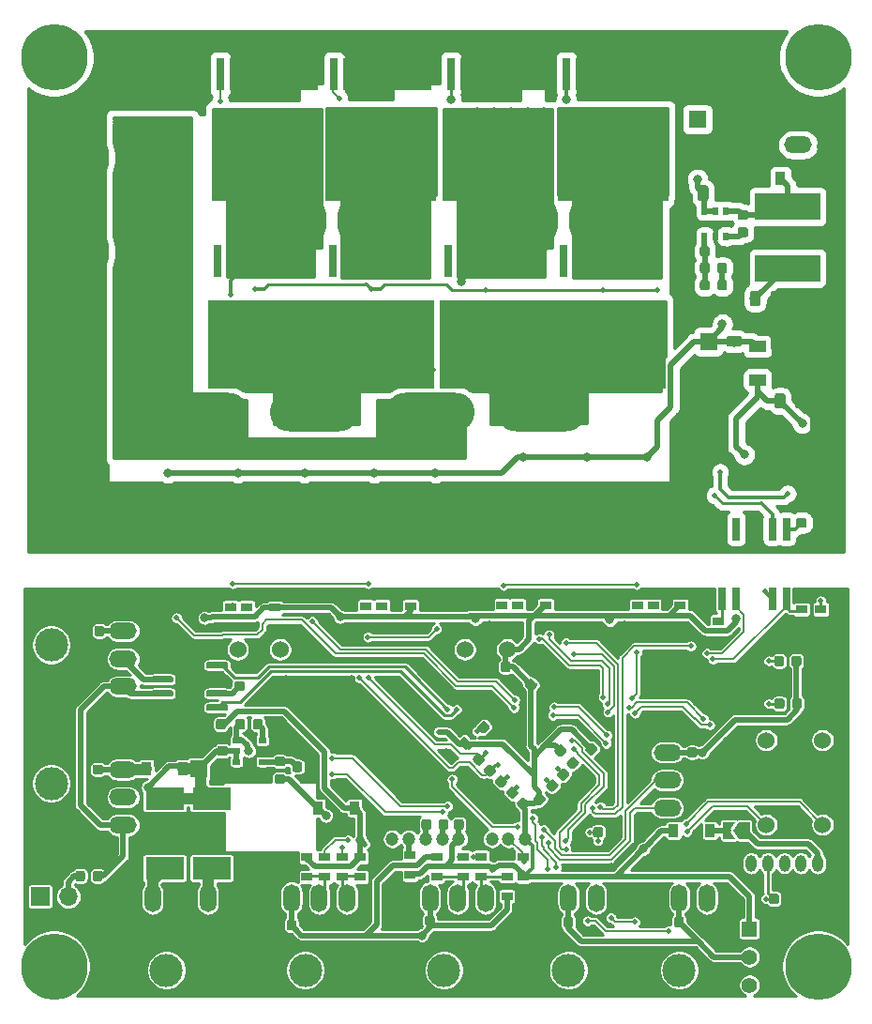
<source format=gbr>
G04 #@! TF.GenerationSoftware,KiCad,Pcbnew,(5.1.4)-1*
G04 #@! TF.CreationDate,2020-02-25T21:38:13+09:00*
G04 #@! TF.ProjectId,SteerMD,53746565-724d-4442-9e6b-696361645f70,rev?*
G04 #@! TF.SameCoordinates,Original*
G04 #@! TF.FileFunction,Copper,L2,Bot*
G04 #@! TF.FilePolarity,Positive*
%FSLAX46Y46*%
G04 Gerber Fmt 4.6, Leading zero omitted, Abs format (unit mm)*
G04 Created by KiCad (PCBNEW (5.1.4)-1) date 2020-02-25 21:38:13*
%MOMM*%
%LPD*%
G04 APERTURE LIST*
%ADD10C,6.000000*%
%ADD11C,1.524000*%
%ADD12C,0.100000*%
%ADD13C,0.875000*%
%ADD14C,1.200000*%
%ADD15O,1.500000X2.500000*%
%ADD16C,3.000000*%
%ADD17O,2.500000X1.500000*%
%ADD18O,1.000000X1.524000*%
%ADD19C,6.500000*%
%ADD20R,0.900000X1.200000*%
%ADD21R,8.000000X3.000000*%
%ADD22R,0.800000X3.000000*%
%ADD23R,10.000000X8.000000*%
%ADD24O,8.000000X3.500000*%
%ADD25R,1.600000X1.600000*%
%ADD26C,1.600000*%
%ADD27C,0.975000*%
%ADD28C,0.300000*%
%ADD29R,1.700000X1.700000*%
%ADD30O,1.700000X1.700000*%
%ADD31R,5.900000X2.450000*%
%ADD32C,0.600000*%
%ADD33R,0.700000X0.510000*%
%ADD34R,0.640000X2.000000*%
%ADD35R,0.510000X0.700000*%
%ADD36C,0.850000*%
%ADD37R,1.500000X1.000000*%
%ADD38R,1.800000X1.000000*%
%ADD39R,1.840000X2.200000*%
%ADD40C,1.000000*%
%ADD41R,3.500000X2.000000*%
%ADD42R,1.397000X1.397000*%
%ADD43C,1.397000*%
%ADD44R,1.000000X0.800000*%
%ADD45C,0.800000*%
%ADD46C,0.500000*%
%ADD47C,1.500000*%
%ADD48C,0.500000*%
%ADD49C,0.250000*%
%ADD50C,0.200000*%
%ADD51C,0.300000*%
%ADD52C,1.000000*%
%ADD53C,0.254000*%
G04 APERTURE END LIST*
D10*
X125000000Y-68750000D03*
X118000000Y-68750000D03*
X104100000Y-68700000D03*
X97100000Y-68700000D03*
D11*
X144890000Y-115590000D03*
X142350000Y-115590000D03*
X139810000Y-115590000D03*
X139810000Y-123210000D03*
X142350000Y-123210000D03*
X144890000Y-123210000D03*
D12*
G36*
X116527691Y-108501053D02*
G01*
X116548926Y-108504203D01*
X116569750Y-108509419D01*
X116589962Y-108516651D01*
X116609368Y-108525830D01*
X116627781Y-108536866D01*
X116645024Y-108549654D01*
X116660930Y-108564070D01*
X116675346Y-108579976D01*
X116688134Y-108597219D01*
X116699170Y-108615632D01*
X116708349Y-108635038D01*
X116715581Y-108655250D01*
X116720797Y-108676074D01*
X116723947Y-108697309D01*
X116725000Y-108718750D01*
X116725000Y-109231250D01*
X116723947Y-109252691D01*
X116720797Y-109273926D01*
X116715581Y-109294750D01*
X116708349Y-109314962D01*
X116699170Y-109334368D01*
X116688134Y-109352781D01*
X116675346Y-109370024D01*
X116660930Y-109385930D01*
X116645024Y-109400346D01*
X116627781Y-109413134D01*
X116609368Y-109424170D01*
X116589962Y-109433349D01*
X116569750Y-109440581D01*
X116548926Y-109445797D01*
X116527691Y-109448947D01*
X116506250Y-109450000D01*
X116068750Y-109450000D01*
X116047309Y-109448947D01*
X116026074Y-109445797D01*
X116005250Y-109440581D01*
X115985038Y-109433349D01*
X115965632Y-109424170D01*
X115947219Y-109413134D01*
X115929976Y-109400346D01*
X115914070Y-109385930D01*
X115899654Y-109370024D01*
X115886866Y-109352781D01*
X115875830Y-109334368D01*
X115866651Y-109314962D01*
X115859419Y-109294750D01*
X115854203Y-109273926D01*
X115851053Y-109252691D01*
X115850000Y-109231250D01*
X115850000Y-108718750D01*
X115851053Y-108697309D01*
X115854203Y-108676074D01*
X115859419Y-108655250D01*
X115866651Y-108635038D01*
X115875830Y-108615632D01*
X115886866Y-108597219D01*
X115899654Y-108579976D01*
X115914070Y-108564070D01*
X115929976Y-108549654D01*
X115947219Y-108536866D01*
X115965632Y-108525830D01*
X115985038Y-108516651D01*
X116005250Y-108509419D01*
X116026074Y-108504203D01*
X116047309Y-108501053D01*
X116068750Y-108500000D01*
X116506250Y-108500000D01*
X116527691Y-108501053D01*
X116527691Y-108501053D01*
G37*
D13*
X116287500Y-108975000D03*
D12*
G36*
X114952691Y-108501053D02*
G01*
X114973926Y-108504203D01*
X114994750Y-108509419D01*
X115014962Y-108516651D01*
X115034368Y-108525830D01*
X115052781Y-108536866D01*
X115070024Y-108549654D01*
X115085930Y-108564070D01*
X115100346Y-108579976D01*
X115113134Y-108597219D01*
X115124170Y-108615632D01*
X115133349Y-108635038D01*
X115140581Y-108655250D01*
X115145797Y-108676074D01*
X115148947Y-108697309D01*
X115150000Y-108718750D01*
X115150000Y-109231250D01*
X115148947Y-109252691D01*
X115145797Y-109273926D01*
X115140581Y-109294750D01*
X115133349Y-109314962D01*
X115124170Y-109334368D01*
X115113134Y-109352781D01*
X115100346Y-109370024D01*
X115085930Y-109385930D01*
X115070024Y-109400346D01*
X115052781Y-109413134D01*
X115034368Y-109424170D01*
X115014962Y-109433349D01*
X114994750Y-109440581D01*
X114973926Y-109445797D01*
X114952691Y-109448947D01*
X114931250Y-109450000D01*
X114493750Y-109450000D01*
X114472309Y-109448947D01*
X114451074Y-109445797D01*
X114430250Y-109440581D01*
X114410038Y-109433349D01*
X114390632Y-109424170D01*
X114372219Y-109413134D01*
X114354976Y-109400346D01*
X114339070Y-109385930D01*
X114324654Y-109370024D01*
X114311866Y-109352781D01*
X114300830Y-109334368D01*
X114291651Y-109314962D01*
X114284419Y-109294750D01*
X114279203Y-109273926D01*
X114276053Y-109252691D01*
X114275000Y-109231250D01*
X114275000Y-108718750D01*
X114276053Y-108697309D01*
X114279203Y-108676074D01*
X114284419Y-108655250D01*
X114291651Y-108635038D01*
X114300830Y-108615632D01*
X114311866Y-108597219D01*
X114324654Y-108579976D01*
X114339070Y-108564070D01*
X114354976Y-108549654D01*
X114372219Y-108536866D01*
X114390632Y-108525830D01*
X114410038Y-108516651D01*
X114430250Y-108509419D01*
X114451074Y-108504203D01*
X114472309Y-108501053D01*
X114493750Y-108500000D01*
X114931250Y-108500000D01*
X114952691Y-108501053D01*
X114952691Y-108501053D01*
G37*
D13*
X114712500Y-108975000D03*
D14*
X118050000Y-124500000D03*
X116550000Y-124500000D03*
X115050000Y-124500000D03*
X113550000Y-124500000D03*
X112050000Y-124500000D03*
X110550000Y-124500000D03*
X109050000Y-124500000D03*
X107550000Y-124500000D03*
X106050000Y-124500000D03*
D15*
X81900000Y-129850000D03*
X84400000Y-129850000D03*
X86900000Y-129850000D03*
X89400000Y-129850000D03*
D16*
X85650000Y-136350000D03*
D12*
G36*
X116851771Y-119789580D02*
G01*
X116873006Y-119792730D01*
X116893830Y-119797946D01*
X116914042Y-119805178D01*
X116933448Y-119814357D01*
X116951861Y-119825393D01*
X116969104Y-119838181D01*
X116985010Y-119852597D01*
X117347403Y-120214990D01*
X117361819Y-120230896D01*
X117374607Y-120248139D01*
X117385643Y-120266552D01*
X117394822Y-120285958D01*
X117402054Y-120306170D01*
X117407270Y-120326994D01*
X117410420Y-120348229D01*
X117411473Y-120369670D01*
X117410420Y-120391111D01*
X117407270Y-120412346D01*
X117402054Y-120433170D01*
X117394822Y-120453382D01*
X117385643Y-120472788D01*
X117374607Y-120491201D01*
X117361819Y-120508444D01*
X117347403Y-120524350D01*
X117038044Y-120833709D01*
X117022138Y-120848125D01*
X117004895Y-120860913D01*
X116986482Y-120871949D01*
X116967076Y-120881128D01*
X116946864Y-120888360D01*
X116926040Y-120893576D01*
X116904805Y-120896726D01*
X116883364Y-120897779D01*
X116861923Y-120896726D01*
X116840688Y-120893576D01*
X116819864Y-120888360D01*
X116799652Y-120881128D01*
X116780246Y-120871949D01*
X116761833Y-120860913D01*
X116744590Y-120848125D01*
X116728684Y-120833709D01*
X116366291Y-120471316D01*
X116351875Y-120455410D01*
X116339087Y-120438167D01*
X116328051Y-120419754D01*
X116318872Y-120400348D01*
X116311640Y-120380136D01*
X116306424Y-120359312D01*
X116303274Y-120338077D01*
X116302221Y-120316636D01*
X116303274Y-120295195D01*
X116306424Y-120273960D01*
X116311640Y-120253136D01*
X116318872Y-120232924D01*
X116328051Y-120213518D01*
X116339087Y-120195105D01*
X116351875Y-120177862D01*
X116366291Y-120161956D01*
X116675650Y-119852597D01*
X116691556Y-119838181D01*
X116708799Y-119825393D01*
X116727212Y-119814357D01*
X116746618Y-119805178D01*
X116766830Y-119797946D01*
X116787654Y-119792730D01*
X116808889Y-119789580D01*
X116830330Y-119788527D01*
X116851771Y-119789580D01*
X116851771Y-119789580D01*
G37*
D13*
X116856847Y-120343153D03*
D12*
G36*
X115738077Y-120903274D02*
G01*
X115759312Y-120906424D01*
X115780136Y-120911640D01*
X115800348Y-120918872D01*
X115819754Y-120928051D01*
X115838167Y-120939087D01*
X115855410Y-120951875D01*
X115871316Y-120966291D01*
X116233709Y-121328684D01*
X116248125Y-121344590D01*
X116260913Y-121361833D01*
X116271949Y-121380246D01*
X116281128Y-121399652D01*
X116288360Y-121419864D01*
X116293576Y-121440688D01*
X116296726Y-121461923D01*
X116297779Y-121483364D01*
X116296726Y-121504805D01*
X116293576Y-121526040D01*
X116288360Y-121546864D01*
X116281128Y-121567076D01*
X116271949Y-121586482D01*
X116260913Y-121604895D01*
X116248125Y-121622138D01*
X116233709Y-121638044D01*
X115924350Y-121947403D01*
X115908444Y-121961819D01*
X115891201Y-121974607D01*
X115872788Y-121985643D01*
X115853382Y-121994822D01*
X115833170Y-122002054D01*
X115812346Y-122007270D01*
X115791111Y-122010420D01*
X115769670Y-122011473D01*
X115748229Y-122010420D01*
X115726994Y-122007270D01*
X115706170Y-122002054D01*
X115685958Y-121994822D01*
X115666552Y-121985643D01*
X115648139Y-121974607D01*
X115630896Y-121961819D01*
X115614990Y-121947403D01*
X115252597Y-121585010D01*
X115238181Y-121569104D01*
X115225393Y-121551861D01*
X115214357Y-121533448D01*
X115205178Y-121514042D01*
X115197946Y-121493830D01*
X115192730Y-121473006D01*
X115189580Y-121451771D01*
X115188527Y-121430330D01*
X115189580Y-121408889D01*
X115192730Y-121387654D01*
X115197946Y-121366830D01*
X115205178Y-121346618D01*
X115214357Y-121327212D01*
X115225393Y-121308799D01*
X115238181Y-121291556D01*
X115252597Y-121275650D01*
X115561956Y-120966291D01*
X115577862Y-120951875D01*
X115595105Y-120939087D01*
X115613518Y-120928051D01*
X115632924Y-120918872D01*
X115653136Y-120911640D01*
X115673960Y-120906424D01*
X115695195Y-120903274D01*
X115716636Y-120902221D01*
X115738077Y-120903274D01*
X115738077Y-120903274D01*
G37*
D13*
X115743153Y-121456847D03*
D17*
X81750000Y-115750000D03*
X81750000Y-118250000D03*
X81750000Y-120750000D03*
X81750000Y-123250000D03*
D16*
X75250000Y-119500000D03*
X75250000Y-107000000D03*
D17*
X81750000Y-110750000D03*
X81750000Y-108250000D03*
X81750000Y-105750000D03*
X81750000Y-103250000D03*
D16*
X98200000Y-136350000D03*
D15*
X101950000Y-129850000D03*
X99450000Y-129850000D03*
X96950000Y-129850000D03*
X94450000Y-129850000D03*
X106950000Y-129850000D03*
X109450000Y-129850000D03*
X111950000Y-129850000D03*
X114450000Y-129850000D03*
D16*
X110700000Y-136350000D03*
D17*
X142700000Y-59400000D03*
X142700000Y-61900000D03*
X130875000Y-121700000D03*
X130875000Y-119200000D03*
X130875000Y-116700000D03*
X130875000Y-114200000D03*
D18*
X145950000Y-126700000D03*
X144450000Y-126700000D03*
X142950000Y-126700000D03*
X141450000Y-126700000D03*
X139950000Y-126700000D03*
X138450000Y-126700000D03*
D19*
X77250000Y-71550000D03*
X84250000Y-71550000D03*
X84250000Y-63050000D03*
X77250000Y-63050000D03*
D12*
G36*
X113241111Y-112764580D02*
G01*
X113262346Y-112767730D01*
X113283170Y-112772946D01*
X113303382Y-112780178D01*
X113322788Y-112789357D01*
X113341201Y-112800393D01*
X113358444Y-112813181D01*
X113374350Y-112827597D01*
X113683709Y-113136956D01*
X113698125Y-113152862D01*
X113710913Y-113170105D01*
X113721949Y-113188518D01*
X113731128Y-113207924D01*
X113738360Y-113228136D01*
X113743576Y-113248960D01*
X113746726Y-113270195D01*
X113747779Y-113291636D01*
X113746726Y-113313077D01*
X113743576Y-113334312D01*
X113738360Y-113355136D01*
X113731128Y-113375348D01*
X113721949Y-113394754D01*
X113710913Y-113413167D01*
X113698125Y-113430410D01*
X113683709Y-113446316D01*
X113321316Y-113808709D01*
X113305410Y-113823125D01*
X113288167Y-113835913D01*
X113269754Y-113846949D01*
X113250348Y-113856128D01*
X113230136Y-113863360D01*
X113209312Y-113868576D01*
X113188077Y-113871726D01*
X113166636Y-113872779D01*
X113145195Y-113871726D01*
X113123960Y-113868576D01*
X113103136Y-113863360D01*
X113082924Y-113856128D01*
X113063518Y-113846949D01*
X113045105Y-113835913D01*
X113027862Y-113823125D01*
X113011956Y-113808709D01*
X112702597Y-113499350D01*
X112688181Y-113483444D01*
X112675393Y-113466201D01*
X112664357Y-113447788D01*
X112655178Y-113428382D01*
X112647946Y-113408170D01*
X112642730Y-113387346D01*
X112639580Y-113366111D01*
X112638527Y-113344670D01*
X112639580Y-113323229D01*
X112642730Y-113301994D01*
X112647946Y-113281170D01*
X112655178Y-113260958D01*
X112664357Y-113241552D01*
X112675393Y-113223139D01*
X112688181Y-113205896D01*
X112702597Y-113189990D01*
X113064990Y-112827597D01*
X113080896Y-112813181D01*
X113098139Y-112800393D01*
X113116552Y-112789357D01*
X113135958Y-112780178D01*
X113156170Y-112772946D01*
X113176994Y-112767730D01*
X113198229Y-112764580D01*
X113219670Y-112763527D01*
X113241111Y-112764580D01*
X113241111Y-112764580D01*
G37*
D13*
X113193153Y-113318153D03*
D12*
G36*
X114354805Y-113878274D02*
G01*
X114376040Y-113881424D01*
X114396864Y-113886640D01*
X114417076Y-113893872D01*
X114436482Y-113903051D01*
X114454895Y-113914087D01*
X114472138Y-113926875D01*
X114488044Y-113941291D01*
X114797403Y-114250650D01*
X114811819Y-114266556D01*
X114824607Y-114283799D01*
X114835643Y-114302212D01*
X114844822Y-114321618D01*
X114852054Y-114341830D01*
X114857270Y-114362654D01*
X114860420Y-114383889D01*
X114861473Y-114405330D01*
X114860420Y-114426771D01*
X114857270Y-114448006D01*
X114852054Y-114468830D01*
X114844822Y-114489042D01*
X114835643Y-114508448D01*
X114824607Y-114526861D01*
X114811819Y-114544104D01*
X114797403Y-114560010D01*
X114435010Y-114922403D01*
X114419104Y-114936819D01*
X114401861Y-114949607D01*
X114383448Y-114960643D01*
X114364042Y-114969822D01*
X114343830Y-114977054D01*
X114323006Y-114982270D01*
X114301771Y-114985420D01*
X114280330Y-114986473D01*
X114258889Y-114985420D01*
X114237654Y-114982270D01*
X114216830Y-114977054D01*
X114196618Y-114969822D01*
X114177212Y-114960643D01*
X114158799Y-114949607D01*
X114141556Y-114936819D01*
X114125650Y-114922403D01*
X113816291Y-114613044D01*
X113801875Y-114597138D01*
X113789087Y-114579895D01*
X113778051Y-114561482D01*
X113768872Y-114542076D01*
X113761640Y-114521864D01*
X113756424Y-114501040D01*
X113753274Y-114479805D01*
X113752221Y-114458364D01*
X113753274Y-114436923D01*
X113756424Y-114415688D01*
X113761640Y-114394864D01*
X113768872Y-114374652D01*
X113778051Y-114355246D01*
X113789087Y-114336833D01*
X113801875Y-114319590D01*
X113816291Y-114303684D01*
X114178684Y-113941291D01*
X114194590Y-113926875D01*
X114211833Y-113914087D01*
X114230246Y-113903051D01*
X114249652Y-113893872D01*
X114269864Y-113886640D01*
X114290688Y-113881424D01*
X114311923Y-113878274D01*
X114333364Y-113877221D01*
X114354805Y-113878274D01*
X114354805Y-113878274D01*
G37*
D13*
X114306847Y-114431847D03*
D20*
X141100000Y-64950000D03*
X137800000Y-64950000D03*
D21*
X95325000Y-55500000D03*
D22*
X90525000Y-55500000D03*
D23*
X94725000Y-63000000D03*
D20*
X87150000Y-118150000D03*
X83850000Y-118150000D03*
D12*
G36*
X79677691Y-127376053D02*
G01*
X79698926Y-127379203D01*
X79719750Y-127384419D01*
X79739962Y-127391651D01*
X79759368Y-127400830D01*
X79777781Y-127411866D01*
X79795024Y-127424654D01*
X79810930Y-127439070D01*
X79825346Y-127454976D01*
X79838134Y-127472219D01*
X79849170Y-127490632D01*
X79858349Y-127510038D01*
X79865581Y-127530250D01*
X79870797Y-127551074D01*
X79873947Y-127572309D01*
X79875000Y-127593750D01*
X79875000Y-128106250D01*
X79873947Y-128127691D01*
X79870797Y-128148926D01*
X79865581Y-128169750D01*
X79858349Y-128189962D01*
X79849170Y-128209368D01*
X79838134Y-128227781D01*
X79825346Y-128245024D01*
X79810930Y-128260930D01*
X79795024Y-128275346D01*
X79777781Y-128288134D01*
X79759368Y-128299170D01*
X79739962Y-128308349D01*
X79719750Y-128315581D01*
X79698926Y-128320797D01*
X79677691Y-128323947D01*
X79656250Y-128325000D01*
X79218750Y-128325000D01*
X79197309Y-128323947D01*
X79176074Y-128320797D01*
X79155250Y-128315581D01*
X79135038Y-128308349D01*
X79115632Y-128299170D01*
X79097219Y-128288134D01*
X79079976Y-128275346D01*
X79064070Y-128260930D01*
X79049654Y-128245024D01*
X79036866Y-128227781D01*
X79025830Y-128209368D01*
X79016651Y-128189962D01*
X79009419Y-128169750D01*
X79004203Y-128148926D01*
X79001053Y-128127691D01*
X79000000Y-128106250D01*
X79000000Y-127593750D01*
X79001053Y-127572309D01*
X79004203Y-127551074D01*
X79009419Y-127530250D01*
X79016651Y-127510038D01*
X79025830Y-127490632D01*
X79036866Y-127472219D01*
X79049654Y-127454976D01*
X79064070Y-127439070D01*
X79079976Y-127424654D01*
X79097219Y-127411866D01*
X79115632Y-127400830D01*
X79135038Y-127391651D01*
X79155250Y-127384419D01*
X79176074Y-127379203D01*
X79197309Y-127376053D01*
X79218750Y-127375000D01*
X79656250Y-127375000D01*
X79677691Y-127376053D01*
X79677691Y-127376053D01*
G37*
D13*
X79437500Y-127850000D03*
D12*
G36*
X78102691Y-127376053D02*
G01*
X78123926Y-127379203D01*
X78144750Y-127384419D01*
X78164962Y-127391651D01*
X78184368Y-127400830D01*
X78202781Y-127411866D01*
X78220024Y-127424654D01*
X78235930Y-127439070D01*
X78250346Y-127454976D01*
X78263134Y-127472219D01*
X78274170Y-127490632D01*
X78283349Y-127510038D01*
X78290581Y-127530250D01*
X78295797Y-127551074D01*
X78298947Y-127572309D01*
X78300000Y-127593750D01*
X78300000Y-128106250D01*
X78298947Y-128127691D01*
X78295797Y-128148926D01*
X78290581Y-128169750D01*
X78283349Y-128189962D01*
X78274170Y-128209368D01*
X78263134Y-128227781D01*
X78250346Y-128245024D01*
X78235930Y-128260930D01*
X78220024Y-128275346D01*
X78202781Y-128288134D01*
X78184368Y-128299170D01*
X78164962Y-128308349D01*
X78144750Y-128315581D01*
X78123926Y-128320797D01*
X78102691Y-128323947D01*
X78081250Y-128325000D01*
X77643750Y-128325000D01*
X77622309Y-128323947D01*
X77601074Y-128320797D01*
X77580250Y-128315581D01*
X77560038Y-128308349D01*
X77540632Y-128299170D01*
X77522219Y-128288134D01*
X77504976Y-128275346D01*
X77489070Y-128260930D01*
X77474654Y-128245024D01*
X77461866Y-128227781D01*
X77450830Y-128209368D01*
X77441651Y-128189962D01*
X77434419Y-128169750D01*
X77429203Y-128148926D01*
X77426053Y-128127691D01*
X77425000Y-128106250D01*
X77425000Y-127593750D01*
X77426053Y-127572309D01*
X77429203Y-127551074D01*
X77434419Y-127530250D01*
X77441651Y-127510038D01*
X77450830Y-127490632D01*
X77461866Y-127472219D01*
X77474654Y-127454976D01*
X77489070Y-127439070D01*
X77504976Y-127424654D01*
X77522219Y-127411866D01*
X77540632Y-127400830D01*
X77560038Y-127391651D01*
X77580250Y-127384419D01*
X77601074Y-127379203D01*
X77622309Y-127376053D01*
X77643750Y-127375000D01*
X78081250Y-127375000D01*
X78102691Y-127376053D01*
X78102691Y-127376053D01*
G37*
D13*
X77862500Y-127850000D03*
D12*
G36*
X115851771Y-118789580D02*
G01*
X115873006Y-118792730D01*
X115893830Y-118797946D01*
X115914042Y-118805178D01*
X115933448Y-118814357D01*
X115951861Y-118825393D01*
X115969104Y-118838181D01*
X115985010Y-118852597D01*
X116347403Y-119214990D01*
X116361819Y-119230896D01*
X116374607Y-119248139D01*
X116385643Y-119266552D01*
X116394822Y-119285958D01*
X116402054Y-119306170D01*
X116407270Y-119326994D01*
X116410420Y-119348229D01*
X116411473Y-119369670D01*
X116410420Y-119391111D01*
X116407270Y-119412346D01*
X116402054Y-119433170D01*
X116394822Y-119453382D01*
X116385643Y-119472788D01*
X116374607Y-119491201D01*
X116361819Y-119508444D01*
X116347403Y-119524350D01*
X116038044Y-119833709D01*
X116022138Y-119848125D01*
X116004895Y-119860913D01*
X115986482Y-119871949D01*
X115967076Y-119881128D01*
X115946864Y-119888360D01*
X115926040Y-119893576D01*
X115904805Y-119896726D01*
X115883364Y-119897779D01*
X115861923Y-119896726D01*
X115840688Y-119893576D01*
X115819864Y-119888360D01*
X115799652Y-119881128D01*
X115780246Y-119871949D01*
X115761833Y-119860913D01*
X115744590Y-119848125D01*
X115728684Y-119833709D01*
X115366291Y-119471316D01*
X115351875Y-119455410D01*
X115339087Y-119438167D01*
X115328051Y-119419754D01*
X115318872Y-119400348D01*
X115311640Y-119380136D01*
X115306424Y-119359312D01*
X115303274Y-119338077D01*
X115302221Y-119316636D01*
X115303274Y-119295195D01*
X115306424Y-119273960D01*
X115311640Y-119253136D01*
X115318872Y-119232924D01*
X115328051Y-119213518D01*
X115339087Y-119195105D01*
X115351875Y-119177862D01*
X115366291Y-119161956D01*
X115675650Y-118852597D01*
X115691556Y-118838181D01*
X115708799Y-118825393D01*
X115727212Y-118814357D01*
X115746618Y-118805178D01*
X115766830Y-118797946D01*
X115787654Y-118792730D01*
X115808889Y-118789580D01*
X115830330Y-118788527D01*
X115851771Y-118789580D01*
X115851771Y-118789580D01*
G37*
D13*
X115856847Y-119343153D03*
D12*
G36*
X114738077Y-119903274D02*
G01*
X114759312Y-119906424D01*
X114780136Y-119911640D01*
X114800348Y-119918872D01*
X114819754Y-119928051D01*
X114838167Y-119939087D01*
X114855410Y-119951875D01*
X114871316Y-119966291D01*
X115233709Y-120328684D01*
X115248125Y-120344590D01*
X115260913Y-120361833D01*
X115271949Y-120380246D01*
X115281128Y-120399652D01*
X115288360Y-120419864D01*
X115293576Y-120440688D01*
X115296726Y-120461923D01*
X115297779Y-120483364D01*
X115296726Y-120504805D01*
X115293576Y-120526040D01*
X115288360Y-120546864D01*
X115281128Y-120567076D01*
X115271949Y-120586482D01*
X115260913Y-120604895D01*
X115248125Y-120622138D01*
X115233709Y-120638044D01*
X114924350Y-120947403D01*
X114908444Y-120961819D01*
X114891201Y-120974607D01*
X114872788Y-120985643D01*
X114853382Y-120994822D01*
X114833170Y-121002054D01*
X114812346Y-121007270D01*
X114791111Y-121010420D01*
X114769670Y-121011473D01*
X114748229Y-121010420D01*
X114726994Y-121007270D01*
X114706170Y-121002054D01*
X114685958Y-120994822D01*
X114666552Y-120985643D01*
X114648139Y-120974607D01*
X114630896Y-120961819D01*
X114614990Y-120947403D01*
X114252597Y-120585010D01*
X114238181Y-120569104D01*
X114225393Y-120551861D01*
X114214357Y-120533448D01*
X114205178Y-120514042D01*
X114197946Y-120493830D01*
X114192730Y-120473006D01*
X114189580Y-120451771D01*
X114188527Y-120430330D01*
X114189580Y-120408889D01*
X114192730Y-120387654D01*
X114197946Y-120366830D01*
X114205178Y-120346618D01*
X114214357Y-120327212D01*
X114225393Y-120308799D01*
X114238181Y-120291556D01*
X114252597Y-120275650D01*
X114561956Y-119966291D01*
X114577862Y-119951875D01*
X114595105Y-119939087D01*
X114613518Y-119928051D01*
X114632924Y-119918872D01*
X114653136Y-119911640D01*
X114673960Y-119906424D01*
X114695195Y-119903274D01*
X114716636Y-119902221D01*
X114738077Y-119903274D01*
X114738077Y-119903274D01*
G37*
D13*
X114743153Y-120456847D03*
D11*
X95910000Y-107400000D03*
X94000000Y-107400000D03*
X92090000Y-107400000D03*
D24*
X89000000Y-86000000D03*
X99000000Y-86000000D03*
X119500000Y-86000000D03*
X109500000Y-86000000D03*
D11*
X112590000Y-107400000D03*
X114500000Y-107400000D03*
X116410000Y-107400000D03*
D12*
G36*
X142327691Y-129426053D02*
G01*
X142348926Y-129429203D01*
X142369750Y-129434419D01*
X142389962Y-129441651D01*
X142409368Y-129450830D01*
X142427781Y-129461866D01*
X142445024Y-129474654D01*
X142460930Y-129489070D01*
X142475346Y-129504976D01*
X142488134Y-129522219D01*
X142499170Y-129540632D01*
X142508349Y-129560038D01*
X142515581Y-129580250D01*
X142520797Y-129601074D01*
X142523947Y-129622309D01*
X142525000Y-129643750D01*
X142525000Y-130156250D01*
X142523947Y-130177691D01*
X142520797Y-130198926D01*
X142515581Y-130219750D01*
X142508349Y-130239962D01*
X142499170Y-130259368D01*
X142488134Y-130277781D01*
X142475346Y-130295024D01*
X142460930Y-130310930D01*
X142445024Y-130325346D01*
X142427781Y-130338134D01*
X142409368Y-130349170D01*
X142389962Y-130358349D01*
X142369750Y-130365581D01*
X142348926Y-130370797D01*
X142327691Y-130373947D01*
X142306250Y-130375000D01*
X141868750Y-130375000D01*
X141847309Y-130373947D01*
X141826074Y-130370797D01*
X141805250Y-130365581D01*
X141785038Y-130358349D01*
X141765632Y-130349170D01*
X141747219Y-130338134D01*
X141729976Y-130325346D01*
X141714070Y-130310930D01*
X141699654Y-130295024D01*
X141686866Y-130277781D01*
X141675830Y-130259368D01*
X141666651Y-130239962D01*
X141659419Y-130219750D01*
X141654203Y-130198926D01*
X141651053Y-130177691D01*
X141650000Y-130156250D01*
X141650000Y-129643750D01*
X141651053Y-129622309D01*
X141654203Y-129601074D01*
X141659419Y-129580250D01*
X141666651Y-129560038D01*
X141675830Y-129540632D01*
X141686866Y-129522219D01*
X141699654Y-129504976D01*
X141714070Y-129489070D01*
X141729976Y-129474654D01*
X141747219Y-129461866D01*
X141765632Y-129450830D01*
X141785038Y-129441651D01*
X141805250Y-129434419D01*
X141826074Y-129429203D01*
X141847309Y-129426053D01*
X141868750Y-129425000D01*
X142306250Y-129425000D01*
X142327691Y-129426053D01*
X142327691Y-129426053D01*
G37*
D13*
X142087500Y-129900000D03*
D12*
G36*
X140752691Y-129426053D02*
G01*
X140773926Y-129429203D01*
X140794750Y-129434419D01*
X140814962Y-129441651D01*
X140834368Y-129450830D01*
X140852781Y-129461866D01*
X140870024Y-129474654D01*
X140885930Y-129489070D01*
X140900346Y-129504976D01*
X140913134Y-129522219D01*
X140924170Y-129540632D01*
X140933349Y-129560038D01*
X140940581Y-129580250D01*
X140945797Y-129601074D01*
X140948947Y-129622309D01*
X140950000Y-129643750D01*
X140950000Y-130156250D01*
X140948947Y-130177691D01*
X140945797Y-130198926D01*
X140940581Y-130219750D01*
X140933349Y-130239962D01*
X140924170Y-130259368D01*
X140913134Y-130277781D01*
X140900346Y-130295024D01*
X140885930Y-130310930D01*
X140870024Y-130325346D01*
X140852781Y-130338134D01*
X140834368Y-130349170D01*
X140814962Y-130358349D01*
X140794750Y-130365581D01*
X140773926Y-130370797D01*
X140752691Y-130373947D01*
X140731250Y-130375000D01*
X140293750Y-130375000D01*
X140272309Y-130373947D01*
X140251074Y-130370797D01*
X140230250Y-130365581D01*
X140210038Y-130358349D01*
X140190632Y-130349170D01*
X140172219Y-130338134D01*
X140154976Y-130325346D01*
X140139070Y-130310930D01*
X140124654Y-130295024D01*
X140111866Y-130277781D01*
X140100830Y-130259368D01*
X140091651Y-130239962D01*
X140084419Y-130219750D01*
X140079203Y-130198926D01*
X140076053Y-130177691D01*
X140075000Y-130156250D01*
X140075000Y-129643750D01*
X140076053Y-129622309D01*
X140079203Y-129601074D01*
X140084419Y-129580250D01*
X140091651Y-129560038D01*
X140100830Y-129540632D01*
X140111866Y-129522219D01*
X140124654Y-129504976D01*
X140139070Y-129489070D01*
X140154976Y-129474654D01*
X140172219Y-129461866D01*
X140190632Y-129450830D01*
X140210038Y-129441651D01*
X140230250Y-129434419D01*
X140251074Y-129429203D01*
X140272309Y-129426053D01*
X140293750Y-129425000D01*
X140731250Y-129425000D01*
X140752691Y-129426053D01*
X140752691Y-129426053D01*
G37*
D13*
X140512500Y-129900000D03*
D12*
G36*
X119391111Y-120364580D02*
G01*
X119412346Y-120367730D01*
X119433170Y-120372946D01*
X119453382Y-120380178D01*
X119472788Y-120389357D01*
X119491201Y-120400393D01*
X119508444Y-120413181D01*
X119524350Y-120427597D01*
X119833709Y-120736956D01*
X119848125Y-120752862D01*
X119860913Y-120770105D01*
X119871949Y-120788518D01*
X119881128Y-120807924D01*
X119888360Y-120828136D01*
X119893576Y-120848960D01*
X119896726Y-120870195D01*
X119897779Y-120891636D01*
X119896726Y-120913077D01*
X119893576Y-120934312D01*
X119888360Y-120955136D01*
X119881128Y-120975348D01*
X119871949Y-120994754D01*
X119860913Y-121013167D01*
X119848125Y-121030410D01*
X119833709Y-121046316D01*
X119471316Y-121408709D01*
X119455410Y-121423125D01*
X119438167Y-121435913D01*
X119419754Y-121446949D01*
X119400348Y-121456128D01*
X119380136Y-121463360D01*
X119359312Y-121468576D01*
X119338077Y-121471726D01*
X119316636Y-121472779D01*
X119295195Y-121471726D01*
X119273960Y-121468576D01*
X119253136Y-121463360D01*
X119232924Y-121456128D01*
X119213518Y-121446949D01*
X119195105Y-121435913D01*
X119177862Y-121423125D01*
X119161956Y-121408709D01*
X118852597Y-121099350D01*
X118838181Y-121083444D01*
X118825393Y-121066201D01*
X118814357Y-121047788D01*
X118805178Y-121028382D01*
X118797946Y-121008170D01*
X118792730Y-120987346D01*
X118789580Y-120966111D01*
X118788527Y-120944670D01*
X118789580Y-120923229D01*
X118792730Y-120901994D01*
X118797946Y-120881170D01*
X118805178Y-120860958D01*
X118814357Y-120841552D01*
X118825393Y-120823139D01*
X118838181Y-120805896D01*
X118852597Y-120789990D01*
X119214990Y-120427597D01*
X119230896Y-120413181D01*
X119248139Y-120400393D01*
X119266552Y-120389357D01*
X119285958Y-120380178D01*
X119306170Y-120372946D01*
X119326994Y-120367730D01*
X119348229Y-120364580D01*
X119369670Y-120363527D01*
X119391111Y-120364580D01*
X119391111Y-120364580D01*
G37*
D13*
X119343153Y-120918153D03*
D12*
G36*
X120504805Y-121478274D02*
G01*
X120526040Y-121481424D01*
X120546864Y-121486640D01*
X120567076Y-121493872D01*
X120586482Y-121503051D01*
X120604895Y-121514087D01*
X120622138Y-121526875D01*
X120638044Y-121541291D01*
X120947403Y-121850650D01*
X120961819Y-121866556D01*
X120974607Y-121883799D01*
X120985643Y-121902212D01*
X120994822Y-121921618D01*
X121002054Y-121941830D01*
X121007270Y-121962654D01*
X121010420Y-121983889D01*
X121011473Y-122005330D01*
X121010420Y-122026771D01*
X121007270Y-122048006D01*
X121002054Y-122068830D01*
X120994822Y-122089042D01*
X120985643Y-122108448D01*
X120974607Y-122126861D01*
X120961819Y-122144104D01*
X120947403Y-122160010D01*
X120585010Y-122522403D01*
X120569104Y-122536819D01*
X120551861Y-122549607D01*
X120533448Y-122560643D01*
X120514042Y-122569822D01*
X120493830Y-122577054D01*
X120473006Y-122582270D01*
X120451771Y-122585420D01*
X120430330Y-122586473D01*
X120408889Y-122585420D01*
X120387654Y-122582270D01*
X120366830Y-122577054D01*
X120346618Y-122569822D01*
X120327212Y-122560643D01*
X120308799Y-122549607D01*
X120291556Y-122536819D01*
X120275650Y-122522403D01*
X119966291Y-122213044D01*
X119951875Y-122197138D01*
X119939087Y-122179895D01*
X119928051Y-122161482D01*
X119918872Y-122142076D01*
X119911640Y-122121864D01*
X119906424Y-122101040D01*
X119903274Y-122079805D01*
X119902221Y-122058364D01*
X119903274Y-122036923D01*
X119906424Y-122015688D01*
X119911640Y-121994864D01*
X119918872Y-121974652D01*
X119928051Y-121955246D01*
X119939087Y-121936833D01*
X119951875Y-121919590D01*
X119966291Y-121903684D01*
X120328684Y-121541291D01*
X120344590Y-121526875D01*
X120361833Y-121514087D01*
X120380246Y-121503051D01*
X120399652Y-121493872D01*
X120419864Y-121486640D01*
X120440688Y-121481424D01*
X120461923Y-121478274D01*
X120483364Y-121477221D01*
X120504805Y-121478274D01*
X120504805Y-121478274D01*
G37*
D13*
X120456847Y-122031847D03*
D12*
G36*
X125204805Y-116978274D02*
G01*
X125226040Y-116981424D01*
X125246864Y-116986640D01*
X125267076Y-116993872D01*
X125286482Y-117003051D01*
X125304895Y-117014087D01*
X125322138Y-117026875D01*
X125338044Y-117041291D01*
X125647403Y-117350650D01*
X125661819Y-117366556D01*
X125674607Y-117383799D01*
X125685643Y-117402212D01*
X125694822Y-117421618D01*
X125702054Y-117441830D01*
X125707270Y-117462654D01*
X125710420Y-117483889D01*
X125711473Y-117505330D01*
X125710420Y-117526771D01*
X125707270Y-117548006D01*
X125702054Y-117568830D01*
X125694822Y-117589042D01*
X125685643Y-117608448D01*
X125674607Y-117626861D01*
X125661819Y-117644104D01*
X125647403Y-117660010D01*
X125285010Y-118022403D01*
X125269104Y-118036819D01*
X125251861Y-118049607D01*
X125233448Y-118060643D01*
X125214042Y-118069822D01*
X125193830Y-118077054D01*
X125173006Y-118082270D01*
X125151771Y-118085420D01*
X125130330Y-118086473D01*
X125108889Y-118085420D01*
X125087654Y-118082270D01*
X125066830Y-118077054D01*
X125046618Y-118069822D01*
X125027212Y-118060643D01*
X125008799Y-118049607D01*
X124991556Y-118036819D01*
X124975650Y-118022403D01*
X124666291Y-117713044D01*
X124651875Y-117697138D01*
X124639087Y-117679895D01*
X124628051Y-117661482D01*
X124618872Y-117642076D01*
X124611640Y-117621864D01*
X124606424Y-117601040D01*
X124603274Y-117579805D01*
X124602221Y-117558364D01*
X124603274Y-117536923D01*
X124606424Y-117515688D01*
X124611640Y-117494864D01*
X124618872Y-117474652D01*
X124628051Y-117455246D01*
X124639087Y-117436833D01*
X124651875Y-117419590D01*
X124666291Y-117403684D01*
X125028684Y-117041291D01*
X125044590Y-117026875D01*
X125061833Y-117014087D01*
X125080246Y-117003051D01*
X125099652Y-116993872D01*
X125119864Y-116986640D01*
X125140688Y-116981424D01*
X125161923Y-116978274D01*
X125183364Y-116977221D01*
X125204805Y-116978274D01*
X125204805Y-116978274D01*
G37*
D13*
X125156847Y-117531847D03*
D12*
G36*
X124091111Y-115864580D02*
G01*
X124112346Y-115867730D01*
X124133170Y-115872946D01*
X124153382Y-115880178D01*
X124172788Y-115889357D01*
X124191201Y-115900393D01*
X124208444Y-115913181D01*
X124224350Y-115927597D01*
X124533709Y-116236956D01*
X124548125Y-116252862D01*
X124560913Y-116270105D01*
X124571949Y-116288518D01*
X124581128Y-116307924D01*
X124588360Y-116328136D01*
X124593576Y-116348960D01*
X124596726Y-116370195D01*
X124597779Y-116391636D01*
X124596726Y-116413077D01*
X124593576Y-116434312D01*
X124588360Y-116455136D01*
X124581128Y-116475348D01*
X124571949Y-116494754D01*
X124560913Y-116513167D01*
X124548125Y-116530410D01*
X124533709Y-116546316D01*
X124171316Y-116908709D01*
X124155410Y-116923125D01*
X124138167Y-116935913D01*
X124119754Y-116946949D01*
X124100348Y-116956128D01*
X124080136Y-116963360D01*
X124059312Y-116968576D01*
X124038077Y-116971726D01*
X124016636Y-116972779D01*
X123995195Y-116971726D01*
X123973960Y-116968576D01*
X123953136Y-116963360D01*
X123932924Y-116956128D01*
X123913518Y-116946949D01*
X123895105Y-116935913D01*
X123877862Y-116923125D01*
X123861956Y-116908709D01*
X123552597Y-116599350D01*
X123538181Y-116583444D01*
X123525393Y-116566201D01*
X123514357Y-116547788D01*
X123505178Y-116528382D01*
X123497946Y-116508170D01*
X123492730Y-116487346D01*
X123489580Y-116466111D01*
X123488527Y-116444670D01*
X123489580Y-116423229D01*
X123492730Y-116401994D01*
X123497946Y-116381170D01*
X123505178Y-116360958D01*
X123514357Y-116341552D01*
X123525393Y-116323139D01*
X123538181Y-116305896D01*
X123552597Y-116289990D01*
X123914990Y-115927597D01*
X123930896Y-115913181D01*
X123948139Y-115900393D01*
X123966552Y-115889357D01*
X123985958Y-115880178D01*
X124006170Y-115872946D01*
X124026994Y-115867730D01*
X124048229Y-115864580D01*
X124069670Y-115863527D01*
X124091111Y-115864580D01*
X124091111Y-115864580D01*
G37*
D13*
X124043153Y-116418153D03*
D12*
G36*
X79827691Y-105276053D02*
G01*
X79848926Y-105279203D01*
X79869750Y-105284419D01*
X79889962Y-105291651D01*
X79909368Y-105300830D01*
X79927781Y-105311866D01*
X79945024Y-105324654D01*
X79960930Y-105339070D01*
X79975346Y-105354976D01*
X79988134Y-105372219D01*
X79999170Y-105390632D01*
X80008349Y-105410038D01*
X80015581Y-105430250D01*
X80020797Y-105451074D01*
X80023947Y-105472309D01*
X80025000Y-105493750D01*
X80025000Y-106006250D01*
X80023947Y-106027691D01*
X80020797Y-106048926D01*
X80015581Y-106069750D01*
X80008349Y-106089962D01*
X79999170Y-106109368D01*
X79988134Y-106127781D01*
X79975346Y-106145024D01*
X79960930Y-106160930D01*
X79945024Y-106175346D01*
X79927781Y-106188134D01*
X79909368Y-106199170D01*
X79889962Y-106208349D01*
X79869750Y-106215581D01*
X79848926Y-106220797D01*
X79827691Y-106223947D01*
X79806250Y-106225000D01*
X79368750Y-106225000D01*
X79347309Y-106223947D01*
X79326074Y-106220797D01*
X79305250Y-106215581D01*
X79285038Y-106208349D01*
X79265632Y-106199170D01*
X79247219Y-106188134D01*
X79229976Y-106175346D01*
X79214070Y-106160930D01*
X79199654Y-106145024D01*
X79186866Y-106127781D01*
X79175830Y-106109368D01*
X79166651Y-106089962D01*
X79159419Y-106069750D01*
X79154203Y-106048926D01*
X79151053Y-106027691D01*
X79150000Y-106006250D01*
X79150000Y-105493750D01*
X79151053Y-105472309D01*
X79154203Y-105451074D01*
X79159419Y-105430250D01*
X79166651Y-105410038D01*
X79175830Y-105390632D01*
X79186866Y-105372219D01*
X79199654Y-105354976D01*
X79214070Y-105339070D01*
X79229976Y-105324654D01*
X79247219Y-105311866D01*
X79265632Y-105300830D01*
X79285038Y-105291651D01*
X79305250Y-105284419D01*
X79326074Y-105279203D01*
X79347309Y-105276053D01*
X79368750Y-105275000D01*
X79806250Y-105275000D01*
X79827691Y-105276053D01*
X79827691Y-105276053D01*
G37*
D13*
X79587500Y-105750000D03*
D12*
G36*
X78252691Y-105276053D02*
G01*
X78273926Y-105279203D01*
X78294750Y-105284419D01*
X78314962Y-105291651D01*
X78334368Y-105300830D01*
X78352781Y-105311866D01*
X78370024Y-105324654D01*
X78385930Y-105339070D01*
X78400346Y-105354976D01*
X78413134Y-105372219D01*
X78424170Y-105390632D01*
X78433349Y-105410038D01*
X78440581Y-105430250D01*
X78445797Y-105451074D01*
X78448947Y-105472309D01*
X78450000Y-105493750D01*
X78450000Y-106006250D01*
X78448947Y-106027691D01*
X78445797Y-106048926D01*
X78440581Y-106069750D01*
X78433349Y-106089962D01*
X78424170Y-106109368D01*
X78413134Y-106127781D01*
X78400346Y-106145024D01*
X78385930Y-106160930D01*
X78370024Y-106175346D01*
X78352781Y-106188134D01*
X78334368Y-106199170D01*
X78314962Y-106208349D01*
X78294750Y-106215581D01*
X78273926Y-106220797D01*
X78252691Y-106223947D01*
X78231250Y-106225000D01*
X77793750Y-106225000D01*
X77772309Y-106223947D01*
X77751074Y-106220797D01*
X77730250Y-106215581D01*
X77710038Y-106208349D01*
X77690632Y-106199170D01*
X77672219Y-106188134D01*
X77654976Y-106175346D01*
X77639070Y-106160930D01*
X77624654Y-106145024D01*
X77611866Y-106127781D01*
X77600830Y-106109368D01*
X77591651Y-106089962D01*
X77584419Y-106069750D01*
X77579203Y-106048926D01*
X77576053Y-106027691D01*
X77575000Y-106006250D01*
X77575000Y-105493750D01*
X77576053Y-105472309D01*
X77579203Y-105451074D01*
X77584419Y-105430250D01*
X77591651Y-105410038D01*
X77600830Y-105390632D01*
X77611866Y-105372219D01*
X77624654Y-105354976D01*
X77639070Y-105339070D01*
X77654976Y-105324654D01*
X77672219Y-105311866D01*
X77690632Y-105300830D01*
X77710038Y-105291651D01*
X77730250Y-105284419D01*
X77751074Y-105279203D01*
X77772309Y-105276053D01*
X77793750Y-105275000D01*
X78231250Y-105275000D01*
X78252691Y-105276053D01*
X78252691Y-105276053D01*
G37*
D13*
X78012500Y-105750000D03*
D12*
G36*
X119614270Y-108889259D02*
G01*
X119635338Y-108893378D01*
X119655901Y-108899542D01*
X119675761Y-108907692D01*
X119694726Y-108917750D01*
X119712614Y-108929618D01*
X119729253Y-108943182D01*
X120110115Y-109286112D01*
X120125345Y-109301242D01*
X120139017Y-109317792D01*
X120151002Y-109335602D01*
X120161184Y-109354501D01*
X120169464Y-109374307D01*
X120175762Y-109394829D01*
X120180019Y-109415870D01*
X120182193Y-109437227D01*
X120182263Y-109458694D01*
X120180229Y-109480064D01*
X120176110Y-109501132D01*
X120169946Y-109521695D01*
X120161796Y-109541555D01*
X120151738Y-109560520D01*
X120139870Y-109578409D01*
X120126306Y-109595047D01*
X119833562Y-109920173D01*
X119818432Y-109935402D01*
X119801883Y-109949075D01*
X119784073Y-109961060D01*
X119765174Y-109971241D01*
X119745368Y-109979521D01*
X119724845Y-109985820D01*
X119703805Y-109990077D01*
X119682448Y-109992251D01*
X119660981Y-109992321D01*
X119639610Y-109990287D01*
X119618542Y-109986168D01*
X119597979Y-109980004D01*
X119578119Y-109971854D01*
X119559154Y-109961796D01*
X119541266Y-109949928D01*
X119524627Y-109936364D01*
X119143765Y-109593434D01*
X119128535Y-109578304D01*
X119114863Y-109561754D01*
X119102878Y-109543944D01*
X119092696Y-109525045D01*
X119084416Y-109505239D01*
X119078118Y-109484717D01*
X119073861Y-109463676D01*
X119071687Y-109442319D01*
X119071617Y-109420852D01*
X119073651Y-109399482D01*
X119077770Y-109378414D01*
X119083934Y-109357851D01*
X119092084Y-109337991D01*
X119102142Y-109319026D01*
X119114010Y-109301137D01*
X119127574Y-109284499D01*
X119420318Y-108959373D01*
X119435448Y-108944144D01*
X119451997Y-108930471D01*
X119469807Y-108918486D01*
X119488706Y-108908305D01*
X119508512Y-108900025D01*
X119529035Y-108893726D01*
X119550075Y-108889469D01*
X119571432Y-108887295D01*
X119592899Y-108887225D01*
X119614270Y-108889259D01*
X119614270Y-108889259D01*
G37*
D13*
X119626940Y-109439773D03*
D12*
G36*
X118560390Y-110059713D02*
G01*
X118581458Y-110063832D01*
X118602021Y-110069996D01*
X118621881Y-110078146D01*
X118640846Y-110088204D01*
X118658734Y-110100072D01*
X118675373Y-110113636D01*
X119056235Y-110456566D01*
X119071465Y-110471696D01*
X119085137Y-110488246D01*
X119097122Y-110506056D01*
X119107304Y-110524955D01*
X119115584Y-110544761D01*
X119121882Y-110565283D01*
X119126139Y-110586324D01*
X119128313Y-110607681D01*
X119128383Y-110629148D01*
X119126349Y-110650518D01*
X119122230Y-110671586D01*
X119116066Y-110692149D01*
X119107916Y-110712009D01*
X119097858Y-110730974D01*
X119085990Y-110748863D01*
X119072426Y-110765501D01*
X118779682Y-111090627D01*
X118764552Y-111105856D01*
X118748003Y-111119529D01*
X118730193Y-111131514D01*
X118711294Y-111141695D01*
X118691488Y-111149975D01*
X118670965Y-111156274D01*
X118649925Y-111160531D01*
X118628568Y-111162705D01*
X118607101Y-111162775D01*
X118585730Y-111160741D01*
X118564662Y-111156622D01*
X118544099Y-111150458D01*
X118524239Y-111142308D01*
X118505274Y-111132250D01*
X118487386Y-111120382D01*
X118470747Y-111106818D01*
X118089885Y-110763888D01*
X118074655Y-110748758D01*
X118060983Y-110732208D01*
X118048998Y-110714398D01*
X118038816Y-110695499D01*
X118030536Y-110675693D01*
X118024238Y-110655171D01*
X118019981Y-110634130D01*
X118017807Y-110612773D01*
X118017737Y-110591306D01*
X118019771Y-110569936D01*
X118023890Y-110548868D01*
X118030054Y-110528305D01*
X118038204Y-110508445D01*
X118048262Y-110489480D01*
X118060130Y-110471591D01*
X118073694Y-110454953D01*
X118366438Y-110129827D01*
X118381568Y-110114598D01*
X118398117Y-110100925D01*
X118415927Y-110088940D01*
X118434826Y-110078759D01*
X118454632Y-110070479D01*
X118475155Y-110064180D01*
X118496195Y-110059923D01*
X118517552Y-110057749D01*
X118539019Y-110057679D01*
X118560390Y-110059713D01*
X118560390Y-110059713D01*
G37*
D13*
X118573060Y-110610227D03*
D12*
G36*
X116738077Y-121903274D02*
G01*
X116759312Y-121906424D01*
X116780136Y-121911640D01*
X116800348Y-121918872D01*
X116819754Y-121928051D01*
X116838167Y-121939087D01*
X116855410Y-121951875D01*
X116871316Y-121966291D01*
X117233709Y-122328684D01*
X117248125Y-122344590D01*
X117260913Y-122361833D01*
X117271949Y-122380246D01*
X117281128Y-122399652D01*
X117288360Y-122419864D01*
X117293576Y-122440688D01*
X117296726Y-122461923D01*
X117297779Y-122483364D01*
X117296726Y-122504805D01*
X117293576Y-122526040D01*
X117288360Y-122546864D01*
X117281128Y-122567076D01*
X117271949Y-122586482D01*
X117260913Y-122604895D01*
X117248125Y-122622138D01*
X117233709Y-122638044D01*
X116924350Y-122947403D01*
X116908444Y-122961819D01*
X116891201Y-122974607D01*
X116872788Y-122985643D01*
X116853382Y-122994822D01*
X116833170Y-123002054D01*
X116812346Y-123007270D01*
X116791111Y-123010420D01*
X116769670Y-123011473D01*
X116748229Y-123010420D01*
X116726994Y-123007270D01*
X116706170Y-123002054D01*
X116685958Y-122994822D01*
X116666552Y-122985643D01*
X116648139Y-122974607D01*
X116630896Y-122961819D01*
X116614990Y-122947403D01*
X116252597Y-122585010D01*
X116238181Y-122569104D01*
X116225393Y-122551861D01*
X116214357Y-122533448D01*
X116205178Y-122514042D01*
X116197946Y-122493830D01*
X116192730Y-122473006D01*
X116189580Y-122451771D01*
X116188527Y-122430330D01*
X116189580Y-122408889D01*
X116192730Y-122387654D01*
X116197946Y-122366830D01*
X116205178Y-122346618D01*
X116214357Y-122327212D01*
X116225393Y-122308799D01*
X116238181Y-122291556D01*
X116252597Y-122275650D01*
X116561956Y-121966291D01*
X116577862Y-121951875D01*
X116595105Y-121939087D01*
X116613518Y-121928051D01*
X116632924Y-121918872D01*
X116653136Y-121911640D01*
X116673960Y-121906424D01*
X116695195Y-121903274D01*
X116716636Y-121902221D01*
X116738077Y-121903274D01*
X116738077Y-121903274D01*
G37*
D13*
X116743153Y-122456847D03*
D12*
G36*
X117851771Y-120789580D02*
G01*
X117873006Y-120792730D01*
X117893830Y-120797946D01*
X117914042Y-120805178D01*
X117933448Y-120814357D01*
X117951861Y-120825393D01*
X117969104Y-120838181D01*
X117985010Y-120852597D01*
X118347403Y-121214990D01*
X118361819Y-121230896D01*
X118374607Y-121248139D01*
X118385643Y-121266552D01*
X118394822Y-121285958D01*
X118402054Y-121306170D01*
X118407270Y-121326994D01*
X118410420Y-121348229D01*
X118411473Y-121369670D01*
X118410420Y-121391111D01*
X118407270Y-121412346D01*
X118402054Y-121433170D01*
X118394822Y-121453382D01*
X118385643Y-121472788D01*
X118374607Y-121491201D01*
X118361819Y-121508444D01*
X118347403Y-121524350D01*
X118038044Y-121833709D01*
X118022138Y-121848125D01*
X118004895Y-121860913D01*
X117986482Y-121871949D01*
X117967076Y-121881128D01*
X117946864Y-121888360D01*
X117926040Y-121893576D01*
X117904805Y-121896726D01*
X117883364Y-121897779D01*
X117861923Y-121896726D01*
X117840688Y-121893576D01*
X117819864Y-121888360D01*
X117799652Y-121881128D01*
X117780246Y-121871949D01*
X117761833Y-121860913D01*
X117744590Y-121848125D01*
X117728684Y-121833709D01*
X117366291Y-121471316D01*
X117351875Y-121455410D01*
X117339087Y-121438167D01*
X117328051Y-121419754D01*
X117318872Y-121400348D01*
X117311640Y-121380136D01*
X117306424Y-121359312D01*
X117303274Y-121338077D01*
X117302221Y-121316636D01*
X117303274Y-121295195D01*
X117306424Y-121273960D01*
X117311640Y-121253136D01*
X117318872Y-121232924D01*
X117328051Y-121213518D01*
X117339087Y-121195105D01*
X117351875Y-121177862D01*
X117366291Y-121161956D01*
X117675650Y-120852597D01*
X117691556Y-120838181D01*
X117708799Y-120825393D01*
X117727212Y-120814357D01*
X117746618Y-120805178D01*
X117766830Y-120797946D01*
X117787654Y-120792730D01*
X117808889Y-120789580D01*
X117830330Y-120788527D01*
X117851771Y-120789580D01*
X117851771Y-120789580D01*
G37*
D13*
X117856847Y-121343153D03*
D12*
G36*
X79727691Y-117801053D02*
G01*
X79748926Y-117804203D01*
X79769750Y-117809419D01*
X79789962Y-117816651D01*
X79809368Y-117825830D01*
X79827781Y-117836866D01*
X79845024Y-117849654D01*
X79860930Y-117864070D01*
X79875346Y-117879976D01*
X79888134Y-117897219D01*
X79899170Y-117915632D01*
X79908349Y-117935038D01*
X79915581Y-117955250D01*
X79920797Y-117976074D01*
X79923947Y-117997309D01*
X79925000Y-118018750D01*
X79925000Y-118456250D01*
X79923947Y-118477691D01*
X79920797Y-118498926D01*
X79915581Y-118519750D01*
X79908349Y-118539962D01*
X79899170Y-118559368D01*
X79888134Y-118577781D01*
X79875346Y-118595024D01*
X79860930Y-118610930D01*
X79845024Y-118625346D01*
X79827781Y-118638134D01*
X79809368Y-118649170D01*
X79789962Y-118658349D01*
X79769750Y-118665581D01*
X79748926Y-118670797D01*
X79727691Y-118673947D01*
X79706250Y-118675000D01*
X79193750Y-118675000D01*
X79172309Y-118673947D01*
X79151074Y-118670797D01*
X79130250Y-118665581D01*
X79110038Y-118658349D01*
X79090632Y-118649170D01*
X79072219Y-118638134D01*
X79054976Y-118625346D01*
X79039070Y-118610930D01*
X79024654Y-118595024D01*
X79011866Y-118577781D01*
X79000830Y-118559368D01*
X78991651Y-118539962D01*
X78984419Y-118519750D01*
X78979203Y-118498926D01*
X78976053Y-118477691D01*
X78975000Y-118456250D01*
X78975000Y-118018750D01*
X78976053Y-117997309D01*
X78979203Y-117976074D01*
X78984419Y-117955250D01*
X78991651Y-117935038D01*
X79000830Y-117915632D01*
X79011866Y-117897219D01*
X79024654Y-117879976D01*
X79039070Y-117864070D01*
X79054976Y-117849654D01*
X79072219Y-117836866D01*
X79090632Y-117825830D01*
X79110038Y-117816651D01*
X79130250Y-117809419D01*
X79151074Y-117804203D01*
X79172309Y-117801053D01*
X79193750Y-117800000D01*
X79706250Y-117800000D01*
X79727691Y-117801053D01*
X79727691Y-117801053D01*
G37*
D13*
X79450000Y-118237500D03*
D12*
G36*
X79727691Y-116226053D02*
G01*
X79748926Y-116229203D01*
X79769750Y-116234419D01*
X79789962Y-116241651D01*
X79809368Y-116250830D01*
X79827781Y-116261866D01*
X79845024Y-116274654D01*
X79860930Y-116289070D01*
X79875346Y-116304976D01*
X79888134Y-116322219D01*
X79899170Y-116340632D01*
X79908349Y-116360038D01*
X79915581Y-116380250D01*
X79920797Y-116401074D01*
X79923947Y-116422309D01*
X79925000Y-116443750D01*
X79925000Y-116881250D01*
X79923947Y-116902691D01*
X79920797Y-116923926D01*
X79915581Y-116944750D01*
X79908349Y-116964962D01*
X79899170Y-116984368D01*
X79888134Y-117002781D01*
X79875346Y-117020024D01*
X79860930Y-117035930D01*
X79845024Y-117050346D01*
X79827781Y-117063134D01*
X79809368Y-117074170D01*
X79789962Y-117083349D01*
X79769750Y-117090581D01*
X79748926Y-117095797D01*
X79727691Y-117098947D01*
X79706250Y-117100000D01*
X79193750Y-117100000D01*
X79172309Y-117098947D01*
X79151074Y-117095797D01*
X79130250Y-117090581D01*
X79110038Y-117083349D01*
X79090632Y-117074170D01*
X79072219Y-117063134D01*
X79054976Y-117050346D01*
X79039070Y-117035930D01*
X79024654Y-117020024D01*
X79011866Y-117002781D01*
X79000830Y-116984368D01*
X78991651Y-116964962D01*
X78984419Y-116944750D01*
X78979203Y-116923926D01*
X78976053Y-116902691D01*
X78975000Y-116881250D01*
X78975000Y-116443750D01*
X78976053Y-116422309D01*
X78979203Y-116401074D01*
X78984419Y-116380250D01*
X78991651Y-116360038D01*
X79000830Y-116340632D01*
X79011866Y-116322219D01*
X79024654Y-116304976D01*
X79039070Y-116289070D01*
X79054976Y-116274654D01*
X79072219Y-116261866D01*
X79090632Y-116250830D01*
X79110038Y-116241651D01*
X79130250Y-116234419D01*
X79151074Y-116229203D01*
X79172309Y-116226053D01*
X79193750Y-116225000D01*
X79706250Y-116225000D01*
X79727691Y-116226053D01*
X79727691Y-116226053D01*
G37*
D13*
X79450000Y-116662500D03*
D12*
G36*
X133402691Y-114676053D02*
G01*
X133423926Y-114679203D01*
X133444750Y-114684419D01*
X133464962Y-114691651D01*
X133484368Y-114700830D01*
X133502781Y-114711866D01*
X133520024Y-114724654D01*
X133535930Y-114739070D01*
X133550346Y-114754976D01*
X133563134Y-114772219D01*
X133574170Y-114790632D01*
X133583349Y-114810038D01*
X133590581Y-114830250D01*
X133595797Y-114851074D01*
X133598947Y-114872309D01*
X133600000Y-114893750D01*
X133600000Y-115331250D01*
X133598947Y-115352691D01*
X133595797Y-115373926D01*
X133590581Y-115394750D01*
X133583349Y-115414962D01*
X133574170Y-115434368D01*
X133563134Y-115452781D01*
X133550346Y-115470024D01*
X133535930Y-115485930D01*
X133520024Y-115500346D01*
X133502781Y-115513134D01*
X133484368Y-115524170D01*
X133464962Y-115533349D01*
X133444750Y-115540581D01*
X133423926Y-115545797D01*
X133402691Y-115548947D01*
X133381250Y-115550000D01*
X132868750Y-115550000D01*
X132847309Y-115548947D01*
X132826074Y-115545797D01*
X132805250Y-115540581D01*
X132785038Y-115533349D01*
X132765632Y-115524170D01*
X132747219Y-115513134D01*
X132729976Y-115500346D01*
X132714070Y-115485930D01*
X132699654Y-115470024D01*
X132686866Y-115452781D01*
X132675830Y-115434368D01*
X132666651Y-115414962D01*
X132659419Y-115394750D01*
X132654203Y-115373926D01*
X132651053Y-115352691D01*
X132650000Y-115331250D01*
X132650000Y-114893750D01*
X132651053Y-114872309D01*
X132654203Y-114851074D01*
X132659419Y-114830250D01*
X132666651Y-114810038D01*
X132675830Y-114790632D01*
X132686866Y-114772219D01*
X132699654Y-114754976D01*
X132714070Y-114739070D01*
X132729976Y-114724654D01*
X132747219Y-114711866D01*
X132765632Y-114700830D01*
X132785038Y-114691651D01*
X132805250Y-114684419D01*
X132826074Y-114679203D01*
X132847309Y-114676053D01*
X132868750Y-114675000D01*
X133381250Y-114675000D01*
X133402691Y-114676053D01*
X133402691Y-114676053D01*
G37*
D13*
X133125000Y-115112500D03*
D12*
G36*
X133402691Y-116251053D02*
G01*
X133423926Y-116254203D01*
X133444750Y-116259419D01*
X133464962Y-116266651D01*
X133484368Y-116275830D01*
X133502781Y-116286866D01*
X133520024Y-116299654D01*
X133535930Y-116314070D01*
X133550346Y-116329976D01*
X133563134Y-116347219D01*
X133574170Y-116365632D01*
X133583349Y-116385038D01*
X133590581Y-116405250D01*
X133595797Y-116426074D01*
X133598947Y-116447309D01*
X133600000Y-116468750D01*
X133600000Y-116906250D01*
X133598947Y-116927691D01*
X133595797Y-116948926D01*
X133590581Y-116969750D01*
X133583349Y-116989962D01*
X133574170Y-117009368D01*
X133563134Y-117027781D01*
X133550346Y-117045024D01*
X133535930Y-117060930D01*
X133520024Y-117075346D01*
X133502781Y-117088134D01*
X133484368Y-117099170D01*
X133464962Y-117108349D01*
X133444750Y-117115581D01*
X133423926Y-117120797D01*
X133402691Y-117123947D01*
X133381250Y-117125000D01*
X132868750Y-117125000D01*
X132847309Y-117123947D01*
X132826074Y-117120797D01*
X132805250Y-117115581D01*
X132785038Y-117108349D01*
X132765632Y-117099170D01*
X132747219Y-117088134D01*
X132729976Y-117075346D01*
X132714070Y-117060930D01*
X132699654Y-117045024D01*
X132686866Y-117027781D01*
X132675830Y-117009368D01*
X132666651Y-116989962D01*
X132659419Y-116969750D01*
X132654203Y-116948926D01*
X132651053Y-116927691D01*
X132650000Y-116906250D01*
X132650000Y-116468750D01*
X132651053Y-116447309D01*
X132654203Y-116426074D01*
X132659419Y-116405250D01*
X132666651Y-116385038D01*
X132675830Y-116365632D01*
X132686866Y-116347219D01*
X132699654Y-116329976D01*
X132714070Y-116314070D01*
X132729976Y-116299654D01*
X132747219Y-116286866D01*
X132765632Y-116275830D01*
X132785038Y-116266651D01*
X132805250Y-116259419D01*
X132826074Y-116254203D01*
X132847309Y-116251053D01*
X132868750Y-116250000D01*
X133381250Y-116250000D01*
X133402691Y-116251053D01*
X133402691Y-116251053D01*
G37*
D13*
X133125000Y-116687500D03*
D12*
G36*
X122177691Y-131526053D02*
G01*
X122198926Y-131529203D01*
X122219750Y-131534419D01*
X122239962Y-131541651D01*
X122259368Y-131550830D01*
X122277781Y-131561866D01*
X122295024Y-131574654D01*
X122310930Y-131589070D01*
X122325346Y-131604976D01*
X122338134Y-131622219D01*
X122349170Y-131640632D01*
X122358349Y-131660038D01*
X122365581Y-131680250D01*
X122370797Y-131701074D01*
X122373947Y-131722309D01*
X122375000Y-131743750D01*
X122375000Y-132256250D01*
X122373947Y-132277691D01*
X122370797Y-132298926D01*
X122365581Y-132319750D01*
X122358349Y-132339962D01*
X122349170Y-132359368D01*
X122338134Y-132377781D01*
X122325346Y-132395024D01*
X122310930Y-132410930D01*
X122295024Y-132425346D01*
X122277781Y-132438134D01*
X122259368Y-132449170D01*
X122239962Y-132458349D01*
X122219750Y-132465581D01*
X122198926Y-132470797D01*
X122177691Y-132473947D01*
X122156250Y-132475000D01*
X121718750Y-132475000D01*
X121697309Y-132473947D01*
X121676074Y-132470797D01*
X121655250Y-132465581D01*
X121635038Y-132458349D01*
X121615632Y-132449170D01*
X121597219Y-132438134D01*
X121579976Y-132425346D01*
X121564070Y-132410930D01*
X121549654Y-132395024D01*
X121536866Y-132377781D01*
X121525830Y-132359368D01*
X121516651Y-132339962D01*
X121509419Y-132319750D01*
X121504203Y-132298926D01*
X121501053Y-132277691D01*
X121500000Y-132256250D01*
X121500000Y-131743750D01*
X121501053Y-131722309D01*
X121504203Y-131701074D01*
X121509419Y-131680250D01*
X121516651Y-131660038D01*
X121525830Y-131640632D01*
X121536866Y-131622219D01*
X121549654Y-131604976D01*
X121564070Y-131589070D01*
X121579976Y-131574654D01*
X121597219Y-131561866D01*
X121615632Y-131550830D01*
X121635038Y-131541651D01*
X121655250Y-131534419D01*
X121676074Y-131529203D01*
X121697309Y-131526053D01*
X121718750Y-131525000D01*
X122156250Y-131525000D01*
X122177691Y-131526053D01*
X122177691Y-131526053D01*
G37*
D13*
X121937500Y-132000000D03*
D12*
G36*
X120602691Y-131526053D02*
G01*
X120623926Y-131529203D01*
X120644750Y-131534419D01*
X120664962Y-131541651D01*
X120684368Y-131550830D01*
X120702781Y-131561866D01*
X120720024Y-131574654D01*
X120735930Y-131589070D01*
X120750346Y-131604976D01*
X120763134Y-131622219D01*
X120774170Y-131640632D01*
X120783349Y-131660038D01*
X120790581Y-131680250D01*
X120795797Y-131701074D01*
X120798947Y-131722309D01*
X120800000Y-131743750D01*
X120800000Y-132256250D01*
X120798947Y-132277691D01*
X120795797Y-132298926D01*
X120790581Y-132319750D01*
X120783349Y-132339962D01*
X120774170Y-132359368D01*
X120763134Y-132377781D01*
X120750346Y-132395024D01*
X120735930Y-132410930D01*
X120720024Y-132425346D01*
X120702781Y-132438134D01*
X120684368Y-132449170D01*
X120664962Y-132458349D01*
X120644750Y-132465581D01*
X120623926Y-132470797D01*
X120602691Y-132473947D01*
X120581250Y-132475000D01*
X120143750Y-132475000D01*
X120122309Y-132473947D01*
X120101074Y-132470797D01*
X120080250Y-132465581D01*
X120060038Y-132458349D01*
X120040632Y-132449170D01*
X120022219Y-132438134D01*
X120004976Y-132425346D01*
X119989070Y-132410930D01*
X119974654Y-132395024D01*
X119961866Y-132377781D01*
X119950830Y-132359368D01*
X119941651Y-132339962D01*
X119934419Y-132319750D01*
X119929203Y-132298926D01*
X119926053Y-132277691D01*
X119925000Y-132256250D01*
X119925000Y-131743750D01*
X119926053Y-131722309D01*
X119929203Y-131701074D01*
X119934419Y-131680250D01*
X119941651Y-131660038D01*
X119950830Y-131640632D01*
X119961866Y-131622219D01*
X119974654Y-131604976D01*
X119989070Y-131589070D01*
X120004976Y-131574654D01*
X120022219Y-131561866D01*
X120040632Y-131550830D01*
X120060038Y-131541651D01*
X120080250Y-131534419D01*
X120101074Y-131529203D01*
X120122309Y-131526053D01*
X120143750Y-131525000D01*
X120581250Y-131525000D01*
X120602691Y-131526053D01*
X120602691Y-131526053D01*
G37*
D13*
X120362500Y-132000000D03*
D12*
G36*
X136077691Y-74076053D02*
G01*
X136098926Y-74079203D01*
X136119750Y-74084419D01*
X136139962Y-74091651D01*
X136159368Y-74100830D01*
X136177781Y-74111866D01*
X136195024Y-74124654D01*
X136210930Y-74139070D01*
X136225346Y-74154976D01*
X136238134Y-74172219D01*
X136249170Y-74190632D01*
X136258349Y-74210038D01*
X136265581Y-74230250D01*
X136270797Y-74251074D01*
X136273947Y-74272309D01*
X136275000Y-74293750D01*
X136275000Y-74806250D01*
X136273947Y-74827691D01*
X136270797Y-74848926D01*
X136265581Y-74869750D01*
X136258349Y-74889962D01*
X136249170Y-74909368D01*
X136238134Y-74927781D01*
X136225346Y-74945024D01*
X136210930Y-74960930D01*
X136195024Y-74975346D01*
X136177781Y-74988134D01*
X136159368Y-74999170D01*
X136139962Y-75008349D01*
X136119750Y-75015581D01*
X136098926Y-75020797D01*
X136077691Y-75023947D01*
X136056250Y-75025000D01*
X135618750Y-75025000D01*
X135597309Y-75023947D01*
X135576074Y-75020797D01*
X135555250Y-75015581D01*
X135535038Y-75008349D01*
X135515632Y-74999170D01*
X135497219Y-74988134D01*
X135479976Y-74975346D01*
X135464070Y-74960930D01*
X135449654Y-74945024D01*
X135436866Y-74927781D01*
X135425830Y-74909368D01*
X135416651Y-74889962D01*
X135409419Y-74869750D01*
X135404203Y-74848926D01*
X135401053Y-74827691D01*
X135400000Y-74806250D01*
X135400000Y-74293750D01*
X135401053Y-74272309D01*
X135404203Y-74251074D01*
X135409419Y-74230250D01*
X135416651Y-74210038D01*
X135425830Y-74190632D01*
X135436866Y-74172219D01*
X135449654Y-74154976D01*
X135464070Y-74139070D01*
X135479976Y-74124654D01*
X135497219Y-74111866D01*
X135515632Y-74100830D01*
X135535038Y-74091651D01*
X135555250Y-74084419D01*
X135576074Y-74079203D01*
X135597309Y-74076053D01*
X135618750Y-74075000D01*
X136056250Y-74075000D01*
X136077691Y-74076053D01*
X136077691Y-74076053D01*
G37*
D13*
X135837500Y-74550000D03*
D12*
G36*
X134502691Y-74076053D02*
G01*
X134523926Y-74079203D01*
X134544750Y-74084419D01*
X134564962Y-74091651D01*
X134584368Y-74100830D01*
X134602781Y-74111866D01*
X134620024Y-74124654D01*
X134635930Y-74139070D01*
X134650346Y-74154976D01*
X134663134Y-74172219D01*
X134674170Y-74190632D01*
X134683349Y-74210038D01*
X134690581Y-74230250D01*
X134695797Y-74251074D01*
X134698947Y-74272309D01*
X134700000Y-74293750D01*
X134700000Y-74806250D01*
X134698947Y-74827691D01*
X134695797Y-74848926D01*
X134690581Y-74869750D01*
X134683349Y-74889962D01*
X134674170Y-74909368D01*
X134663134Y-74927781D01*
X134650346Y-74945024D01*
X134635930Y-74960930D01*
X134620024Y-74975346D01*
X134602781Y-74988134D01*
X134584368Y-74999170D01*
X134564962Y-75008349D01*
X134544750Y-75015581D01*
X134523926Y-75020797D01*
X134502691Y-75023947D01*
X134481250Y-75025000D01*
X134043750Y-75025000D01*
X134022309Y-75023947D01*
X134001074Y-75020797D01*
X133980250Y-75015581D01*
X133960038Y-75008349D01*
X133940632Y-74999170D01*
X133922219Y-74988134D01*
X133904976Y-74975346D01*
X133889070Y-74960930D01*
X133874654Y-74945024D01*
X133861866Y-74927781D01*
X133850830Y-74909368D01*
X133841651Y-74889962D01*
X133834419Y-74869750D01*
X133829203Y-74848926D01*
X133826053Y-74827691D01*
X133825000Y-74806250D01*
X133825000Y-74293750D01*
X133826053Y-74272309D01*
X133829203Y-74251074D01*
X133834419Y-74230250D01*
X133841651Y-74210038D01*
X133850830Y-74190632D01*
X133861866Y-74172219D01*
X133874654Y-74154976D01*
X133889070Y-74139070D01*
X133904976Y-74124654D01*
X133922219Y-74111866D01*
X133940632Y-74100830D01*
X133960038Y-74091651D01*
X133980250Y-74084419D01*
X134001074Y-74079203D01*
X134022309Y-74076053D01*
X134043750Y-74075000D01*
X134481250Y-74075000D01*
X134502691Y-74076053D01*
X134502691Y-74076053D01*
G37*
D13*
X134262500Y-74550000D03*
D12*
G36*
X137977691Y-69351053D02*
G01*
X137998926Y-69354203D01*
X138019750Y-69359419D01*
X138039962Y-69366651D01*
X138059368Y-69375830D01*
X138077781Y-69386866D01*
X138095024Y-69399654D01*
X138110930Y-69414070D01*
X138125346Y-69429976D01*
X138138134Y-69447219D01*
X138149170Y-69465632D01*
X138158349Y-69485038D01*
X138165581Y-69505250D01*
X138170797Y-69526074D01*
X138173947Y-69547309D01*
X138175000Y-69568750D01*
X138175000Y-70006250D01*
X138173947Y-70027691D01*
X138170797Y-70048926D01*
X138165581Y-70069750D01*
X138158349Y-70089962D01*
X138149170Y-70109368D01*
X138138134Y-70127781D01*
X138125346Y-70145024D01*
X138110930Y-70160930D01*
X138095024Y-70175346D01*
X138077781Y-70188134D01*
X138059368Y-70199170D01*
X138039962Y-70208349D01*
X138019750Y-70215581D01*
X137998926Y-70220797D01*
X137977691Y-70223947D01*
X137956250Y-70225000D01*
X137443750Y-70225000D01*
X137422309Y-70223947D01*
X137401074Y-70220797D01*
X137380250Y-70215581D01*
X137360038Y-70208349D01*
X137340632Y-70199170D01*
X137322219Y-70188134D01*
X137304976Y-70175346D01*
X137289070Y-70160930D01*
X137274654Y-70145024D01*
X137261866Y-70127781D01*
X137250830Y-70109368D01*
X137241651Y-70089962D01*
X137234419Y-70069750D01*
X137229203Y-70048926D01*
X137226053Y-70027691D01*
X137225000Y-70006250D01*
X137225000Y-69568750D01*
X137226053Y-69547309D01*
X137229203Y-69526074D01*
X137234419Y-69505250D01*
X137241651Y-69485038D01*
X137250830Y-69465632D01*
X137261866Y-69447219D01*
X137274654Y-69429976D01*
X137289070Y-69414070D01*
X137304976Y-69399654D01*
X137322219Y-69386866D01*
X137340632Y-69375830D01*
X137360038Y-69366651D01*
X137380250Y-69359419D01*
X137401074Y-69354203D01*
X137422309Y-69351053D01*
X137443750Y-69350000D01*
X137956250Y-69350000D01*
X137977691Y-69351053D01*
X137977691Y-69351053D01*
G37*
D13*
X137700000Y-69787500D03*
D12*
G36*
X137977691Y-67776053D02*
G01*
X137998926Y-67779203D01*
X138019750Y-67784419D01*
X138039962Y-67791651D01*
X138059368Y-67800830D01*
X138077781Y-67811866D01*
X138095024Y-67824654D01*
X138110930Y-67839070D01*
X138125346Y-67854976D01*
X138138134Y-67872219D01*
X138149170Y-67890632D01*
X138158349Y-67910038D01*
X138165581Y-67930250D01*
X138170797Y-67951074D01*
X138173947Y-67972309D01*
X138175000Y-67993750D01*
X138175000Y-68431250D01*
X138173947Y-68452691D01*
X138170797Y-68473926D01*
X138165581Y-68494750D01*
X138158349Y-68514962D01*
X138149170Y-68534368D01*
X138138134Y-68552781D01*
X138125346Y-68570024D01*
X138110930Y-68585930D01*
X138095024Y-68600346D01*
X138077781Y-68613134D01*
X138059368Y-68624170D01*
X138039962Y-68633349D01*
X138019750Y-68640581D01*
X137998926Y-68645797D01*
X137977691Y-68648947D01*
X137956250Y-68650000D01*
X137443750Y-68650000D01*
X137422309Y-68648947D01*
X137401074Y-68645797D01*
X137380250Y-68640581D01*
X137360038Y-68633349D01*
X137340632Y-68624170D01*
X137322219Y-68613134D01*
X137304976Y-68600346D01*
X137289070Y-68585930D01*
X137274654Y-68570024D01*
X137261866Y-68552781D01*
X137250830Y-68534368D01*
X137241651Y-68514962D01*
X137234419Y-68494750D01*
X137229203Y-68473926D01*
X137226053Y-68452691D01*
X137225000Y-68431250D01*
X137225000Y-67993750D01*
X137226053Y-67972309D01*
X137229203Y-67951074D01*
X137234419Y-67930250D01*
X137241651Y-67910038D01*
X137250830Y-67890632D01*
X137261866Y-67872219D01*
X137274654Y-67854976D01*
X137289070Y-67839070D01*
X137304976Y-67824654D01*
X137322219Y-67811866D01*
X137340632Y-67800830D01*
X137360038Y-67791651D01*
X137380250Y-67784419D01*
X137401074Y-67779203D01*
X137422309Y-67776053D01*
X137443750Y-67775000D01*
X137956250Y-67775000D01*
X137977691Y-67776053D01*
X137977691Y-67776053D01*
G37*
D13*
X137700000Y-68212500D03*
D25*
X133600000Y-59600000D03*
D26*
X136100000Y-59600000D03*
D12*
G36*
X139080142Y-75051174D02*
G01*
X139103803Y-75054684D01*
X139127007Y-75060496D01*
X139149529Y-75068554D01*
X139171153Y-75078782D01*
X139191670Y-75091079D01*
X139210883Y-75105329D01*
X139228607Y-75121393D01*
X139244671Y-75139117D01*
X139258921Y-75158330D01*
X139271218Y-75178847D01*
X139281446Y-75200471D01*
X139289504Y-75222993D01*
X139295316Y-75246197D01*
X139298826Y-75269858D01*
X139300000Y-75293750D01*
X139300000Y-76206250D01*
X139298826Y-76230142D01*
X139295316Y-76253803D01*
X139289504Y-76277007D01*
X139281446Y-76299529D01*
X139271218Y-76321153D01*
X139258921Y-76341670D01*
X139244671Y-76360883D01*
X139228607Y-76378607D01*
X139210883Y-76394671D01*
X139191670Y-76408921D01*
X139171153Y-76421218D01*
X139149529Y-76431446D01*
X139127007Y-76439504D01*
X139103803Y-76445316D01*
X139080142Y-76448826D01*
X139056250Y-76450000D01*
X138568750Y-76450000D01*
X138544858Y-76448826D01*
X138521197Y-76445316D01*
X138497993Y-76439504D01*
X138475471Y-76431446D01*
X138453847Y-76421218D01*
X138433330Y-76408921D01*
X138414117Y-76394671D01*
X138396393Y-76378607D01*
X138380329Y-76360883D01*
X138366079Y-76341670D01*
X138353782Y-76321153D01*
X138343554Y-76299529D01*
X138335496Y-76277007D01*
X138329684Y-76253803D01*
X138326174Y-76230142D01*
X138325000Y-76206250D01*
X138325000Y-75293750D01*
X138326174Y-75269858D01*
X138329684Y-75246197D01*
X138335496Y-75222993D01*
X138343554Y-75200471D01*
X138353782Y-75178847D01*
X138366079Y-75158330D01*
X138380329Y-75139117D01*
X138396393Y-75121393D01*
X138414117Y-75105329D01*
X138433330Y-75091079D01*
X138453847Y-75078782D01*
X138475471Y-75068554D01*
X138497993Y-75060496D01*
X138521197Y-75054684D01*
X138544858Y-75051174D01*
X138568750Y-75050000D01*
X139056250Y-75050000D01*
X139080142Y-75051174D01*
X139080142Y-75051174D01*
G37*
D27*
X138812500Y-75750000D03*
D12*
G36*
X140955142Y-75051174D02*
G01*
X140978803Y-75054684D01*
X141002007Y-75060496D01*
X141024529Y-75068554D01*
X141046153Y-75078782D01*
X141066670Y-75091079D01*
X141085883Y-75105329D01*
X141103607Y-75121393D01*
X141119671Y-75139117D01*
X141133921Y-75158330D01*
X141146218Y-75178847D01*
X141156446Y-75200471D01*
X141164504Y-75222993D01*
X141170316Y-75246197D01*
X141173826Y-75269858D01*
X141175000Y-75293750D01*
X141175000Y-76206250D01*
X141173826Y-76230142D01*
X141170316Y-76253803D01*
X141164504Y-76277007D01*
X141156446Y-76299529D01*
X141146218Y-76321153D01*
X141133921Y-76341670D01*
X141119671Y-76360883D01*
X141103607Y-76378607D01*
X141085883Y-76394671D01*
X141066670Y-76408921D01*
X141046153Y-76421218D01*
X141024529Y-76431446D01*
X141002007Y-76439504D01*
X140978803Y-76445316D01*
X140955142Y-76448826D01*
X140931250Y-76450000D01*
X140443750Y-76450000D01*
X140419858Y-76448826D01*
X140396197Y-76445316D01*
X140372993Y-76439504D01*
X140350471Y-76431446D01*
X140328847Y-76421218D01*
X140308330Y-76408921D01*
X140289117Y-76394671D01*
X140271393Y-76378607D01*
X140255329Y-76360883D01*
X140241079Y-76341670D01*
X140228782Y-76321153D01*
X140218554Y-76299529D01*
X140210496Y-76277007D01*
X140204684Y-76253803D01*
X140201174Y-76230142D01*
X140200000Y-76206250D01*
X140200000Y-75293750D01*
X140201174Y-75269858D01*
X140204684Y-75246197D01*
X140210496Y-75222993D01*
X140218554Y-75200471D01*
X140228782Y-75178847D01*
X140241079Y-75158330D01*
X140255329Y-75139117D01*
X140271393Y-75121393D01*
X140289117Y-75105329D01*
X140308330Y-75091079D01*
X140328847Y-75078782D01*
X140350471Y-75068554D01*
X140372993Y-75060496D01*
X140396197Y-75054684D01*
X140419858Y-75051174D01*
X140443750Y-75050000D01*
X140931250Y-75050000D01*
X140955142Y-75051174D01*
X140955142Y-75051174D01*
G37*
D27*
X140687500Y-75750000D03*
D12*
G36*
X137380142Y-79126174D02*
G01*
X137403803Y-79129684D01*
X137427007Y-79135496D01*
X137449529Y-79143554D01*
X137471153Y-79153782D01*
X137491670Y-79166079D01*
X137510883Y-79180329D01*
X137528607Y-79196393D01*
X137544671Y-79214117D01*
X137558921Y-79233330D01*
X137571218Y-79253847D01*
X137581446Y-79275471D01*
X137589504Y-79297993D01*
X137595316Y-79321197D01*
X137598826Y-79344858D01*
X137600000Y-79368750D01*
X137600000Y-79856250D01*
X137598826Y-79880142D01*
X137595316Y-79903803D01*
X137589504Y-79927007D01*
X137581446Y-79949529D01*
X137571218Y-79971153D01*
X137558921Y-79991670D01*
X137544671Y-80010883D01*
X137528607Y-80028607D01*
X137510883Y-80044671D01*
X137491670Y-80058921D01*
X137471153Y-80071218D01*
X137449529Y-80081446D01*
X137427007Y-80089504D01*
X137403803Y-80095316D01*
X137380142Y-80098826D01*
X137356250Y-80100000D01*
X136443750Y-80100000D01*
X136419858Y-80098826D01*
X136396197Y-80095316D01*
X136372993Y-80089504D01*
X136350471Y-80081446D01*
X136328847Y-80071218D01*
X136308330Y-80058921D01*
X136289117Y-80044671D01*
X136271393Y-80028607D01*
X136255329Y-80010883D01*
X136241079Y-79991670D01*
X136228782Y-79971153D01*
X136218554Y-79949529D01*
X136210496Y-79927007D01*
X136204684Y-79903803D01*
X136201174Y-79880142D01*
X136200000Y-79856250D01*
X136200000Y-79368750D01*
X136201174Y-79344858D01*
X136204684Y-79321197D01*
X136210496Y-79297993D01*
X136218554Y-79275471D01*
X136228782Y-79253847D01*
X136241079Y-79233330D01*
X136255329Y-79214117D01*
X136271393Y-79196393D01*
X136289117Y-79180329D01*
X136308330Y-79166079D01*
X136328847Y-79153782D01*
X136350471Y-79143554D01*
X136372993Y-79135496D01*
X136396197Y-79129684D01*
X136419858Y-79126174D01*
X136443750Y-79125000D01*
X137356250Y-79125000D01*
X137380142Y-79126174D01*
X137380142Y-79126174D01*
G37*
D27*
X136900000Y-79612500D03*
D12*
G36*
X137380142Y-81001174D02*
G01*
X137403803Y-81004684D01*
X137427007Y-81010496D01*
X137449529Y-81018554D01*
X137471153Y-81028782D01*
X137491670Y-81041079D01*
X137510883Y-81055329D01*
X137528607Y-81071393D01*
X137544671Y-81089117D01*
X137558921Y-81108330D01*
X137571218Y-81128847D01*
X137581446Y-81150471D01*
X137589504Y-81172993D01*
X137595316Y-81196197D01*
X137598826Y-81219858D01*
X137600000Y-81243750D01*
X137600000Y-81731250D01*
X137598826Y-81755142D01*
X137595316Y-81778803D01*
X137589504Y-81802007D01*
X137581446Y-81824529D01*
X137571218Y-81846153D01*
X137558921Y-81866670D01*
X137544671Y-81885883D01*
X137528607Y-81903607D01*
X137510883Y-81919671D01*
X137491670Y-81933921D01*
X137471153Y-81946218D01*
X137449529Y-81956446D01*
X137427007Y-81964504D01*
X137403803Y-81970316D01*
X137380142Y-81973826D01*
X137356250Y-81975000D01*
X136443750Y-81975000D01*
X136419858Y-81973826D01*
X136396197Y-81970316D01*
X136372993Y-81964504D01*
X136350471Y-81956446D01*
X136328847Y-81946218D01*
X136308330Y-81933921D01*
X136289117Y-81919671D01*
X136271393Y-81903607D01*
X136255329Y-81885883D01*
X136241079Y-81866670D01*
X136228782Y-81846153D01*
X136218554Y-81824529D01*
X136210496Y-81802007D01*
X136204684Y-81778803D01*
X136201174Y-81755142D01*
X136200000Y-81731250D01*
X136200000Y-81243750D01*
X136201174Y-81219858D01*
X136204684Y-81196197D01*
X136210496Y-81172993D01*
X136218554Y-81150471D01*
X136228782Y-81128847D01*
X136241079Y-81108330D01*
X136255329Y-81089117D01*
X136271393Y-81071393D01*
X136289117Y-81055329D01*
X136308330Y-81041079D01*
X136328847Y-81028782D01*
X136350471Y-81018554D01*
X136372993Y-81010496D01*
X136396197Y-81004684D01*
X136419858Y-81001174D01*
X136443750Y-81000000D01*
X137356250Y-81000000D01*
X137380142Y-81001174D01*
X137380142Y-81001174D01*
G37*
D27*
X136900000Y-81487500D03*
D12*
G36*
X143205142Y-84301174D02*
G01*
X143228803Y-84304684D01*
X143252007Y-84310496D01*
X143274529Y-84318554D01*
X143296153Y-84328782D01*
X143316670Y-84341079D01*
X143335883Y-84355329D01*
X143353607Y-84371393D01*
X143369671Y-84389117D01*
X143383921Y-84408330D01*
X143396218Y-84428847D01*
X143406446Y-84450471D01*
X143414504Y-84472993D01*
X143420316Y-84496197D01*
X143423826Y-84519858D01*
X143425000Y-84543750D01*
X143425000Y-85456250D01*
X143423826Y-85480142D01*
X143420316Y-85503803D01*
X143414504Y-85527007D01*
X143406446Y-85549529D01*
X143396218Y-85571153D01*
X143383921Y-85591670D01*
X143369671Y-85610883D01*
X143353607Y-85628607D01*
X143335883Y-85644671D01*
X143316670Y-85658921D01*
X143296153Y-85671218D01*
X143274529Y-85681446D01*
X143252007Y-85689504D01*
X143228803Y-85695316D01*
X143205142Y-85698826D01*
X143181250Y-85700000D01*
X142693750Y-85700000D01*
X142669858Y-85698826D01*
X142646197Y-85695316D01*
X142622993Y-85689504D01*
X142600471Y-85681446D01*
X142578847Y-85671218D01*
X142558330Y-85658921D01*
X142539117Y-85644671D01*
X142521393Y-85628607D01*
X142505329Y-85610883D01*
X142491079Y-85591670D01*
X142478782Y-85571153D01*
X142468554Y-85549529D01*
X142460496Y-85527007D01*
X142454684Y-85503803D01*
X142451174Y-85480142D01*
X142450000Y-85456250D01*
X142450000Y-84543750D01*
X142451174Y-84519858D01*
X142454684Y-84496197D01*
X142460496Y-84472993D01*
X142468554Y-84450471D01*
X142478782Y-84428847D01*
X142491079Y-84408330D01*
X142505329Y-84389117D01*
X142521393Y-84371393D01*
X142539117Y-84355329D01*
X142558330Y-84341079D01*
X142578847Y-84328782D01*
X142600471Y-84318554D01*
X142622993Y-84310496D01*
X142646197Y-84304684D01*
X142669858Y-84301174D01*
X142693750Y-84300000D01*
X143181250Y-84300000D01*
X143205142Y-84301174D01*
X143205142Y-84301174D01*
G37*
D27*
X142937500Y-85000000D03*
D12*
G36*
X141330142Y-84301174D02*
G01*
X141353803Y-84304684D01*
X141377007Y-84310496D01*
X141399529Y-84318554D01*
X141421153Y-84328782D01*
X141441670Y-84341079D01*
X141460883Y-84355329D01*
X141478607Y-84371393D01*
X141494671Y-84389117D01*
X141508921Y-84408330D01*
X141521218Y-84428847D01*
X141531446Y-84450471D01*
X141539504Y-84472993D01*
X141545316Y-84496197D01*
X141548826Y-84519858D01*
X141550000Y-84543750D01*
X141550000Y-85456250D01*
X141548826Y-85480142D01*
X141545316Y-85503803D01*
X141539504Y-85527007D01*
X141531446Y-85549529D01*
X141521218Y-85571153D01*
X141508921Y-85591670D01*
X141494671Y-85610883D01*
X141478607Y-85628607D01*
X141460883Y-85644671D01*
X141441670Y-85658921D01*
X141421153Y-85671218D01*
X141399529Y-85681446D01*
X141377007Y-85689504D01*
X141353803Y-85695316D01*
X141330142Y-85698826D01*
X141306250Y-85700000D01*
X140818750Y-85700000D01*
X140794858Y-85698826D01*
X140771197Y-85695316D01*
X140747993Y-85689504D01*
X140725471Y-85681446D01*
X140703847Y-85671218D01*
X140683330Y-85658921D01*
X140664117Y-85644671D01*
X140646393Y-85628607D01*
X140630329Y-85610883D01*
X140616079Y-85591670D01*
X140603782Y-85571153D01*
X140593554Y-85549529D01*
X140585496Y-85527007D01*
X140579684Y-85503803D01*
X140576174Y-85480142D01*
X140575000Y-85456250D01*
X140575000Y-84543750D01*
X140576174Y-84519858D01*
X140579684Y-84496197D01*
X140585496Y-84472993D01*
X140593554Y-84450471D01*
X140603782Y-84428847D01*
X140616079Y-84408330D01*
X140630329Y-84389117D01*
X140646393Y-84371393D01*
X140664117Y-84355329D01*
X140683330Y-84341079D01*
X140703847Y-84328782D01*
X140725471Y-84318554D01*
X140747993Y-84310496D01*
X140771197Y-84304684D01*
X140794858Y-84301174D01*
X140818750Y-84300000D01*
X141306250Y-84300000D01*
X141330142Y-84301174D01*
X141330142Y-84301174D01*
G37*
D27*
X141062500Y-85000000D03*
D25*
X88550000Y-118200000D03*
D26*
X88550000Y-115700000D03*
D20*
X134750000Y-123750000D03*
X131450000Y-123750000D03*
X102650000Y-121700000D03*
X99350000Y-121700000D03*
D28*
X136375000Y-123750000D03*
D12*
G36*
X135875000Y-123000000D02*
G01*
X137025000Y-123000000D01*
X136525000Y-123750000D01*
X137025000Y-124500000D01*
X135875000Y-124500000D01*
X135875000Y-123000000D01*
X135875000Y-123000000D01*
G37*
D28*
X137825000Y-123750000D03*
D12*
G36*
X136825000Y-123750000D02*
G01*
X137325000Y-123000000D01*
X138325000Y-123000000D01*
X138325000Y-124500000D01*
X137325000Y-124500000D01*
X136825000Y-123750000D01*
X136825000Y-123750000D01*
G37*
D29*
X74250000Y-129700000D03*
D30*
X76790000Y-129700000D03*
D31*
X141750000Y-73025000D03*
X141750000Y-67475000D03*
D16*
X121950000Y-136350000D03*
D15*
X124450000Y-129850000D03*
X121950000Y-129850000D03*
X119450000Y-129850000D03*
D12*
G36*
X141202691Y-107986053D02*
G01*
X141223926Y-107989203D01*
X141244750Y-107994419D01*
X141264962Y-108001651D01*
X141284368Y-108010830D01*
X141302781Y-108021866D01*
X141320024Y-108034654D01*
X141335930Y-108049070D01*
X141350346Y-108064976D01*
X141363134Y-108082219D01*
X141374170Y-108100632D01*
X141383349Y-108120038D01*
X141390581Y-108140250D01*
X141395797Y-108161074D01*
X141398947Y-108182309D01*
X141400000Y-108203750D01*
X141400000Y-108716250D01*
X141398947Y-108737691D01*
X141395797Y-108758926D01*
X141390581Y-108779750D01*
X141383349Y-108799962D01*
X141374170Y-108819368D01*
X141363134Y-108837781D01*
X141350346Y-108855024D01*
X141335930Y-108870930D01*
X141320024Y-108885346D01*
X141302781Y-108898134D01*
X141284368Y-108909170D01*
X141264962Y-108918349D01*
X141244750Y-108925581D01*
X141223926Y-108930797D01*
X141202691Y-108933947D01*
X141181250Y-108935000D01*
X140743750Y-108935000D01*
X140722309Y-108933947D01*
X140701074Y-108930797D01*
X140680250Y-108925581D01*
X140660038Y-108918349D01*
X140640632Y-108909170D01*
X140622219Y-108898134D01*
X140604976Y-108885346D01*
X140589070Y-108870930D01*
X140574654Y-108855024D01*
X140561866Y-108837781D01*
X140550830Y-108819368D01*
X140541651Y-108799962D01*
X140534419Y-108779750D01*
X140529203Y-108758926D01*
X140526053Y-108737691D01*
X140525000Y-108716250D01*
X140525000Y-108203750D01*
X140526053Y-108182309D01*
X140529203Y-108161074D01*
X140534419Y-108140250D01*
X140541651Y-108120038D01*
X140550830Y-108100632D01*
X140561866Y-108082219D01*
X140574654Y-108064976D01*
X140589070Y-108049070D01*
X140604976Y-108034654D01*
X140622219Y-108021866D01*
X140640632Y-108010830D01*
X140660038Y-108001651D01*
X140680250Y-107994419D01*
X140701074Y-107989203D01*
X140722309Y-107986053D01*
X140743750Y-107985000D01*
X141181250Y-107985000D01*
X141202691Y-107986053D01*
X141202691Y-107986053D01*
G37*
D13*
X140962500Y-108460000D03*
D12*
G36*
X142777691Y-107986053D02*
G01*
X142798926Y-107989203D01*
X142819750Y-107994419D01*
X142839962Y-108001651D01*
X142859368Y-108010830D01*
X142877781Y-108021866D01*
X142895024Y-108034654D01*
X142910930Y-108049070D01*
X142925346Y-108064976D01*
X142938134Y-108082219D01*
X142949170Y-108100632D01*
X142958349Y-108120038D01*
X142965581Y-108140250D01*
X142970797Y-108161074D01*
X142973947Y-108182309D01*
X142975000Y-108203750D01*
X142975000Y-108716250D01*
X142973947Y-108737691D01*
X142970797Y-108758926D01*
X142965581Y-108779750D01*
X142958349Y-108799962D01*
X142949170Y-108819368D01*
X142938134Y-108837781D01*
X142925346Y-108855024D01*
X142910930Y-108870930D01*
X142895024Y-108885346D01*
X142877781Y-108898134D01*
X142859368Y-108909170D01*
X142839962Y-108918349D01*
X142819750Y-108925581D01*
X142798926Y-108930797D01*
X142777691Y-108933947D01*
X142756250Y-108935000D01*
X142318750Y-108935000D01*
X142297309Y-108933947D01*
X142276074Y-108930797D01*
X142255250Y-108925581D01*
X142235038Y-108918349D01*
X142215632Y-108909170D01*
X142197219Y-108898134D01*
X142179976Y-108885346D01*
X142164070Y-108870930D01*
X142149654Y-108855024D01*
X142136866Y-108837781D01*
X142125830Y-108819368D01*
X142116651Y-108799962D01*
X142109419Y-108779750D01*
X142104203Y-108758926D01*
X142101053Y-108737691D01*
X142100000Y-108716250D01*
X142100000Y-108203750D01*
X142101053Y-108182309D01*
X142104203Y-108161074D01*
X142109419Y-108140250D01*
X142116651Y-108120038D01*
X142125830Y-108100632D01*
X142136866Y-108082219D01*
X142149654Y-108064976D01*
X142164070Y-108049070D01*
X142179976Y-108034654D01*
X142197219Y-108021866D01*
X142215632Y-108010830D01*
X142235038Y-108001651D01*
X142255250Y-107994419D01*
X142276074Y-107989203D01*
X142297309Y-107986053D01*
X142318750Y-107985000D01*
X142756250Y-107985000D01*
X142777691Y-107986053D01*
X142777691Y-107986053D01*
G37*
D13*
X142537500Y-108460000D03*
D12*
G36*
X141252691Y-111816053D02*
G01*
X141273926Y-111819203D01*
X141294750Y-111824419D01*
X141314962Y-111831651D01*
X141334368Y-111840830D01*
X141352781Y-111851866D01*
X141370024Y-111864654D01*
X141385930Y-111879070D01*
X141400346Y-111894976D01*
X141413134Y-111912219D01*
X141424170Y-111930632D01*
X141433349Y-111950038D01*
X141440581Y-111970250D01*
X141445797Y-111991074D01*
X141448947Y-112012309D01*
X141450000Y-112033750D01*
X141450000Y-112546250D01*
X141448947Y-112567691D01*
X141445797Y-112588926D01*
X141440581Y-112609750D01*
X141433349Y-112629962D01*
X141424170Y-112649368D01*
X141413134Y-112667781D01*
X141400346Y-112685024D01*
X141385930Y-112700930D01*
X141370024Y-112715346D01*
X141352781Y-112728134D01*
X141334368Y-112739170D01*
X141314962Y-112748349D01*
X141294750Y-112755581D01*
X141273926Y-112760797D01*
X141252691Y-112763947D01*
X141231250Y-112765000D01*
X140793750Y-112765000D01*
X140772309Y-112763947D01*
X140751074Y-112760797D01*
X140730250Y-112755581D01*
X140710038Y-112748349D01*
X140690632Y-112739170D01*
X140672219Y-112728134D01*
X140654976Y-112715346D01*
X140639070Y-112700930D01*
X140624654Y-112685024D01*
X140611866Y-112667781D01*
X140600830Y-112649368D01*
X140591651Y-112629962D01*
X140584419Y-112609750D01*
X140579203Y-112588926D01*
X140576053Y-112567691D01*
X140575000Y-112546250D01*
X140575000Y-112033750D01*
X140576053Y-112012309D01*
X140579203Y-111991074D01*
X140584419Y-111970250D01*
X140591651Y-111950038D01*
X140600830Y-111930632D01*
X140611866Y-111912219D01*
X140624654Y-111894976D01*
X140639070Y-111879070D01*
X140654976Y-111864654D01*
X140672219Y-111851866D01*
X140690632Y-111840830D01*
X140710038Y-111831651D01*
X140730250Y-111824419D01*
X140751074Y-111819203D01*
X140772309Y-111816053D01*
X140793750Y-111815000D01*
X141231250Y-111815000D01*
X141252691Y-111816053D01*
X141252691Y-111816053D01*
G37*
D13*
X141012500Y-112290000D03*
D12*
G36*
X142827691Y-111816053D02*
G01*
X142848926Y-111819203D01*
X142869750Y-111824419D01*
X142889962Y-111831651D01*
X142909368Y-111840830D01*
X142927781Y-111851866D01*
X142945024Y-111864654D01*
X142960930Y-111879070D01*
X142975346Y-111894976D01*
X142988134Y-111912219D01*
X142999170Y-111930632D01*
X143008349Y-111950038D01*
X143015581Y-111970250D01*
X143020797Y-111991074D01*
X143023947Y-112012309D01*
X143025000Y-112033750D01*
X143025000Y-112546250D01*
X143023947Y-112567691D01*
X143020797Y-112588926D01*
X143015581Y-112609750D01*
X143008349Y-112629962D01*
X142999170Y-112649368D01*
X142988134Y-112667781D01*
X142975346Y-112685024D01*
X142960930Y-112700930D01*
X142945024Y-112715346D01*
X142927781Y-112728134D01*
X142909368Y-112739170D01*
X142889962Y-112748349D01*
X142869750Y-112755581D01*
X142848926Y-112760797D01*
X142827691Y-112763947D01*
X142806250Y-112765000D01*
X142368750Y-112765000D01*
X142347309Y-112763947D01*
X142326074Y-112760797D01*
X142305250Y-112755581D01*
X142285038Y-112748349D01*
X142265632Y-112739170D01*
X142247219Y-112728134D01*
X142229976Y-112715346D01*
X142214070Y-112700930D01*
X142199654Y-112685024D01*
X142186866Y-112667781D01*
X142175830Y-112649368D01*
X142166651Y-112629962D01*
X142159419Y-112609750D01*
X142154203Y-112588926D01*
X142151053Y-112567691D01*
X142150000Y-112546250D01*
X142150000Y-112033750D01*
X142151053Y-112012309D01*
X142154203Y-111991074D01*
X142159419Y-111970250D01*
X142166651Y-111950038D01*
X142175830Y-111930632D01*
X142186866Y-111912219D01*
X142199654Y-111894976D01*
X142214070Y-111879070D01*
X142229976Y-111864654D01*
X142247219Y-111851866D01*
X142265632Y-111840830D01*
X142285038Y-111831651D01*
X142305250Y-111824419D01*
X142326074Y-111819203D01*
X142347309Y-111816053D01*
X142368750Y-111815000D01*
X142806250Y-111815000D01*
X142827691Y-111816053D01*
X142827691Y-111816053D01*
G37*
D13*
X142587500Y-112290000D03*
D12*
G36*
X121291111Y-115989580D02*
G01*
X121312346Y-115992730D01*
X121333170Y-115997946D01*
X121353382Y-116005178D01*
X121372788Y-116014357D01*
X121391201Y-116025393D01*
X121408444Y-116038181D01*
X121424350Y-116052597D01*
X121733709Y-116361956D01*
X121748125Y-116377862D01*
X121760913Y-116395105D01*
X121771949Y-116413518D01*
X121781128Y-116432924D01*
X121788360Y-116453136D01*
X121793576Y-116473960D01*
X121796726Y-116495195D01*
X121797779Y-116516636D01*
X121796726Y-116538077D01*
X121793576Y-116559312D01*
X121788360Y-116580136D01*
X121781128Y-116600348D01*
X121771949Y-116619754D01*
X121760913Y-116638167D01*
X121748125Y-116655410D01*
X121733709Y-116671316D01*
X121371316Y-117033709D01*
X121355410Y-117048125D01*
X121338167Y-117060913D01*
X121319754Y-117071949D01*
X121300348Y-117081128D01*
X121280136Y-117088360D01*
X121259312Y-117093576D01*
X121238077Y-117096726D01*
X121216636Y-117097779D01*
X121195195Y-117096726D01*
X121173960Y-117093576D01*
X121153136Y-117088360D01*
X121132924Y-117081128D01*
X121113518Y-117071949D01*
X121095105Y-117060913D01*
X121077862Y-117048125D01*
X121061956Y-117033709D01*
X120752597Y-116724350D01*
X120738181Y-116708444D01*
X120725393Y-116691201D01*
X120714357Y-116672788D01*
X120705178Y-116653382D01*
X120697946Y-116633170D01*
X120692730Y-116612346D01*
X120689580Y-116591111D01*
X120688527Y-116569670D01*
X120689580Y-116548229D01*
X120692730Y-116526994D01*
X120697946Y-116506170D01*
X120705178Y-116485958D01*
X120714357Y-116466552D01*
X120725393Y-116448139D01*
X120738181Y-116430896D01*
X120752597Y-116414990D01*
X121114990Y-116052597D01*
X121130896Y-116038181D01*
X121148139Y-116025393D01*
X121166552Y-116014357D01*
X121185958Y-116005178D01*
X121206170Y-115997946D01*
X121226994Y-115992730D01*
X121248229Y-115989580D01*
X121269670Y-115988527D01*
X121291111Y-115989580D01*
X121291111Y-115989580D01*
G37*
D13*
X121243153Y-116543153D03*
D12*
G36*
X122404805Y-117103274D02*
G01*
X122426040Y-117106424D01*
X122446864Y-117111640D01*
X122467076Y-117118872D01*
X122486482Y-117128051D01*
X122504895Y-117139087D01*
X122522138Y-117151875D01*
X122538044Y-117166291D01*
X122847403Y-117475650D01*
X122861819Y-117491556D01*
X122874607Y-117508799D01*
X122885643Y-117527212D01*
X122894822Y-117546618D01*
X122902054Y-117566830D01*
X122907270Y-117587654D01*
X122910420Y-117608889D01*
X122911473Y-117630330D01*
X122910420Y-117651771D01*
X122907270Y-117673006D01*
X122902054Y-117693830D01*
X122894822Y-117714042D01*
X122885643Y-117733448D01*
X122874607Y-117751861D01*
X122861819Y-117769104D01*
X122847403Y-117785010D01*
X122485010Y-118147403D01*
X122469104Y-118161819D01*
X122451861Y-118174607D01*
X122433448Y-118185643D01*
X122414042Y-118194822D01*
X122393830Y-118202054D01*
X122373006Y-118207270D01*
X122351771Y-118210420D01*
X122330330Y-118211473D01*
X122308889Y-118210420D01*
X122287654Y-118207270D01*
X122266830Y-118202054D01*
X122246618Y-118194822D01*
X122227212Y-118185643D01*
X122208799Y-118174607D01*
X122191556Y-118161819D01*
X122175650Y-118147403D01*
X121866291Y-117838044D01*
X121851875Y-117822138D01*
X121839087Y-117804895D01*
X121828051Y-117786482D01*
X121818872Y-117767076D01*
X121811640Y-117746864D01*
X121806424Y-117726040D01*
X121803274Y-117704805D01*
X121802221Y-117683364D01*
X121803274Y-117661923D01*
X121806424Y-117640688D01*
X121811640Y-117619864D01*
X121818872Y-117599652D01*
X121828051Y-117580246D01*
X121839087Y-117561833D01*
X121851875Y-117544590D01*
X121866291Y-117528684D01*
X122228684Y-117166291D01*
X122244590Y-117151875D01*
X122261833Y-117139087D01*
X122280246Y-117128051D01*
X122299652Y-117118872D01*
X122319864Y-117111640D01*
X122340688Y-117106424D01*
X122361923Y-117103274D01*
X122383364Y-117102221D01*
X122404805Y-117103274D01*
X122404805Y-117103274D01*
G37*
D13*
X122356847Y-117656847D03*
D12*
G36*
X134502691Y-72526053D02*
G01*
X134523926Y-72529203D01*
X134544750Y-72534419D01*
X134564962Y-72541651D01*
X134584368Y-72550830D01*
X134602781Y-72561866D01*
X134620024Y-72574654D01*
X134635930Y-72589070D01*
X134650346Y-72604976D01*
X134663134Y-72622219D01*
X134674170Y-72640632D01*
X134683349Y-72660038D01*
X134690581Y-72680250D01*
X134695797Y-72701074D01*
X134698947Y-72722309D01*
X134700000Y-72743750D01*
X134700000Y-73256250D01*
X134698947Y-73277691D01*
X134695797Y-73298926D01*
X134690581Y-73319750D01*
X134683349Y-73339962D01*
X134674170Y-73359368D01*
X134663134Y-73377781D01*
X134650346Y-73395024D01*
X134635930Y-73410930D01*
X134620024Y-73425346D01*
X134602781Y-73438134D01*
X134584368Y-73449170D01*
X134564962Y-73458349D01*
X134544750Y-73465581D01*
X134523926Y-73470797D01*
X134502691Y-73473947D01*
X134481250Y-73475000D01*
X134043750Y-73475000D01*
X134022309Y-73473947D01*
X134001074Y-73470797D01*
X133980250Y-73465581D01*
X133960038Y-73458349D01*
X133940632Y-73449170D01*
X133922219Y-73438134D01*
X133904976Y-73425346D01*
X133889070Y-73410930D01*
X133874654Y-73395024D01*
X133861866Y-73377781D01*
X133850830Y-73359368D01*
X133841651Y-73339962D01*
X133834419Y-73319750D01*
X133829203Y-73298926D01*
X133826053Y-73277691D01*
X133825000Y-73256250D01*
X133825000Y-72743750D01*
X133826053Y-72722309D01*
X133829203Y-72701074D01*
X133834419Y-72680250D01*
X133841651Y-72660038D01*
X133850830Y-72640632D01*
X133861866Y-72622219D01*
X133874654Y-72604976D01*
X133889070Y-72589070D01*
X133904976Y-72574654D01*
X133922219Y-72561866D01*
X133940632Y-72550830D01*
X133960038Y-72541651D01*
X133980250Y-72534419D01*
X134001074Y-72529203D01*
X134022309Y-72526053D01*
X134043750Y-72525000D01*
X134481250Y-72525000D01*
X134502691Y-72526053D01*
X134502691Y-72526053D01*
G37*
D13*
X134262500Y-73000000D03*
D12*
G36*
X136077691Y-72526053D02*
G01*
X136098926Y-72529203D01*
X136119750Y-72534419D01*
X136139962Y-72541651D01*
X136159368Y-72550830D01*
X136177781Y-72561866D01*
X136195024Y-72574654D01*
X136210930Y-72589070D01*
X136225346Y-72604976D01*
X136238134Y-72622219D01*
X136249170Y-72640632D01*
X136258349Y-72660038D01*
X136265581Y-72680250D01*
X136270797Y-72701074D01*
X136273947Y-72722309D01*
X136275000Y-72743750D01*
X136275000Y-73256250D01*
X136273947Y-73277691D01*
X136270797Y-73298926D01*
X136265581Y-73319750D01*
X136258349Y-73339962D01*
X136249170Y-73359368D01*
X136238134Y-73377781D01*
X136225346Y-73395024D01*
X136210930Y-73410930D01*
X136195024Y-73425346D01*
X136177781Y-73438134D01*
X136159368Y-73449170D01*
X136139962Y-73458349D01*
X136119750Y-73465581D01*
X136098926Y-73470797D01*
X136077691Y-73473947D01*
X136056250Y-73475000D01*
X135618750Y-73475000D01*
X135597309Y-73473947D01*
X135576074Y-73470797D01*
X135555250Y-73465581D01*
X135535038Y-73458349D01*
X135515632Y-73449170D01*
X135497219Y-73438134D01*
X135479976Y-73425346D01*
X135464070Y-73410930D01*
X135449654Y-73395024D01*
X135436866Y-73377781D01*
X135425830Y-73359368D01*
X135416651Y-73339962D01*
X135409419Y-73319750D01*
X135404203Y-73298926D01*
X135401053Y-73277691D01*
X135400000Y-73256250D01*
X135400000Y-72743750D01*
X135401053Y-72722309D01*
X135404203Y-72701074D01*
X135409419Y-72680250D01*
X135416651Y-72660038D01*
X135425830Y-72640632D01*
X135436866Y-72622219D01*
X135449654Y-72604976D01*
X135464070Y-72589070D01*
X135479976Y-72574654D01*
X135497219Y-72561866D01*
X135515632Y-72550830D01*
X135535038Y-72541651D01*
X135555250Y-72534419D01*
X135576074Y-72529203D01*
X135597309Y-72526053D01*
X135618750Y-72525000D01*
X136056250Y-72525000D01*
X136077691Y-72526053D01*
X136077691Y-72526053D01*
G37*
D13*
X135837500Y-73000000D03*
D12*
G36*
X134502691Y-71026053D02*
G01*
X134523926Y-71029203D01*
X134544750Y-71034419D01*
X134564962Y-71041651D01*
X134584368Y-71050830D01*
X134602781Y-71061866D01*
X134620024Y-71074654D01*
X134635930Y-71089070D01*
X134650346Y-71104976D01*
X134663134Y-71122219D01*
X134674170Y-71140632D01*
X134683349Y-71160038D01*
X134690581Y-71180250D01*
X134695797Y-71201074D01*
X134698947Y-71222309D01*
X134700000Y-71243750D01*
X134700000Y-71756250D01*
X134698947Y-71777691D01*
X134695797Y-71798926D01*
X134690581Y-71819750D01*
X134683349Y-71839962D01*
X134674170Y-71859368D01*
X134663134Y-71877781D01*
X134650346Y-71895024D01*
X134635930Y-71910930D01*
X134620024Y-71925346D01*
X134602781Y-71938134D01*
X134584368Y-71949170D01*
X134564962Y-71958349D01*
X134544750Y-71965581D01*
X134523926Y-71970797D01*
X134502691Y-71973947D01*
X134481250Y-71975000D01*
X134043750Y-71975000D01*
X134022309Y-71973947D01*
X134001074Y-71970797D01*
X133980250Y-71965581D01*
X133960038Y-71958349D01*
X133940632Y-71949170D01*
X133922219Y-71938134D01*
X133904976Y-71925346D01*
X133889070Y-71910930D01*
X133874654Y-71895024D01*
X133861866Y-71877781D01*
X133850830Y-71859368D01*
X133841651Y-71839962D01*
X133834419Y-71819750D01*
X133829203Y-71798926D01*
X133826053Y-71777691D01*
X133825000Y-71756250D01*
X133825000Y-71243750D01*
X133826053Y-71222309D01*
X133829203Y-71201074D01*
X133834419Y-71180250D01*
X133841651Y-71160038D01*
X133850830Y-71140632D01*
X133861866Y-71122219D01*
X133874654Y-71104976D01*
X133889070Y-71089070D01*
X133904976Y-71074654D01*
X133922219Y-71061866D01*
X133940632Y-71050830D01*
X133960038Y-71041651D01*
X133980250Y-71034419D01*
X134001074Y-71029203D01*
X134022309Y-71026053D01*
X134043750Y-71025000D01*
X134481250Y-71025000D01*
X134502691Y-71026053D01*
X134502691Y-71026053D01*
G37*
D13*
X134262500Y-71500000D03*
D12*
G36*
X136077691Y-71026053D02*
G01*
X136098926Y-71029203D01*
X136119750Y-71034419D01*
X136139962Y-71041651D01*
X136159368Y-71050830D01*
X136177781Y-71061866D01*
X136195024Y-71074654D01*
X136210930Y-71089070D01*
X136225346Y-71104976D01*
X136238134Y-71122219D01*
X136249170Y-71140632D01*
X136258349Y-71160038D01*
X136265581Y-71180250D01*
X136270797Y-71201074D01*
X136273947Y-71222309D01*
X136275000Y-71243750D01*
X136275000Y-71756250D01*
X136273947Y-71777691D01*
X136270797Y-71798926D01*
X136265581Y-71819750D01*
X136258349Y-71839962D01*
X136249170Y-71859368D01*
X136238134Y-71877781D01*
X136225346Y-71895024D01*
X136210930Y-71910930D01*
X136195024Y-71925346D01*
X136177781Y-71938134D01*
X136159368Y-71949170D01*
X136139962Y-71958349D01*
X136119750Y-71965581D01*
X136098926Y-71970797D01*
X136077691Y-71973947D01*
X136056250Y-71975000D01*
X135618750Y-71975000D01*
X135597309Y-71973947D01*
X135576074Y-71970797D01*
X135555250Y-71965581D01*
X135535038Y-71958349D01*
X135515632Y-71949170D01*
X135497219Y-71938134D01*
X135479976Y-71925346D01*
X135464070Y-71910930D01*
X135449654Y-71895024D01*
X135436866Y-71877781D01*
X135425830Y-71859368D01*
X135416651Y-71839962D01*
X135409419Y-71819750D01*
X135404203Y-71798926D01*
X135401053Y-71777691D01*
X135400000Y-71756250D01*
X135400000Y-71243750D01*
X135401053Y-71222309D01*
X135404203Y-71201074D01*
X135409419Y-71180250D01*
X135416651Y-71160038D01*
X135425830Y-71140632D01*
X135436866Y-71122219D01*
X135449654Y-71104976D01*
X135464070Y-71089070D01*
X135479976Y-71074654D01*
X135497219Y-71061866D01*
X135515632Y-71050830D01*
X135535038Y-71041651D01*
X135555250Y-71034419D01*
X135576074Y-71029203D01*
X135597309Y-71026053D01*
X135618750Y-71025000D01*
X136056250Y-71025000D01*
X136077691Y-71026053D01*
X136077691Y-71026053D01*
G37*
D13*
X135837500Y-71500000D03*
D12*
G36*
X96177691Y-118651053D02*
G01*
X96198926Y-118654203D01*
X96219750Y-118659419D01*
X96239962Y-118666651D01*
X96259368Y-118675830D01*
X96277781Y-118686866D01*
X96295024Y-118699654D01*
X96310930Y-118714070D01*
X96325346Y-118729976D01*
X96338134Y-118747219D01*
X96349170Y-118765632D01*
X96358349Y-118785038D01*
X96365581Y-118805250D01*
X96370797Y-118826074D01*
X96373947Y-118847309D01*
X96375000Y-118868750D01*
X96375000Y-119306250D01*
X96373947Y-119327691D01*
X96370797Y-119348926D01*
X96365581Y-119369750D01*
X96358349Y-119389962D01*
X96349170Y-119409368D01*
X96338134Y-119427781D01*
X96325346Y-119445024D01*
X96310930Y-119460930D01*
X96295024Y-119475346D01*
X96277781Y-119488134D01*
X96259368Y-119499170D01*
X96239962Y-119508349D01*
X96219750Y-119515581D01*
X96198926Y-119520797D01*
X96177691Y-119523947D01*
X96156250Y-119525000D01*
X95643750Y-119525000D01*
X95622309Y-119523947D01*
X95601074Y-119520797D01*
X95580250Y-119515581D01*
X95560038Y-119508349D01*
X95540632Y-119499170D01*
X95522219Y-119488134D01*
X95504976Y-119475346D01*
X95489070Y-119460930D01*
X95474654Y-119445024D01*
X95461866Y-119427781D01*
X95450830Y-119409368D01*
X95441651Y-119389962D01*
X95434419Y-119369750D01*
X95429203Y-119348926D01*
X95426053Y-119327691D01*
X95425000Y-119306250D01*
X95425000Y-118868750D01*
X95426053Y-118847309D01*
X95429203Y-118826074D01*
X95434419Y-118805250D01*
X95441651Y-118785038D01*
X95450830Y-118765632D01*
X95461866Y-118747219D01*
X95474654Y-118729976D01*
X95489070Y-118714070D01*
X95504976Y-118699654D01*
X95522219Y-118686866D01*
X95540632Y-118675830D01*
X95560038Y-118666651D01*
X95580250Y-118659419D01*
X95601074Y-118654203D01*
X95622309Y-118651053D01*
X95643750Y-118650000D01*
X96156250Y-118650000D01*
X96177691Y-118651053D01*
X96177691Y-118651053D01*
G37*
D13*
X95900000Y-119087500D03*
D12*
G36*
X96177691Y-117076053D02*
G01*
X96198926Y-117079203D01*
X96219750Y-117084419D01*
X96239962Y-117091651D01*
X96259368Y-117100830D01*
X96277781Y-117111866D01*
X96295024Y-117124654D01*
X96310930Y-117139070D01*
X96325346Y-117154976D01*
X96338134Y-117172219D01*
X96349170Y-117190632D01*
X96358349Y-117210038D01*
X96365581Y-117230250D01*
X96370797Y-117251074D01*
X96373947Y-117272309D01*
X96375000Y-117293750D01*
X96375000Y-117731250D01*
X96373947Y-117752691D01*
X96370797Y-117773926D01*
X96365581Y-117794750D01*
X96358349Y-117814962D01*
X96349170Y-117834368D01*
X96338134Y-117852781D01*
X96325346Y-117870024D01*
X96310930Y-117885930D01*
X96295024Y-117900346D01*
X96277781Y-117913134D01*
X96259368Y-117924170D01*
X96239962Y-117933349D01*
X96219750Y-117940581D01*
X96198926Y-117945797D01*
X96177691Y-117948947D01*
X96156250Y-117950000D01*
X95643750Y-117950000D01*
X95622309Y-117948947D01*
X95601074Y-117945797D01*
X95580250Y-117940581D01*
X95560038Y-117933349D01*
X95540632Y-117924170D01*
X95522219Y-117913134D01*
X95504976Y-117900346D01*
X95489070Y-117885930D01*
X95474654Y-117870024D01*
X95461866Y-117852781D01*
X95450830Y-117834368D01*
X95441651Y-117814962D01*
X95434419Y-117794750D01*
X95429203Y-117773926D01*
X95426053Y-117752691D01*
X95425000Y-117731250D01*
X95425000Y-117293750D01*
X95426053Y-117272309D01*
X95429203Y-117251074D01*
X95434419Y-117230250D01*
X95441651Y-117210038D01*
X95450830Y-117190632D01*
X95461866Y-117172219D01*
X95474654Y-117154976D01*
X95489070Y-117139070D01*
X95504976Y-117124654D01*
X95522219Y-117111866D01*
X95540632Y-117100830D01*
X95560038Y-117091651D01*
X95580250Y-117084419D01*
X95601074Y-117079203D01*
X95622309Y-117076053D01*
X95643750Y-117075000D01*
X96156250Y-117075000D01*
X96177691Y-117076053D01*
X96177691Y-117076053D01*
G37*
D13*
X95900000Y-117512500D03*
D12*
G36*
X97702691Y-117526053D02*
G01*
X97723926Y-117529203D01*
X97744750Y-117534419D01*
X97764962Y-117541651D01*
X97784368Y-117550830D01*
X97802781Y-117561866D01*
X97820024Y-117574654D01*
X97835930Y-117589070D01*
X97850346Y-117604976D01*
X97863134Y-117622219D01*
X97874170Y-117640632D01*
X97883349Y-117660038D01*
X97890581Y-117680250D01*
X97895797Y-117701074D01*
X97898947Y-117722309D01*
X97900000Y-117743750D01*
X97900000Y-118256250D01*
X97898947Y-118277691D01*
X97895797Y-118298926D01*
X97890581Y-118319750D01*
X97883349Y-118339962D01*
X97874170Y-118359368D01*
X97863134Y-118377781D01*
X97850346Y-118395024D01*
X97835930Y-118410930D01*
X97820024Y-118425346D01*
X97802781Y-118438134D01*
X97784368Y-118449170D01*
X97764962Y-118458349D01*
X97744750Y-118465581D01*
X97723926Y-118470797D01*
X97702691Y-118473947D01*
X97681250Y-118475000D01*
X97243750Y-118475000D01*
X97222309Y-118473947D01*
X97201074Y-118470797D01*
X97180250Y-118465581D01*
X97160038Y-118458349D01*
X97140632Y-118449170D01*
X97122219Y-118438134D01*
X97104976Y-118425346D01*
X97089070Y-118410930D01*
X97074654Y-118395024D01*
X97061866Y-118377781D01*
X97050830Y-118359368D01*
X97041651Y-118339962D01*
X97034419Y-118319750D01*
X97029203Y-118298926D01*
X97026053Y-118277691D01*
X97025000Y-118256250D01*
X97025000Y-117743750D01*
X97026053Y-117722309D01*
X97029203Y-117701074D01*
X97034419Y-117680250D01*
X97041651Y-117660038D01*
X97050830Y-117640632D01*
X97061866Y-117622219D01*
X97074654Y-117604976D01*
X97089070Y-117589070D01*
X97104976Y-117574654D01*
X97122219Y-117561866D01*
X97140632Y-117550830D01*
X97160038Y-117541651D01*
X97180250Y-117534419D01*
X97201074Y-117529203D01*
X97222309Y-117526053D01*
X97243750Y-117525000D01*
X97681250Y-117525000D01*
X97702691Y-117526053D01*
X97702691Y-117526053D01*
G37*
D13*
X97462500Y-118000000D03*
D12*
G36*
X99277691Y-117526053D02*
G01*
X99298926Y-117529203D01*
X99319750Y-117534419D01*
X99339962Y-117541651D01*
X99359368Y-117550830D01*
X99377781Y-117561866D01*
X99395024Y-117574654D01*
X99410930Y-117589070D01*
X99425346Y-117604976D01*
X99438134Y-117622219D01*
X99449170Y-117640632D01*
X99458349Y-117660038D01*
X99465581Y-117680250D01*
X99470797Y-117701074D01*
X99473947Y-117722309D01*
X99475000Y-117743750D01*
X99475000Y-118256250D01*
X99473947Y-118277691D01*
X99470797Y-118298926D01*
X99465581Y-118319750D01*
X99458349Y-118339962D01*
X99449170Y-118359368D01*
X99438134Y-118377781D01*
X99425346Y-118395024D01*
X99410930Y-118410930D01*
X99395024Y-118425346D01*
X99377781Y-118438134D01*
X99359368Y-118449170D01*
X99339962Y-118458349D01*
X99319750Y-118465581D01*
X99298926Y-118470797D01*
X99277691Y-118473947D01*
X99256250Y-118475000D01*
X98818750Y-118475000D01*
X98797309Y-118473947D01*
X98776074Y-118470797D01*
X98755250Y-118465581D01*
X98735038Y-118458349D01*
X98715632Y-118449170D01*
X98697219Y-118438134D01*
X98679976Y-118425346D01*
X98664070Y-118410930D01*
X98649654Y-118395024D01*
X98636866Y-118377781D01*
X98625830Y-118359368D01*
X98616651Y-118339962D01*
X98609419Y-118319750D01*
X98604203Y-118298926D01*
X98601053Y-118277691D01*
X98600000Y-118256250D01*
X98600000Y-117743750D01*
X98601053Y-117722309D01*
X98604203Y-117701074D01*
X98609419Y-117680250D01*
X98616651Y-117660038D01*
X98625830Y-117640632D01*
X98636866Y-117622219D01*
X98649654Y-117604976D01*
X98664070Y-117589070D01*
X98679976Y-117574654D01*
X98697219Y-117561866D01*
X98715632Y-117550830D01*
X98735038Y-117541651D01*
X98755250Y-117534419D01*
X98776074Y-117529203D01*
X98797309Y-117526053D01*
X98818750Y-117525000D01*
X99256250Y-117525000D01*
X99277691Y-117526053D01*
X99277691Y-117526053D01*
G37*
D13*
X99037500Y-118000000D03*
D12*
G36*
X143277691Y-93976053D02*
G01*
X143298926Y-93979203D01*
X143319750Y-93984419D01*
X143339962Y-93991651D01*
X143359368Y-94000830D01*
X143377781Y-94011866D01*
X143395024Y-94024654D01*
X143410930Y-94039070D01*
X143425346Y-94054976D01*
X143438134Y-94072219D01*
X143449170Y-94090632D01*
X143458349Y-94110038D01*
X143465581Y-94130250D01*
X143470797Y-94151074D01*
X143473947Y-94172309D01*
X143475000Y-94193750D01*
X143475000Y-94631250D01*
X143473947Y-94652691D01*
X143470797Y-94673926D01*
X143465581Y-94694750D01*
X143458349Y-94714962D01*
X143449170Y-94734368D01*
X143438134Y-94752781D01*
X143425346Y-94770024D01*
X143410930Y-94785930D01*
X143395024Y-94800346D01*
X143377781Y-94813134D01*
X143359368Y-94824170D01*
X143339962Y-94833349D01*
X143319750Y-94840581D01*
X143298926Y-94845797D01*
X143277691Y-94848947D01*
X143256250Y-94850000D01*
X142743750Y-94850000D01*
X142722309Y-94848947D01*
X142701074Y-94845797D01*
X142680250Y-94840581D01*
X142660038Y-94833349D01*
X142640632Y-94824170D01*
X142622219Y-94813134D01*
X142604976Y-94800346D01*
X142589070Y-94785930D01*
X142574654Y-94770024D01*
X142561866Y-94752781D01*
X142550830Y-94734368D01*
X142541651Y-94714962D01*
X142534419Y-94694750D01*
X142529203Y-94673926D01*
X142526053Y-94652691D01*
X142525000Y-94631250D01*
X142525000Y-94193750D01*
X142526053Y-94172309D01*
X142529203Y-94151074D01*
X142534419Y-94130250D01*
X142541651Y-94110038D01*
X142550830Y-94090632D01*
X142561866Y-94072219D01*
X142574654Y-94054976D01*
X142589070Y-94039070D01*
X142604976Y-94024654D01*
X142622219Y-94011866D01*
X142640632Y-94000830D01*
X142660038Y-93991651D01*
X142680250Y-93984419D01*
X142701074Y-93979203D01*
X142722309Y-93976053D01*
X142743750Y-93975000D01*
X143256250Y-93975000D01*
X143277691Y-93976053D01*
X143277691Y-93976053D01*
G37*
D13*
X143000000Y-94412500D03*
D12*
G36*
X143277691Y-95551053D02*
G01*
X143298926Y-95554203D01*
X143319750Y-95559419D01*
X143339962Y-95566651D01*
X143359368Y-95575830D01*
X143377781Y-95586866D01*
X143395024Y-95599654D01*
X143410930Y-95614070D01*
X143425346Y-95629976D01*
X143438134Y-95647219D01*
X143449170Y-95665632D01*
X143458349Y-95685038D01*
X143465581Y-95705250D01*
X143470797Y-95726074D01*
X143473947Y-95747309D01*
X143475000Y-95768750D01*
X143475000Y-96206250D01*
X143473947Y-96227691D01*
X143470797Y-96248926D01*
X143465581Y-96269750D01*
X143458349Y-96289962D01*
X143449170Y-96309368D01*
X143438134Y-96327781D01*
X143425346Y-96345024D01*
X143410930Y-96360930D01*
X143395024Y-96375346D01*
X143377781Y-96388134D01*
X143359368Y-96399170D01*
X143339962Y-96408349D01*
X143319750Y-96415581D01*
X143298926Y-96420797D01*
X143277691Y-96423947D01*
X143256250Y-96425000D01*
X142743750Y-96425000D01*
X142722309Y-96423947D01*
X142701074Y-96420797D01*
X142680250Y-96415581D01*
X142660038Y-96408349D01*
X142640632Y-96399170D01*
X142622219Y-96388134D01*
X142604976Y-96375346D01*
X142589070Y-96360930D01*
X142574654Y-96345024D01*
X142561866Y-96327781D01*
X142550830Y-96309368D01*
X142541651Y-96289962D01*
X142534419Y-96269750D01*
X142529203Y-96248926D01*
X142526053Y-96227691D01*
X142525000Y-96206250D01*
X142525000Y-95768750D01*
X142526053Y-95747309D01*
X142529203Y-95726074D01*
X142534419Y-95705250D01*
X142541651Y-95685038D01*
X142550830Y-95665632D01*
X142561866Y-95647219D01*
X142574654Y-95629976D01*
X142589070Y-95614070D01*
X142604976Y-95599654D01*
X142622219Y-95586866D01*
X142640632Y-95575830D01*
X142660038Y-95566651D01*
X142680250Y-95559419D01*
X142701074Y-95554203D01*
X142722309Y-95551053D01*
X142743750Y-95550000D01*
X143256250Y-95550000D01*
X143277691Y-95551053D01*
X143277691Y-95551053D01*
G37*
D13*
X143000000Y-95987500D03*
D12*
G36*
X86114703Y-108545722D02*
G01*
X86129264Y-108547882D01*
X86143543Y-108551459D01*
X86157403Y-108556418D01*
X86170710Y-108562712D01*
X86183336Y-108570280D01*
X86195159Y-108579048D01*
X86206066Y-108588934D01*
X86215952Y-108599841D01*
X86224720Y-108611664D01*
X86232288Y-108624290D01*
X86238582Y-108637597D01*
X86243541Y-108651457D01*
X86247118Y-108665736D01*
X86249278Y-108680297D01*
X86250000Y-108695000D01*
X86250000Y-108995000D01*
X86249278Y-109009703D01*
X86247118Y-109024264D01*
X86243541Y-109038543D01*
X86238582Y-109052403D01*
X86232288Y-109065710D01*
X86224720Y-109078336D01*
X86215952Y-109090159D01*
X86206066Y-109101066D01*
X86195159Y-109110952D01*
X86183336Y-109119720D01*
X86170710Y-109127288D01*
X86157403Y-109133582D01*
X86143543Y-109138541D01*
X86129264Y-109142118D01*
X86114703Y-109144278D01*
X86100000Y-109145000D01*
X84450000Y-109145000D01*
X84435297Y-109144278D01*
X84420736Y-109142118D01*
X84406457Y-109138541D01*
X84392597Y-109133582D01*
X84379290Y-109127288D01*
X84366664Y-109119720D01*
X84354841Y-109110952D01*
X84343934Y-109101066D01*
X84334048Y-109090159D01*
X84325280Y-109078336D01*
X84317712Y-109065710D01*
X84311418Y-109052403D01*
X84306459Y-109038543D01*
X84302882Y-109024264D01*
X84300722Y-109009703D01*
X84300000Y-108995000D01*
X84300000Y-108695000D01*
X84300722Y-108680297D01*
X84302882Y-108665736D01*
X84306459Y-108651457D01*
X84311418Y-108637597D01*
X84317712Y-108624290D01*
X84325280Y-108611664D01*
X84334048Y-108599841D01*
X84343934Y-108588934D01*
X84354841Y-108579048D01*
X84366664Y-108570280D01*
X84379290Y-108562712D01*
X84392597Y-108556418D01*
X84406457Y-108551459D01*
X84420736Y-108547882D01*
X84435297Y-108545722D01*
X84450000Y-108545000D01*
X86100000Y-108545000D01*
X86114703Y-108545722D01*
X86114703Y-108545722D01*
G37*
D32*
X85275000Y-108845000D03*
D12*
G36*
X86114703Y-109815722D02*
G01*
X86129264Y-109817882D01*
X86143543Y-109821459D01*
X86157403Y-109826418D01*
X86170710Y-109832712D01*
X86183336Y-109840280D01*
X86195159Y-109849048D01*
X86206066Y-109858934D01*
X86215952Y-109869841D01*
X86224720Y-109881664D01*
X86232288Y-109894290D01*
X86238582Y-109907597D01*
X86243541Y-109921457D01*
X86247118Y-109935736D01*
X86249278Y-109950297D01*
X86250000Y-109965000D01*
X86250000Y-110265000D01*
X86249278Y-110279703D01*
X86247118Y-110294264D01*
X86243541Y-110308543D01*
X86238582Y-110322403D01*
X86232288Y-110335710D01*
X86224720Y-110348336D01*
X86215952Y-110360159D01*
X86206066Y-110371066D01*
X86195159Y-110380952D01*
X86183336Y-110389720D01*
X86170710Y-110397288D01*
X86157403Y-110403582D01*
X86143543Y-110408541D01*
X86129264Y-110412118D01*
X86114703Y-110414278D01*
X86100000Y-110415000D01*
X84450000Y-110415000D01*
X84435297Y-110414278D01*
X84420736Y-110412118D01*
X84406457Y-110408541D01*
X84392597Y-110403582D01*
X84379290Y-110397288D01*
X84366664Y-110389720D01*
X84354841Y-110380952D01*
X84343934Y-110371066D01*
X84334048Y-110360159D01*
X84325280Y-110348336D01*
X84317712Y-110335710D01*
X84311418Y-110322403D01*
X84306459Y-110308543D01*
X84302882Y-110294264D01*
X84300722Y-110279703D01*
X84300000Y-110265000D01*
X84300000Y-109965000D01*
X84300722Y-109950297D01*
X84302882Y-109935736D01*
X84306459Y-109921457D01*
X84311418Y-109907597D01*
X84317712Y-109894290D01*
X84325280Y-109881664D01*
X84334048Y-109869841D01*
X84343934Y-109858934D01*
X84354841Y-109849048D01*
X84366664Y-109840280D01*
X84379290Y-109832712D01*
X84392597Y-109826418D01*
X84406457Y-109821459D01*
X84420736Y-109817882D01*
X84435297Y-109815722D01*
X84450000Y-109815000D01*
X86100000Y-109815000D01*
X86114703Y-109815722D01*
X86114703Y-109815722D01*
G37*
D32*
X85275000Y-110115000D03*
D12*
G36*
X86114703Y-111085722D02*
G01*
X86129264Y-111087882D01*
X86143543Y-111091459D01*
X86157403Y-111096418D01*
X86170710Y-111102712D01*
X86183336Y-111110280D01*
X86195159Y-111119048D01*
X86206066Y-111128934D01*
X86215952Y-111139841D01*
X86224720Y-111151664D01*
X86232288Y-111164290D01*
X86238582Y-111177597D01*
X86243541Y-111191457D01*
X86247118Y-111205736D01*
X86249278Y-111220297D01*
X86250000Y-111235000D01*
X86250000Y-111535000D01*
X86249278Y-111549703D01*
X86247118Y-111564264D01*
X86243541Y-111578543D01*
X86238582Y-111592403D01*
X86232288Y-111605710D01*
X86224720Y-111618336D01*
X86215952Y-111630159D01*
X86206066Y-111641066D01*
X86195159Y-111650952D01*
X86183336Y-111659720D01*
X86170710Y-111667288D01*
X86157403Y-111673582D01*
X86143543Y-111678541D01*
X86129264Y-111682118D01*
X86114703Y-111684278D01*
X86100000Y-111685000D01*
X84450000Y-111685000D01*
X84435297Y-111684278D01*
X84420736Y-111682118D01*
X84406457Y-111678541D01*
X84392597Y-111673582D01*
X84379290Y-111667288D01*
X84366664Y-111659720D01*
X84354841Y-111650952D01*
X84343934Y-111641066D01*
X84334048Y-111630159D01*
X84325280Y-111618336D01*
X84317712Y-111605710D01*
X84311418Y-111592403D01*
X84306459Y-111578543D01*
X84302882Y-111564264D01*
X84300722Y-111549703D01*
X84300000Y-111535000D01*
X84300000Y-111235000D01*
X84300722Y-111220297D01*
X84302882Y-111205736D01*
X84306459Y-111191457D01*
X84311418Y-111177597D01*
X84317712Y-111164290D01*
X84325280Y-111151664D01*
X84334048Y-111139841D01*
X84343934Y-111128934D01*
X84354841Y-111119048D01*
X84366664Y-111110280D01*
X84379290Y-111102712D01*
X84392597Y-111096418D01*
X84406457Y-111091459D01*
X84420736Y-111087882D01*
X84435297Y-111085722D01*
X84450000Y-111085000D01*
X86100000Y-111085000D01*
X86114703Y-111085722D01*
X86114703Y-111085722D01*
G37*
D32*
X85275000Y-111385000D03*
D12*
G36*
X86114703Y-112355722D02*
G01*
X86129264Y-112357882D01*
X86143543Y-112361459D01*
X86157403Y-112366418D01*
X86170710Y-112372712D01*
X86183336Y-112380280D01*
X86195159Y-112389048D01*
X86206066Y-112398934D01*
X86215952Y-112409841D01*
X86224720Y-112421664D01*
X86232288Y-112434290D01*
X86238582Y-112447597D01*
X86243541Y-112461457D01*
X86247118Y-112475736D01*
X86249278Y-112490297D01*
X86250000Y-112505000D01*
X86250000Y-112805000D01*
X86249278Y-112819703D01*
X86247118Y-112834264D01*
X86243541Y-112848543D01*
X86238582Y-112862403D01*
X86232288Y-112875710D01*
X86224720Y-112888336D01*
X86215952Y-112900159D01*
X86206066Y-112911066D01*
X86195159Y-112920952D01*
X86183336Y-112929720D01*
X86170710Y-112937288D01*
X86157403Y-112943582D01*
X86143543Y-112948541D01*
X86129264Y-112952118D01*
X86114703Y-112954278D01*
X86100000Y-112955000D01*
X84450000Y-112955000D01*
X84435297Y-112954278D01*
X84420736Y-112952118D01*
X84406457Y-112948541D01*
X84392597Y-112943582D01*
X84379290Y-112937288D01*
X84366664Y-112929720D01*
X84354841Y-112920952D01*
X84343934Y-112911066D01*
X84334048Y-112900159D01*
X84325280Y-112888336D01*
X84317712Y-112875710D01*
X84311418Y-112862403D01*
X84306459Y-112848543D01*
X84302882Y-112834264D01*
X84300722Y-112819703D01*
X84300000Y-112805000D01*
X84300000Y-112505000D01*
X84300722Y-112490297D01*
X84302882Y-112475736D01*
X84306459Y-112461457D01*
X84311418Y-112447597D01*
X84317712Y-112434290D01*
X84325280Y-112421664D01*
X84334048Y-112409841D01*
X84343934Y-112398934D01*
X84354841Y-112389048D01*
X84366664Y-112380280D01*
X84379290Y-112372712D01*
X84392597Y-112366418D01*
X84406457Y-112361459D01*
X84420736Y-112357882D01*
X84435297Y-112355722D01*
X84450000Y-112355000D01*
X86100000Y-112355000D01*
X86114703Y-112355722D01*
X86114703Y-112355722D01*
G37*
D32*
X85275000Y-112655000D03*
D12*
G36*
X91064703Y-112355722D02*
G01*
X91079264Y-112357882D01*
X91093543Y-112361459D01*
X91107403Y-112366418D01*
X91120710Y-112372712D01*
X91133336Y-112380280D01*
X91145159Y-112389048D01*
X91156066Y-112398934D01*
X91165952Y-112409841D01*
X91174720Y-112421664D01*
X91182288Y-112434290D01*
X91188582Y-112447597D01*
X91193541Y-112461457D01*
X91197118Y-112475736D01*
X91199278Y-112490297D01*
X91200000Y-112505000D01*
X91200000Y-112805000D01*
X91199278Y-112819703D01*
X91197118Y-112834264D01*
X91193541Y-112848543D01*
X91188582Y-112862403D01*
X91182288Y-112875710D01*
X91174720Y-112888336D01*
X91165952Y-112900159D01*
X91156066Y-112911066D01*
X91145159Y-112920952D01*
X91133336Y-112929720D01*
X91120710Y-112937288D01*
X91107403Y-112943582D01*
X91093543Y-112948541D01*
X91079264Y-112952118D01*
X91064703Y-112954278D01*
X91050000Y-112955000D01*
X89400000Y-112955000D01*
X89385297Y-112954278D01*
X89370736Y-112952118D01*
X89356457Y-112948541D01*
X89342597Y-112943582D01*
X89329290Y-112937288D01*
X89316664Y-112929720D01*
X89304841Y-112920952D01*
X89293934Y-112911066D01*
X89284048Y-112900159D01*
X89275280Y-112888336D01*
X89267712Y-112875710D01*
X89261418Y-112862403D01*
X89256459Y-112848543D01*
X89252882Y-112834264D01*
X89250722Y-112819703D01*
X89250000Y-112805000D01*
X89250000Y-112505000D01*
X89250722Y-112490297D01*
X89252882Y-112475736D01*
X89256459Y-112461457D01*
X89261418Y-112447597D01*
X89267712Y-112434290D01*
X89275280Y-112421664D01*
X89284048Y-112409841D01*
X89293934Y-112398934D01*
X89304841Y-112389048D01*
X89316664Y-112380280D01*
X89329290Y-112372712D01*
X89342597Y-112366418D01*
X89356457Y-112361459D01*
X89370736Y-112357882D01*
X89385297Y-112355722D01*
X89400000Y-112355000D01*
X91050000Y-112355000D01*
X91064703Y-112355722D01*
X91064703Y-112355722D01*
G37*
D32*
X90225000Y-112655000D03*
D12*
G36*
X91064703Y-111085722D02*
G01*
X91079264Y-111087882D01*
X91093543Y-111091459D01*
X91107403Y-111096418D01*
X91120710Y-111102712D01*
X91133336Y-111110280D01*
X91145159Y-111119048D01*
X91156066Y-111128934D01*
X91165952Y-111139841D01*
X91174720Y-111151664D01*
X91182288Y-111164290D01*
X91188582Y-111177597D01*
X91193541Y-111191457D01*
X91197118Y-111205736D01*
X91199278Y-111220297D01*
X91200000Y-111235000D01*
X91200000Y-111535000D01*
X91199278Y-111549703D01*
X91197118Y-111564264D01*
X91193541Y-111578543D01*
X91188582Y-111592403D01*
X91182288Y-111605710D01*
X91174720Y-111618336D01*
X91165952Y-111630159D01*
X91156066Y-111641066D01*
X91145159Y-111650952D01*
X91133336Y-111659720D01*
X91120710Y-111667288D01*
X91107403Y-111673582D01*
X91093543Y-111678541D01*
X91079264Y-111682118D01*
X91064703Y-111684278D01*
X91050000Y-111685000D01*
X89400000Y-111685000D01*
X89385297Y-111684278D01*
X89370736Y-111682118D01*
X89356457Y-111678541D01*
X89342597Y-111673582D01*
X89329290Y-111667288D01*
X89316664Y-111659720D01*
X89304841Y-111650952D01*
X89293934Y-111641066D01*
X89284048Y-111630159D01*
X89275280Y-111618336D01*
X89267712Y-111605710D01*
X89261418Y-111592403D01*
X89256459Y-111578543D01*
X89252882Y-111564264D01*
X89250722Y-111549703D01*
X89250000Y-111535000D01*
X89250000Y-111235000D01*
X89250722Y-111220297D01*
X89252882Y-111205736D01*
X89256459Y-111191457D01*
X89261418Y-111177597D01*
X89267712Y-111164290D01*
X89275280Y-111151664D01*
X89284048Y-111139841D01*
X89293934Y-111128934D01*
X89304841Y-111119048D01*
X89316664Y-111110280D01*
X89329290Y-111102712D01*
X89342597Y-111096418D01*
X89356457Y-111091459D01*
X89370736Y-111087882D01*
X89385297Y-111085722D01*
X89400000Y-111085000D01*
X91050000Y-111085000D01*
X91064703Y-111085722D01*
X91064703Y-111085722D01*
G37*
D32*
X90225000Y-111385000D03*
D12*
G36*
X91064703Y-109815722D02*
G01*
X91079264Y-109817882D01*
X91093543Y-109821459D01*
X91107403Y-109826418D01*
X91120710Y-109832712D01*
X91133336Y-109840280D01*
X91145159Y-109849048D01*
X91156066Y-109858934D01*
X91165952Y-109869841D01*
X91174720Y-109881664D01*
X91182288Y-109894290D01*
X91188582Y-109907597D01*
X91193541Y-109921457D01*
X91197118Y-109935736D01*
X91199278Y-109950297D01*
X91200000Y-109965000D01*
X91200000Y-110265000D01*
X91199278Y-110279703D01*
X91197118Y-110294264D01*
X91193541Y-110308543D01*
X91188582Y-110322403D01*
X91182288Y-110335710D01*
X91174720Y-110348336D01*
X91165952Y-110360159D01*
X91156066Y-110371066D01*
X91145159Y-110380952D01*
X91133336Y-110389720D01*
X91120710Y-110397288D01*
X91107403Y-110403582D01*
X91093543Y-110408541D01*
X91079264Y-110412118D01*
X91064703Y-110414278D01*
X91050000Y-110415000D01*
X89400000Y-110415000D01*
X89385297Y-110414278D01*
X89370736Y-110412118D01*
X89356457Y-110408541D01*
X89342597Y-110403582D01*
X89329290Y-110397288D01*
X89316664Y-110389720D01*
X89304841Y-110380952D01*
X89293934Y-110371066D01*
X89284048Y-110360159D01*
X89275280Y-110348336D01*
X89267712Y-110335710D01*
X89261418Y-110322403D01*
X89256459Y-110308543D01*
X89252882Y-110294264D01*
X89250722Y-110279703D01*
X89250000Y-110265000D01*
X89250000Y-109965000D01*
X89250722Y-109950297D01*
X89252882Y-109935736D01*
X89256459Y-109921457D01*
X89261418Y-109907597D01*
X89267712Y-109894290D01*
X89275280Y-109881664D01*
X89284048Y-109869841D01*
X89293934Y-109858934D01*
X89304841Y-109849048D01*
X89316664Y-109840280D01*
X89329290Y-109832712D01*
X89342597Y-109826418D01*
X89356457Y-109821459D01*
X89370736Y-109817882D01*
X89385297Y-109815722D01*
X89400000Y-109815000D01*
X91050000Y-109815000D01*
X91064703Y-109815722D01*
X91064703Y-109815722D01*
G37*
D32*
X90225000Y-110115000D03*
D12*
G36*
X91064703Y-108545722D02*
G01*
X91079264Y-108547882D01*
X91093543Y-108551459D01*
X91107403Y-108556418D01*
X91120710Y-108562712D01*
X91133336Y-108570280D01*
X91145159Y-108579048D01*
X91156066Y-108588934D01*
X91165952Y-108599841D01*
X91174720Y-108611664D01*
X91182288Y-108624290D01*
X91188582Y-108637597D01*
X91193541Y-108651457D01*
X91197118Y-108665736D01*
X91199278Y-108680297D01*
X91200000Y-108695000D01*
X91200000Y-108995000D01*
X91199278Y-109009703D01*
X91197118Y-109024264D01*
X91193541Y-109038543D01*
X91188582Y-109052403D01*
X91182288Y-109065710D01*
X91174720Y-109078336D01*
X91165952Y-109090159D01*
X91156066Y-109101066D01*
X91145159Y-109110952D01*
X91133336Y-109119720D01*
X91120710Y-109127288D01*
X91107403Y-109133582D01*
X91093543Y-109138541D01*
X91079264Y-109142118D01*
X91064703Y-109144278D01*
X91050000Y-109145000D01*
X89400000Y-109145000D01*
X89385297Y-109144278D01*
X89370736Y-109142118D01*
X89356457Y-109138541D01*
X89342597Y-109133582D01*
X89329290Y-109127288D01*
X89316664Y-109119720D01*
X89304841Y-109110952D01*
X89293934Y-109101066D01*
X89284048Y-109090159D01*
X89275280Y-109078336D01*
X89267712Y-109065710D01*
X89261418Y-109052403D01*
X89256459Y-109038543D01*
X89252882Y-109024264D01*
X89250722Y-109009703D01*
X89250000Y-108995000D01*
X89250000Y-108695000D01*
X89250722Y-108680297D01*
X89252882Y-108665736D01*
X89256459Y-108651457D01*
X89261418Y-108637597D01*
X89267712Y-108624290D01*
X89275280Y-108611664D01*
X89284048Y-108599841D01*
X89293934Y-108588934D01*
X89304841Y-108579048D01*
X89316664Y-108570280D01*
X89329290Y-108562712D01*
X89342597Y-108556418D01*
X89356457Y-108551459D01*
X89370736Y-108547882D01*
X89385297Y-108545722D01*
X89400000Y-108545000D01*
X91050000Y-108545000D01*
X91064703Y-108545722D01*
X91064703Y-108545722D01*
G37*
D32*
X90225000Y-108845000D03*
D33*
X94310000Y-115650000D03*
X94310000Y-116600000D03*
X94310000Y-117550000D03*
X91990000Y-117550000D03*
X91990000Y-116600000D03*
X91990000Y-115650000D03*
D34*
X137085000Y-102850000D03*
X135815000Y-102850000D03*
X135815000Y-96550000D03*
X137085000Y-96550000D03*
D35*
X136150000Y-67840000D03*
X135200000Y-67840000D03*
X134250000Y-67840000D03*
X134250000Y-70160000D03*
X135200000Y-70160000D03*
X136150000Y-70160000D03*
D36*
X143167000Y-81600000D03*
D12*
G36*
X143592000Y-82100000D02*
G01*
X142742000Y-82700000D01*
X142742000Y-80500000D01*
X143592000Y-81100000D01*
X143592000Y-82100000D01*
X143592000Y-82100000D01*
G37*
D37*
X139020000Y-83100000D03*
D38*
X139166500Y-81600000D03*
D37*
X139020000Y-80100000D03*
D39*
X141833500Y-81600000D03*
D40*
X140423800Y-81600000D03*
D12*
G36*
X139923800Y-81200000D02*
G01*
X140923800Y-80500000D01*
X140923800Y-82700000D01*
X139923800Y-82000000D01*
X139923800Y-81200000D01*
X139923800Y-81200000D01*
G37*
D34*
X140365000Y-102850000D03*
X141635000Y-102850000D03*
X141635000Y-96550000D03*
X140365000Y-96550000D03*
D12*
G36*
X134380142Y-65551174D02*
G01*
X134403803Y-65554684D01*
X134427007Y-65560496D01*
X134449529Y-65568554D01*
X134471153Y-65578782D01*
X134491670Y-65591079D01*
X134510883Y-65605329D01*
X134528607Y-65621393D01*
X134544671Y-65639117D01*
X134558921Y-65658330D01*
X134571218Y-65678847D01*
X134581446Y-65700471D01*
X134589504Y-65722993D01*
X134595316Y-65746197D01*
X134598826Y-65769858D01*
X134600000Y-65793750D01*
X134600000Y-66706250D01*
X134598826Y-66730142D01*
X134595316Y-66753803D01*
X134589504Y-66777007D01*
X134581446Y-66799529D01*
X134571218Y-66821153D01*
X134558921Y-66841670D01*
X134544671Y-66860883D01*
X134528607Y-66878607D01*
X134510883Y-66894671D01*
X134491670Y-66908921D01*
X134471153Y-66921218D01*
X134449529Y-66931446D01*
X134427007Y-66939504D01*
X134403803Y-66945316D01*
X134380142Y-66948826D01*
X134356250Y-66950000D01*
X133868750Y-66950000D01*
X133844858Y-66948826D01*
X133821197Y-66945316D01*
X133797993Y-66939504D01*
X133775471Y-66931446D01*
X133753847Y-66921218D01*
X133733330Y-66908921D01*
X133714117Y-66894671D01*
X133696393Y-66878607D01*
X133680329Y-66860883D01*
X133666079Y-66841670D01*
X133653782Y-66821153D01*
X133643554Y-66799529D01*
X133635496Y-66777007D01*
X133629684Y-66753803D01*
X133626174Y-66730142D01*
X133625000Y-66706250D01*
X133625000Y-65793750D01*
X133626174Y-65769858D01*
X133629684Y-65746197D01*
X133635496Y-65722993D01*
X133643554Y-65700471D01*
X133653782Y-65678847D01*
X133666079Y-65658330D01*
X133680329Y-65639117D01*
X133696393Y-65621393D01*
X133714117Y-65605329D01*
X133733330Y-65591079D01*
X133753847Y-65578782D01*
X133775471Y-65568554D01*
X133797993Y-65560496D01*
X133821197Y-65554684D01*
X133844858Y-65551174D01*
X133868750Y-65550000D01*
X134356250Y-65550000D01*
X134380142Y-65551174D01*
X134380142Y-65551174D01*
G37*
D27*
X134112500Y-66250000D03*
D12*
G36*
X136255142Y-65551174D02*
G01*
X136278803Y-65554684D01*
X136302007Y-65560496D01*
X136324529Y-65568554D01*
X136346153Y-65578782D01*
X136366670Y-65591079D01*
X136385883Y-65605329D01*
X136403607Y-65621393D01*
X136419671Y-65639117D01*
X136433921Y-65658330D01*
X136446218Y-65678847D01*
X136456446Y-65700471D01*
X136464504Y-65722993D01*
X136470316Y-65746197D01*
X136473826Y-65769858D01*
X136475000Y-65793750D01*
X136475000Y-66706250D01*
X136473826Y-66730142D01*
X136470316Y-66753803D01*
X136464504Y-66777007D01*
X136456446Y-66799529D01*
X136446218Y-66821153D01*
X136433921Y-66841670D01*
X136419671Y-66860883D01*
X136403607Y-66878607D01*
X136385883Y-66894671D01*
X136366670Y-66908921D01*
X136346153Y-66921218D01*
X136324529Y-66931446D01*
X136302007Y-66939504D01*
X136278803Y-66945316D01*
X136255142Y-66948826D01*
X136231250Y-66950000D01*
X135743750Y-66950000D01*
X135719858Y-66948826D01*
X135696197Y-66945316D01*
X135672993Y-66939504D01*
X135650471Y-66931446D01*
X135628847Y-66921218D01*
X135608330Y-66908921D01*
X135589117Y-66894671D01*
X135571393Y-66878607D01*
X135555329Y-66860883D01*
X135541079Y-66841670D01*
X135528782Y-66821153D01*
X135518554Y-66799529D01*
X135510496Y-66777007D01*
X135504684Y-66753803D01*
X135501174Y-66730142D01*
X135500000Y-66706250D01*
X135500000Y-65793750D01*
X135501174Y-65769858D01*
X135504684Y-65746197D01*
X135510496Y-65722993D01*
X135518554Y-65700471D01*
X135528782Y-65678847D01*
X135541079Y-65658330D01*
X135555329Y-65639117D01*
X135571393Y-65621393D01*
X135589117Y-65605329D01*
X135608330Y-65591079D01*
X135628847Y-65578782D01*
X135650471Y-65568554D01*
X135672993Y-65560496D01*
X135696197Y-65554684D01*
X135719858Y-65551174D01*
X135743750Y-65550000D01*
X136231250Y-65550000D01*
X136255142Y-65551174D01*
X136255142Y-65551174D01*
G37*
D27*
X135987500Y-66250000D03*
D12*
G36*
X95602691Y-131826053D02*
G01*
X95623926Y-131829203D01*
X95644750Y-131834419D01*
X95664962Y-131841651D01*
X95684368Y-131850830D01*
X95702781Y-131861866D01*
X95720024Y-131874654D01*
X95735930Y-131889070D01*
X95750346Y-131904976D01*
X95763134Y-131922219D01*
X95774170Y-131940632D01*
X95783349Y-131960038D01*
X95790581Y-131980250D01*
X95795797Y-132001074D01*
X95798947Y-132022309D01*
X95800000Y-132043750D01*
X95800000Y-132556250D01*
X95798947Y-132577691D01*
X95795797Y-132598926D01*
X95790581Y-132619750D01*
X95783349Y-132639962D01*
X95774170Y-132659368D01*
X95763134Y-132677781D01*
X95750346Y-132695024D01*
X95735930Y-132710930D01*
X95720024Y-132725346D01*
X95702781Y-132738134D01*
X95684368Y-132749170D01*
X95664962Y-132758349D01*
X95644750Y-132765581D01*
X95623926Y-132770797D01*
X95602691Y-132773947D01*
X95581250Y-132775000D01*
X95143750Y-132775000D01*
X95122309Y-132773947D01*
X95101074Y-132770797D01*
X95080250Y-132765581D01*
X95060038Y-132758349D01*
X95040632Y-132749170D01*
X95022219Y-132738134D01*
X95004976Y-132725346D01*
X94989070Y-132710930D01*
X94974654Y-132695024D01*
X94961866Y-132677781D01*
X94950830Y-132659368D01*
X94941651Y-132639962D01*
X94934419Y-132619750D01*
X94929203Y-132598926D01*
X94926053Y-132577691D01*
X94925000Y-132556250D01*
X94925000Y-132043750D01*
X94926053Y-132022309D01*
X94929203Y-132001074D01*
X94934419Y-131980250D01*
X94941651Y-131960038D01*
X94950830Y-131940632D01*
X94961866Y-131922219D01*
X94974654Y-131904976D01*
X94989070Y-131889070D01*
X95004976Y-131874654D01*
X95022219Y-131861866D01*
X95040632Y-131850830D01*
X95060038Y-131841651D01*
X95080250Y-131834419D01*
X95101074Y-131829203D01*
X95122309Y-131826053D01*
X95143750Y-131825000D01*
X95581250Y-131825000D01*
X95602691Y-131826053D01*
X95602691Y-131826053D01*
G37*
D13*
X95362500Y-132300000D03*
D12*
G36*
X97177691Y-131826053D02*
G01*
X97198926Y-131829203D01*
X97219750Y-131834419D01*
X97239962Y-131841651D01*
X97259368Y-131850830D01*
X97277781Y-131861866D01*
X97295024Y-131874654D01*
X97310930Y-131889070D01*
X97325346Y-131904976D01*
X97338134Y-131922219D01*
X97349170Y-131940632D01*
X97358349Y-131960038D01*
X97365581Y-131980250D01*
X97370797Y-132001074D01*
X97373947Y-132022309D01*
X97375000Y-132043750D01*
X97375000Y-132556250D01*
X97373947Y-132577691D01*
X97370797Y-132598926D01*
X97365581Y-132619750D01*
X97358349Y-132639962D01*
X97349170Y-132659368D01*
X97338134Y-132677781D01*
X97325346Y-132695024D01*
X97310930Y-132710930D01*
X97295024Y-132725346D01*
X97277781Y-132738134D01*
X97259368Y-132749170D01*
X97239962Y-132758349D01*
X97219750Y-132765581D01*
X97198926Y-132770797D01*
X97177691Y-132773947D01*
X97156250Y-132775000D01*
X96718750Y-132775000D01*
X96697309Y-132773947D01*
X96676074Y-132770797D01*
X96655250Y-132765581D01*
X96635038Y-132758349D01*
X96615632Y-132749170D01*
X96597219Y-132738134D01*
X96579976Y-132725346D01*
X96564070Y-132710930D01*
X96549654Y-132695024D01*
X96536866Y-132677781D01*
X96525830Y-132659368D01*
X96516651Y-132639962D01*
X96509419Y-132619750D01*
X96504203Y-132598926D01*
X96501053Y-132577691D01*
X96500000Y-132556250D01*
X96500000Y-132043750D01*
X96501053Y-132022309D01*
X96504203Y-132001074D01*
X96509419Y-131980250D01*
X96516651Y-131960038D01*
X96525830Y-131940632D01*
X96536866Y-131922219D01*
X96549654Y-131904976D01*
X96564070Y-131889070D01*
X96579976Y-131874654D01*
X96597219Y-131861866D01*
X96615632Y-131850830D01*
X96635038Y-131841651D01*
X96655250Y-131834419D01*
X96676074Y-131829203D01*
X96697309Y-131826053D01*
X96718750Y-131825000D01*
X97156250Y-131825000D01*
X97177691Y-131826053D01*
X97177691Y-131826053D01*
G37*
D13*
X96937500Y-132300000D03*
D12*
G36*
X90977691Y-116126053D02*
G01*
X90998926Y-116129203D01*
X91019750Y-116134419D01*
X91039962Y-116141651D01*
X91059368Y-116150830D01*
X91077781Y-116161866D01*
X91095024Y-116174654D01*
X91110930Y-116189070D01*
X91125346Y-116204976D01*
X91138134Y-116222219D01*
X91149170Y-116240632D01*
X91158349Y-116260038D01*
X91165581Y-116280250D01*
X91170797Y-116301074D01*
X91173947Y-116322309D01*
X91175000Y-116343750D01*
X91175000Y-116781250D01*
X91173947Y-116802691D01*
X91170797Y-116823926D01*
X91165581Y-116844750D01*
X91158349Y-116864962D01*
X91149170Y-116884368D01*
X91138134Y-116902781D01*
X91125346Y-116920024D01*
X91110930Y-116935930D01*
X91095024Y-116950346D01*
X91077781Y-116963134D01*
X91059368Y-116974170D01*
X91039962Y-116983349D01*
X91019750Y-116990581D01*
X90998926Y-116995797D01*
X90977691Y-116998947D01*
X90956250Y-117000000D01*
X90443750Y-117000000D01*
X90422309Y-116998947D01*
X90401074Y-116995797D01*
X90380250Y-116990581D01*
X90360038Y-116983349D01*
X90340632Y-116974170D01*
X90322219Y-116963134D01*
X90304976Y-116950346D01*
X90289070Y-116935930D01*
X90274654Y-116920024D01*
X90261866Y-116902781D01*
X90250830Y-116884368D01*
X90241651Y-116864962D01*
X90234419Y-116844750D01*
X90229203Y-116823926D01*
X90226053Y-116802691D01*
X90225000Y-116781250D01*
X90225000Y-116343750D01*
X90226053Y-116322309D01*
X90229203Y-116301074D01*
X90234419Y-116280250D01*
X90241651Y-116260038D01*
X90250830Y-116240632D01*
X90261866Y-116222219D01*
X90274654Y-116204976D01*
X90289070Y-116189070D01*
X90304976Y-116174654D01*
X90322219Y-116161866D01*
X90340632Y-116150830D01*
X90360038Y-116141651D01*
X90380250Y-116134419D01*
X90401074Y-116129203D01*
X90422309Y-116126053D01*
X90443750Y-116125000D01*
X90956250Y-116125000D01*
X90977691Y-116126053D01*
X90977691Y-116126053D01*
G37*
D13*
X90700000Y-116562500D03*
D12*
G36*
X90977691Y-117701053D02*
G01*
X90998926Y-117704203D01*
X91019750Y-117709419D01*
X91039962Y-117716651D01*
X91059368Y-117725830D01*
X91077781Y-117736866D01*
X91095024Y-117749654D01*
X91110930Y-117764070D01*
X91125346Y-117779976D01*
X91138134Y-117797219D01*
X91149170Y-117815632D01*
X91158349Y-117835038D01*
X91165581Y-117855250D01*
X91170797Y-117876074D01*
X91173947Y-117897309D01*
X91175000Y-117918750D01*
X91175000Y-118356250D01*
X91173947Y-118377691D01*
X91170797Y-118398926D01*
X91165581Y-118419750D01*
X91158349Y-118439962D01*
X91149170Y-118459368D01*
X91138134Y-118477781D01*
X91125346Y-118495024D01*
X91110930Y-118510930D01*
X91095024Y-118525346D01*
X91077781Y-118538134D01*
X91059368Y-118549170D01*
X91039962Y-118558349D01*
X91019750Y-118565581D01*
X90998926Y-118570797D01*
X90977691Y-118573947D01*
X90956250Y-118575000D01*
X90443750Y-118575000D01*
X90422309Y-118573947D01*
X90401074Y-118570797D01*
X90380250Y-118565581D01*
X90360038Y-118558349D01*
X90340632Y-118549170D01*
X90322219Y-118538134D01*
X90304976Y-118525346D01*
X90289070Y-118510930D01*
X90274654Y-118495024D01*
X90261866Y-118477781D01*
X90250830Y-118459368D01*
X90241651Y-118439962D01*
X90234419Y-118419750D01*
X90229203Y-118398926D01*
X90226053Y-118377691D01*
X90225000Y-118356250D01*
X90225000Y-117918750D01*
X90226053Y-117897309D01*
X90229203Y-117876074D01*
X90234419Y-117855250D01*
X90241651Y-117835038D01*
X90250830Y-117815632D01*
X90261866Y-117797219D01*
X90274654Y-117779976D01*
X90289070Y-117764070D01*
X90304976Y-117749654D01*
X90322219Y-117736866D01*
X90340632Y-117725830D01*
X90360038Y-117716651D01*
X90380250Y-117709419D01*
X90401074Y-117704203D01*
X90422309Y-117701053D01*
X90443750Y-117700000D01*
X90956250Y-117700000D01*
X90977691Y-117701053D01*
X90977691Y-117701053D01*
G37*
D13*
X90700000Y-118137500D03*
D12*
G36*
X92552691Y-113676053D02*
G01*
X92573926Y-113679203D01*
X92594750Y-113684419D01*
X92614962Y-113691651D01*
X92634368Y-113700830D01*
X92652781Y-113711866D01*
X92670024Y-113724654D01*
X92685930Y-113739070D01*
X92700346Y-113754976D01*
X92713134Y-113772219D01*
X92724170Y-113790632D01*
X92733349Y-113810038D01*
X92740581Y-113830250D01*
X92745797Y-113851074D01*
X92748947Y-113872309D01*
X92750000Y-113893750D01*
X92750000Y-114406250D01*
X92748947Y-114427691D01*
X92745797Y-114448926D01*
X92740581Y-114469750D01*
X92733349Y-114489962D01*
X92724170Y-114509368D01*
X92713134Y-114527781D01*
X92700346Y-114545024D01*
X92685930Y-114560930D01*
X92670024Y-114575346D01*
X92652781Y-114588134D01*
X92634368Y-114599170D01*
X92614962Y-114608349D01*
X92594750Y-114615581D01*
X92573926Y-114620797D01*
X92552691Y-114623947D01*
X92531250Y-114625000D01*
X92093750Y-114625000D01*
X92072309Y-114623947D01*
X92051074Y-114620797D01*
X92030250Y-114615581D01*
X92010038Y-114608349D01*
X91990632Y-114599170D01*
X91972219Y-114588134D01*
X91954976Y-114575346D01*
X91939070Y-114560930D01*
X91924654Y-114545024D01*
X91911866Y-114527781D01*
X91900830Y-114509368D01*
X91891651Y-114489962D01*
X91884419Y-114469750D01*
X91879203Y-114448926D01*
X91876053Y-114427691D01*
X91875000Y-114406250D01*
X91875000Y-113893750D01*
X91876053Y-113872309D01*
X91879203Y-113851074D01*
X91884419Y-113830250D01*
X91891651Y-113810038D01*
X91900830Y-113790632D01*
X91911866Y-113772219D01*
X91924654Y-113754976D01*
X91939070Y-113739070D01*
X91954976Y-113724654D01*
X91972219Y-113711866D01*
X91990632Y-113700830D01*
X92010038Y-113691651D01*
X92030250Y-113684419D01*
X92051074Y-113679203D01*
X92072309Y-113676053D01*
X92093750Y-113675000D01*
X92531250Y-113675000D01*
X92552691Y-113676053D01*
X92552691Y-113676053D01*
G37*
D13*
X92312500Y-114150000D03*
D12*
G36*
X94127691Y-113676053D02*
G01*
X94148926Y-113679203D01*
X94169750Y-113684419D01*
X94189962Y-113691651D01*
X94209368Y-113700830D01*
X94227781Y-113711866D01*
X94245024Y-113724654D01*
X94260930Y-113739070D01*
X94275346Y-113754976D01*
X94288134Y-113772219D01*
X94299170Y-113790632D01*
X94308349Y-113810038D01*
X94315581Y-113830250D01*
X94320797Y-113851074D01*
X94323947Y-113872309D01*
X94325000Y-113893750D01*
X94325000Y-114406250D01*
X94323947Y-114427691D01*
X94320797Y-114448926D01*
X94315581Y-114469750D01*
X94308349Y-114489962D01*
X94299170Y-114509368D01*
X94288134Y-114527781D01*
X94275346Y-114545024D01*
X94260930Y-114560930D01*
X94245024Y-114575346D01*
X94227781Y-114588134D01*
X94209368Y-114599170D01*
X94189962Y-114608349D01*
X94169750Y-114615581D01*
X94148926Y-114620797D01*
X94127691Y-114623947D01*
X94106250Y-114625000D01*
X93668750Y-114625000D01*
X93647309Y-114623947D01*
X93626074Y-114620797D01*
X93605250Y-114615581D01*
X93585038Y-114608349D01*
X93565632Y-114599170D01*
X93547219Y-114588134D01*
X93529976Y-114575346D01*
X93514070Y-114560930D01*
X93499654Y-114545024D01*
X93486866Y-114527781D01*
X93475830Y-114509368D01*
X93466651Y-114489962D01*
X93459419Y-114469750D01*
X93454203Y-114448926D01*
X93451053Y-114427691D01*
X93450000Y-114406250D01*
X93450000Y-113893750D01*
X93451053Y-113872309D01*
X93454203Y-113851074D01*
X93459419Y-113830250D01*
X93466651Y-113810038D01*
X93475830Y-113790632D01*
X93486866Y-113772219D01*
X93499654Y-113754976D01*
X93514070Y-113739070D01*
X93529976Y-113724654D01*
X93547219Y-113711866D01*
X93565632Y-113700830D01*
X93585038Y-113691651D01*
X93605250Y-113684419D01*
X93626074Y-113679203D01*
X93647309Y-113676053D01*
X93668750Y-113675000D01*
X94106250Y-113675000D01*
X94127691Y-113676053D01*
X94127691Y-113676053D01*
G37*
D13*
X93887500Y-114150000D03*
D12*
G36*
X92527691Y-110301053D02*
G01*
X92548926Y-110304203D01*
X92569750Y-110309419D01*
X92589962Y-110316651D01*
X92609368Y-110325830D01*
X92627781Y-110336866D01*
X92645024Y-110349654D01*
X92660930Y-110364070D01*
X92675346Y-110379976D01*
X92688134Y-110397219D01*
X92699170Y-110415632D01*
X92708349Y-110435038D01*
X92715581Y-110455250D01*
X92720797Y-110476074D01*
X92723947Y-110497309D01*
X92725000Y-110518750D01*
X92725000Y-110956250D01*
X92723947Y-110977691D01*
X92720797Y-110998926D01*
X92715581Y-111019750D01*
X92708349Y-111039962D01*
X92699170Y-111059368D01*
X92688134Y-111077781D01*
X92675346Y-111095024D01*
X92660930Y-111110930D01*
X92645024Y-111125346D01*
X92627781Y-111138134D01*
X92609368Y-111149170D01*
X92589962Y-111158349D01*
X92569750Y-111165581D01*
X92548926Y-111170797D01*
X92527691Y-111173947D01*
X92506250Y-111175000D01*
X91993750Y-111175000D01*
X91972309Y-111173947D01*
X91951074Y-111170797D01*
X91930250Y-111165581D01*
X91910038Y-111158349D01*
X91890632Y-111149170D01*
X91872219Y-111138134D01*
X91854976Y-111125346D01*
X91839070Y-111110930D01*
X91824654Y-111095024D01*
X91811866Y-111077781D01*
X91800830Y-111059368D01*
X91791651Y-111039962D01*
X91784419Y-111019750D01*
X91779203Y-110998926D01*
X91776053Y-110977691D01*
X91775000Y-110956250D01*
X91775000Y-110518750D01*
X91776053Y-110497309D01*
X91779203Y-110476074D01*
X91784419Y-110455250D01*
X91791651Y-110435038D01*
X91800830Y-110415632D01*
X91811866Y-110397219D01*
X91824654Y-110379976D01*
X91839070Y-110364070D01*
X91854976Y-110349654D01*
X91872219Y-110336866D01*
X91890632Y-110325830D01*
X91910038Y-110316651D01*
X91930250Y-110309419D01*
X91951074Y-110304203D01*
X91972309Y-110301053D01*
X91993750Y-110300000D01*
X92506250Y-110300000D01*
X92527691Y-110301053D01*
X92527691Y-110301053D01*
G37*
D13*
X92250000Y-110737500D03*
D12*
G36*
X92527691Y-108726053D02*
G01*
X92548926Y-108729203D01*
X92569750Y-108734419D01*
X92589962Y-108741651D01*
X92609368Y-108750830D01*
X92627781Y-108761866D01*
X92645024Y-108774654D01*
X92660930Y-108789070D01*
X92675346Y-108804976D01*
X92688134Y-108822219D01*
X92699170Y-108840632D01*
X92708349Y-108860038D01*
X92715581Y-108880250D01*
X92720797Y-108901074D01*
X92723947Y-108922309D01*
X92725000Y-108943750D01*
X92725000Y-109381250D01*
X92723947Y-109402691D01*
X92720797Y-109423926D01*
X92715581Y-109444750D01*
X92708349Y-109464962D01*
X92699170Y-109484368D01*
X92688134Y-109502781D01*
X92675346Y-109520024D01*
X92660930Y-109535930D01*
X92645024Y-109550346D01*
X92627781Y-109563134D01*
X92609368Y-109574170D01*
X92589962Y-109583349D01*
X92569750Y-109590581D01*
X92548926Y-109595797D01*
X92527691Y-109598947D01*
X92506250Y-109600000D01*
X91993750Y-109600000D01*
X91972309Y-109598947D01*
X91951074Y-109595797D01*
X91930250Y-109590581D01*
X91910038Y-109583349D01*
X91890632Y-109574170D01*
X91872219Y-109563134D01*
X91854976Y-109550346D01*
X91839070Y-109535930D01*
X91824654Y-109520024D01*
X91811866Y-109502781D01*
X91800830Y-109484368D01*
X91791651Y-109464962D01*
X91784419Y-109444750D01*
X91779203Y-109423926D01*
X91776053Y-109402691D01*
X91775000Y-109381250D01*
X91775000Y-108943750D01*
X91776053Y-108922309D01*
X91779203Y-108901074D01*
X91784419Y-108880250D01*
X91791651Y-108860038D01*
X91800830Y-108840632D01*
X91811866Y-108822219D01*
X91824654Y-108804976D01*
X91839070Y-108789070D01*
X91854976Y-108774654D01*
X91872219Y-108761866D01*
X91890632Y-108750830D01*
X91910038Y-108741651D01*
X91930250Y-108734419D01*
X91951074Y-108729203D01*
X91972309Y-108726053D01*
X91993750Y-108725000D01*
X92506250Y-108725000D01*
X92527691Y-108726053D01*
X92527691Y-108726053D01*
G37*
D13*
X92250000Y-109162500D03*
D12*
G36*
X81855142Y-59651174D02*
G01*
X81878803Y-59654684D01*
X81902007Y-59660496D01*
X81924529Y-59668554D01*
X81946153Y-59678782D01*
X81966670Y-59691079D01*
X81985883Y-59705329D01*
X82003607Y-59721393D01*
X82019671Y-59739117D01*
X82033921Y-59758330D01*
X82046218Y-59778847D01*
X82056446Y-59800471D01*
X82064504Y-59822993D01*
X82070316Y-59846197D01*
X82073826Y-59869858D01*
X82075000Y-59893750D01*
X82075000Y-60806250D01*
X82073826Y-60830142D01*
X82070316Y-60853803D01*
X82064504Y-60877007D01*
X82056446Y-60899529D01*
X82046218Y-60921153D01*
X82033921Y-60941670D01*
X82019671Y-60960883D01*
X82003607Y-60978607D01*
X81985883Y-60994671D01*
X81966670Y-61008921D01*
X81946153Y-61021218D01*
X81924529Y-61031446D01*
X81902007Y-61039504D01*
X81878803Y-61045316D01*
X81855142Y-61048826D01*
X81831250Y-61050000D01*
X81343750Y-61050000D01*
X81319858Y-61048826D01*
X81296197Y-61045316D01*
X81272993Y-61039504D01*
X81250471Y-61031446D01*
X81228847Y-61021218D01*
X81208330Y-61008921D01*
X81189117Y-60994671D01*
X81171393Y-60978607D01*
X81155329Y-60960883D01*
X81141079Y-60941670D01*
X81128782Y-60921153D01*
X81118554Y-60899529D01*
X81110496Y-60877007D01*
X81104684Y-60853803D01*
X81101174Y-60830142D01*
X81100000Y-60806250D01*
X81100000Y-59893750D01*
X81101174Y-59869858D01*
X81104684Y-59846197D01*
X81110496Y-59822993D01*
X81118554Y-59800471D01*
X81128782Y-59778847D01*
X81141079Y-59758330D01*
X81155329Y-59739117D01*
X81171393Y-59721393D01*
X81189117Y-59705329D01*
X81208330Y-59691079D01*
X81228847Y-59678782D01*
X81250471Y-59668554D01*
X81272993Y-59660496D01*
X81296197Y-59654684D01*
X81319858Y-59651174D01*
X81343750Y-59650000D01*
X81831250Y-59650000D01*
X81855142Y-59651174D01*
X81855142Y-59651174D01*
G37*
D27*
X81587500Y-60350000D03*
D12*
G36*
X79980142Y-59651174D02*
G01*
X80003803Y-59654684D01*
X80027007Y-59660496D01*
X80049529Y-59668554D01*
X80071153Y-59678782D01*
X80091670Y-59691079D01*
X80110883Y-59705329D01*
X80128607Y-59721393D01*
X80144671Y-59739117D01*
X80158921Y-59758330D01*
X80171218Y-59778847D01*
X80181446Y-59800471D01*
X80189504Y-59822993D01*
X80195316Y-59846197D01*
X80198826Y-59869858D01*
X80200000Y-59893750D01*
X80200000Y-60806250D01*
X80198826Y-60830142D01*
X80195316Y-60853803D01*
X80189504Y-60877007D01*
X80181446Y-60899529D01*
X80171218Y-60921153D01*
X80158921Y-60941670D01*
X80144671Y-60960883D01*
X80128607Y-60978607D01*
X80110883Y-60994671D01*
X80091670Y-61008921D01*
X80071153Y-61021218D01*
X80049529Y-61031446D01*
X80027007Y-61039504D01*
X80003803Y-61045316D01*
X79980142Y-61048826D01*
X79956250Y-61050000D01*
X79468750Y-61050000D01*
X79444858Y-61048826D01*
X79421197Y-61045316D01*
X79397993Y-61039504D01*
X79375471Y-61031446D01*
X79353847Y-61021218D01*
X79333330Y-61008921D01*
X79314117Y-60994671D01*
X79296393Y-60978607D01*
X79280329Y-60960883D01*
X79266079Y-60941670D01*
X79253782Y-60921153D01*
X79243554Y-60899529D01*
X79235496Y-60877007D01*
X79229684Y-60853803D01*
X79226174Y-60830142D01*
X79225000Y-60806250D01*
X79225000Y-59893750D01*
X79226174Y-59869858D01*
X79229684Y-59846197D01*
X79235496Y-59822993D01*
X79243554Y-59800471D01*
X79253782Y-59778847D01*
X79266079Y-59758330D01*
X79280329Y-59739117D01*
X79296393Y-59721393D01*
X79314117Y-59705329D01*
X79333330Y-59691079D01*
X79353847Y-59678782D01*
X79375471Y-59668554D01*
X79397993Y-59660496D01*
X79421197Y-59654684D01*
X79444858Y-59651174D01*
X79468750Y-59650000D01*
X79956250Y-59650000D01*
X79980142Y-59651174D01*
X79980142Y-59651174D01*
G37*
D27*
X79712500Y-60350000D03*
D12*
G36*
X79980142Y-75301174D02*
G01*
X80003803Y-75304684D01*
X80027007Y-75310496D01*
X80049529Y-75318554D01*
X80071153Y-75328782D01*
X80091670Y-75341079D01*
X80110883Y-75355329D01*
X80128607Y-75371393D01*
X80144671Y-75389117D01*
X80158921Y-75408330D01*
X80171218Y-75428847D01*
X80181446Y-75450471D01*
X80189504Y-75472993D01*
X80195316Y-75496197D01*
X80198826Y-75519858D01*
X80200000Y-75543750D01*
X80200000Y-76456250D01*
X80198826Y-76480142D01*
X80195316Y-76503803D01*
X80189504Y-76527007D01*
X80181446Y-76549529D01*
X80171218Y-76571153D01*
X80158921Y-76591670D01*
X80144671Y-76610883D01*
X80128607Y-76628607D01*
X80110883Y-76644671D01*
X80091670Y-76658921D01*
X80071153Y-76671218D01*
X80049529Y-76681446D01*
X80027007Y-76689504D01*
X80003803Y-76695316D01*
X79980142Y-76698826D01*
X79956250Y-76700000D01*
X79468750Y-76700000D01*
X79444858Y-76698826D01*
X79421197Y-76695316D01*
X79397993Y-76689504D01*
X79375471Y-76681446D01*
X79353847Y-76671218D01*
X79333330Y-76658921D01*
X79314117Y-76644671D01*
X79296393Y-76628607D01*
X79280329Y-76610883D01*
X79266079Y-76591670D01*
X79253782Y-76571153D01*
X79243554Y-76549529D01*
X79235496Y-76527007D01*
X79229684Y-76503803D01*
X79226174Y-76480142D01*
X79225000Y-76456250D01*
X79225000Y-75543750D01*
X79226174Y-75519858D01*
X79229684Y-75496197D01*
X79235496Y-75472993D01*
X79243554Y-75450471D01*
X79253782Y-75428847D01*
X79266079Y-75408330D01*
X79280329Y-75389117D01*
X79296393Y-75371393D01*
X79314117Y-75355329D01*
X79333330Y-75341079D01*
X79353847Y-75328782D01*
X79375471Y-75318554D01*
X79397993Y-75310496D01*
X79421197Y-75304684D01*
X79444858Y-75301174D01*
X79468750Y-75300000D01*
X79956250Y-75300000D01*
X79980142Y-75301174D01*
X79980142Y-75301174D01*
G37*
D27*
X79712500Y-76000000D03*
D12*
G36*
X81855142Y-75301174D02*
G01*
X81878803Y-75304684D01*
X81902007Y-75310496D01*
X81924529Y-75318554D01*
X81946153Y-75328782D01*
X81966670Y-75341079D01*
X81985883Y-75355329D01*
X82003607Y-75371393D01*
X82019671Y-75389117D01*
X82033921Y-75408330D01*
X82046218Y-75428847D01*
X82056446Y-75450471D01*
X82064504Y-75472993D01*
X82070316Y-75496197D01*
X82073826Y-75519858D01*
X82075000Y-75543750D01*
X82075000Y-76456250D01*
X82073826Y-76480142D01*
X82070316Y-76503803D01*
X82064504Y-76527007D01*
X82056446Y-76549529D01*
X82046218Y-76571153D01*
X82033921Y-76591670D01*
X82019671Y-76610883D01*
X82003607Y-76628607D01*
X81985883Y-76644671D01*
X81966670Y-76658921D01*
X81946153Y-76671218D01*
X81924529Y-76681446D01*
X81902007Y-76689504D01*
X81878803Y-76695316D01*
X81855142Y-76698826D01*
X81831250Y-76700000D01*
X81343750Y-76700000D01*
X81319858Y-76698826D01*
X81296197Y-76695316D01*
X81272993Y-76689504D01*
X81250471Y-76681446D01*
X81228847Y-76671218D01*
X81208330Y-76658921D01*
X81189117Y-76644671D01*
X81171393Y-76628607D01*
X81155329Y-76610883D01*
X81141079Y-76591670D01*
X81128782Y-76571153D01*
X81118554Y-76549529D01*
X81110496Y-76527007D01*
X81104684Y-76503803D01*
X81101174Y-76480142D01*
X81100000Y-76456250D01*
X81100000Y-75543750D01*
X81101174Y-75519858D01*
X81104684Y-75496197D01*
X81110496Y-75472993D01*
X81118554Y-75450471D01*
X81128782Y-75428847D01*
X81141079Y-75408330D01*
X81155329Y-75389117D01*
X81171393Y-75371393D01*
X81189117Y-75355329D01*
X81208330Y-75341079D01*
X81228847Y-75328782D01*
X81250471Y-75318554D01*
X81272993Y-75310496D01*
X81296197Y-75304684D01*
X81319858Y-75301174D01*
X81343750Y-75300000D01*
X81831250Y-75300000D01*
X81855142Y-75301174D01*
X81855142Y-75301174D01*
G37*
D27*
X81587500Y-76000000D03*
D12*
G36*
X108102691Y-131426053D02*
G01*
X108123926Y-131429203D01*
X108144750Y-131434419D01*
X108164962Y-131441651D01*
X108184368Y-131450830D01*
X108202781Y-131461866D01*
X108220024Y-131474654D01*
X108235930Y-131489070D01*
X108250346Y-131504976D01*
X108263134Y-131522219D01*
X108274170Y-131540632D01*
X108283349Y-131560038D01*
X108290581Y-131580250D01*
X108295797Y-131601074D01*
X108298947Y-131622309D01*
X108300000Y-131643750D01*
X108300000Y-132156250D01*
X108298947Y-132177691D01*
X108295797Y-132198926D01*
X108290581Y-132219750D01*
X108283349Y-132239962D01*
X108274170Y-132259368D01*
X108263134Y-132277781D01*
X108250346Y-132295024D01*
X108235930Y-132310930D01*
X108220024Y-132325346D01*
X108202781Y-132338134D01*
X108184368Y-132349170D01*
X108164962Y-132358349D01*
X108144750Y-132365581D01*
X108123926Y-132370797D01*
X108102691Y-132373947D01*
X108081250Y-132375000D01*
X107643750Y-132375000D01*
X107622309Y-132373947D01*
X107601074Y-132370797D01*
X107580250Y-132365581D01*
X107560038Y-132358349D01*
X107540632Y-132349170D01*
X107522219Y-132338134D01*
X107504976Y-132325346D01*
X107489070Y-132310930D01*
X107474654Y-132295024D01*
X107461866Y-132277781D01*
X107450830Y-132259368D01*
X107441651Y-132239962D01*
X107434419Y-132219750D01*
X107429203Y-132198926D01*
X107426053Y-132177691D01*
X107425000Y-132156250D01*
X107425000Y-131643750D01*
X107426053Y-131622309D01*
X107429203Y-131601074D01*
X107434419Y-131580250D01*
X107441651Y-131560038D01*
X107450830Y-131540632D01*
X107461866Y-131522219D01*
X107474654Y-131504976D01*
X107489070Y-131489070D01*
X107504976Y-131474654D01*
X107522219Y-131461866D01*
X107540632Y-131450830D01*
X107560038Y-131441651D01*
X107580250Y-131434419D01*
X107601074Y-131429203D01*
X107622309Y-131426053D01*
X107643750Y-131425000D01*
X108081250Y-131425000D01*
X108102691Y-131426053D01*
X108102691Y-131426053D01*
G37*
D13*
X107862500Y-131900000D03*
D12*
G36*
X109677691Y-131426053D02*
G01*
X109698926Y-131429203D01*
X109719750Y-131434419D01*
X109739962Y-131441651D01*
X109759368Y-131450830D01*
X109777781Y-131461866D01*
X109795024Y-131474654D01*
X109810930Y-131489070D01*
X109825346Y-131504976D01*
X109838134Y-131522219D01*
X109849170Y-131540632D01*
X109858349Y-131560038D01*
X109865581Y-131580250D01*
X109870797Y-131601074D01*
X109873947Y-131622309D01*
X109875000Y-131643750D01*
X109875000Y-132156250D01*
X109873947Y-132177691D01*
X109870797Y-132198926D01*
X109865581Y-132219750D01*
X109858349Y-132239962D01*
X109849170Y-132259368D01*
X109838134Y-132277781D01*
X109825346Y-132295024D01*
X109810930Y-132310930D01*
X109795024Y-132325346D01*
X109777781Y-132338134D01*
X109759368Y-132349170D01*
X109739962Y-132358349D01*
X109719750Y-132365581D01*
X109698926Y-132370797D01*
X109677691Y-132373947D01*
X109656250Y-132375000D01*
X109218750Y-132375000D01*
X109197309Y-132373947D01*
X109176074Y-132370797D01*
X109155250Y-132365581D01*
X109135038Y-132358349D01*
X109115632Y-132349170D01*
X109097219Y-132338134D01*
X109079976Y-132325346D01*
X109064070Y-132310930D01*
X109049654Y-132295024D01*
X109036866Y-132277781D01*
X109025830Y-132259368D01*
X109016651Y-132239962D01*
X109009419Y-132219750D01*
X109004203Y-132198926D01*
X109001053Y-132177691D01*
X109000000Y-132156250D01*
X109000000Y-131643750D01*
X109001053Y-131622309D01*
X109004203Y-131601074D01*
X109009419Y-131580250D01*
X109016651Y-131560038D01*
X109025830Y-131540632D01*
X109036866Y-131522219D01*
X109049654Y-131504976D01*
X109064070Y-131489070D01*
X109079976Y-131474654D01*
X109097219Y-131461866D01*
X109115632Y-131450830D01*
X109135038Y-131441651D01*
X109155250Y-131434419D01*
X109176074Y-131429203D01*
X109197309Y-131426053D01*
X109218750Y-131425000D01*
X109656250Y-131425000D01*
X109677691Y-131426053D01*
X109677691Y-131426053D01*
G37*
D13*
X109437500Y-131900000D03*
D12*
G36*
X130602691Y-131526053D02*
G01*
X130623926Y-131529203D01*
X130644750Y-131534419D01*
X130664962Y-131541651D01*
X130684368Y-131550830D01*
X130702781Y-131561866D01*
X130720024Y-131574654D01*
X130735930Y-131589070D01*
X130750346Y-131604976D01*
X130763134Y-131622219D01*
X130774170Y-131640632D01*
X130783349Y-131660038D01*
X130790581Y-131680250D01*
X130795797Y-131701074D01*
X130798947Y-131722309D01*
X130800000Y-131743750D01*
X130800000Y-132256250D01*
X130798947Y-132277691D01*
X130795797Y-132298926D01*
X130790581Y-132319750D01*
X130783349Y-132339962D01*
X130774170Y-132359368D01*
X130763134Y-132377781D01*
X130750346Y-132395024D01*
X130735930Y-132410930D01*
X130720024Y-132425346D01*
X130702781Y-132438134D01*
X130684368Y-132449170D01*
X130664962Y-132458349D01*
X130644750Y-132465581D01*
X130623926Y-132470797D01*
X130602691Y-132473947D01*
X130581250Y-132475000D01*
X130143750Y-132475000D01*
X130122309Y-132473947D01*
X130101074Y-132470797D01*
X130080250Y-132465581D01*
X130060038Y-132458349D01*
X130040632Y-132449170D01*
X130022219Y-132438134D01*
X130004976Y-132425346D01*
X129989070Y-132410930D01*
X129974654Y-132395024D01*
X129961866Y-132377781D01*
X129950830Y-132359368D01*
X129941651Y-132339962D01*
X129934419Y-132319750D01*
X129929203Y-132298926D01*
X129926053Y-132277691D01*
X129925000Y-132256250D01*
X129925000Y-131743750D01*
X129926053Y-131722309D01*
X129929203Y-131701074D01*
X129934419Y-131680250D01*
X129941651Y-131660038D01*
X129950830Y-131640632D01*
X129961866Y-131622219D01*
X129974654Y-131604976D01*
X129989070Y-131589070D01*
X130004976Y-131574654D01*
X130022219Y-131561866D01*
X130040632Y-131550830D01*
X130060038Y-131541651D01*
X130080250Y-131534419D01*
X130101074Y-131529203D01*
X130122309Y-131526053D01*
X130143750Y-131525000D01*
X130581250Y-131525000D01*
X130602691Y-131526053D01*
X130602691Y-131526053D01*
G37*
D13*
X130362500Y-132000000D03*
D12*
G36*
X132177691Y-131526053D02*
G01*
X132198926Y-131529203D01*
X132219750Y-131534419D01*
X132239962Y-131541651D01*
X132259368Y-131550830D01*
X132277781Y-131561866D01*
X132295024Y-131574654D01*
X132310930Y-131589070D01*
X132325346Y-131604976D01*
X132338134Y-131622219D01*
X132349170Y-131640632D01*
X132358349Y-131660038D01*
X132365581Y-131680250D01*
X132370797Y-131701074D01*
X132373947Y-131722309D01*
X132375000Y-131743750D01*
X132375000Y-132256250D01*
X132373947Y-132277691D01*
X132370797Y-132298926D01*
X132365581Y-132319750D01*
X132358349Y-132339962D01*
X132349170Y-132359368D01*
X132338134Y-132377781D01*
X132325346Y-132395024D01*
X132310930Y-132410930D01*
X132295024Y-132425346D01*
X132277781Y-132438134D01*
X132259368Y-132449170D01*
X132239962Y-132458349D01*
X132219750Y-132465581D01*
X132198926Y-132470797D01*
X132177691Y-132473947D01*
X132156250Y-132475000D01*
X131718750Y-132475000D01*
X131697309Y-132473947D01*
X131676074Y-132470797D01*
X131655250Y-132465581D01*
X131635038Y-132458349D01*
X131615632Y-132449170D01*
X131597219Y-132438134D01*
X131579976Y-132425346D01*
X131564070Y-132410930D01*
X131549654Y-132395024D01*
X131536866Y-132377781D01*
X131525830Y-132359368D01*
X131516651Y-132339962D01*
X131509419Y-132319750D01*
X131504203Y-132298926D01*
X131501053Y-132277691D01*
X131500000Y-132256250D01*
X131500000Y-131743750D01*
X131501053Y-131722309D01*
X131504203Y-131701074D01*
X131509419Y-131680250D01*
X131516651Y-131660038D01*
X131525830Y-131640632D01*
X131536866Y-131622219D01*
X131549654Y-131604976D01*
X131564070Y-131589070D01*
X131579976Y-131574654D01*
X131597219Y-131561866D01*
X131615632Y-131550830D01*
X131635038Y-131541651D01*
X131655250Y-131534419D01*
X131676074Y-131529203D01*
X131697309Y-131526053D01*
X131718750Y-131525000D01*
X132156250Y-131525000D01*
X132177691Y-131526053D01*
X132177691Y-131526053D01*
G37*
D13*
X131937500Y-132000000D03*
D16*
X131950000Y-136350000D03*
D15*
X134450000Y-129850000D03*
X131950000Y-129850000D03*
X129450000Y-129850000D03*
D12*
G36*
X90802691Y-113676053D02*
G01*
X90823926Y-113679203D01*
X90844750Y-113684419D01*
X90864962Y-113691651D01*
X90884368Y-113700830D01*
X90902781Y-113711866D01*
X90920024Y-113724654D01*
X90935930Y-113739070D01*
X90950346Y-113754976D01*
X90963134Y-113772219D01*
X90974170Y-113790632D01*
X90983349Y-113810038D01*
X90990581Y-113830250D01*
X90995797Y-113851074D01*
X90998947Y-113872309D01*
X91000000Y-113893750D01*
X91000000Y-114406250D01*
X90998947Y-114427691D01*
X90995797Y-114448926D01*
X90990581Y-114469750D01*
X90983349Y-114489962D01*
X90974170Y-114509368D01*
X90963134Y-114527781D01*
X90950346Y-114545024D01*
X90935930Y-114560930D01*
X90920024Y-114575346D01*
X90902781Y-114588134D01*
X90884368Y-114599170D01*
X90864962Y-114608349D01*
X90844750Y-114615581D01*
X90823926Y-114620797D01*
X90802691Y-114623947D01*
X90781250Y-114625000D01*
X90343750Y-114625000D01*
X90322309Y-114623947D01*
X90301074Y-114620797D01*
X90280250Y-114615581D01*
X90260038Y-114608349D01*
X90240632Y-114599170D01*
X90222219Y-114588134D01*
X90204976Y-114575346D01*
X90189070Y-114560930D01*
X90174654Y-114545024D01*
X90161866Y-114527781D01*
X90150830Y-114509368D01*
X90141651Y-114489962D01*
X90134419Y-114469750D01*
X90129203Y-114448926D01*
X90126053Y-114427691D01*
X90125000Y-114406250D01*
X90125000Y-113893750D01*
X90126053Y-113872309D01*
X90129203Y-113851074D01*
X90134419Y-113830250D01*
X90141651Y-113810038D01*
X90150830Y-113790632D01*
X90161866Y-113772219D01*
X90174654Y-113754976D01*
X90189070Y-113739070D01*
X90204976Y-113724654D01*
X90222219Y-113711866D01*
X90240632Y-113700830D01*
X90260038Y-113691651D01*
X90280250Y-113684419D01*
X90301074Y-113679203D01*
X90322309Y-113676053D01*
X90343750Y-113675000D01*
X90781250Y-113675000D01*
X90802691Y-113676053D01*
X90802691Y-113676053D01*
G37*
D13*
X90562500Y-114150000D03*
D12*
G36*
X89227691Y-113676053D02*
G01*
X89248926Y-113679203D01*
X89269750Y-113684419D01*
X89289962Y-113691651D01*
X89309368Y-113700830D01*
X89327781Y-113711866D01*
X89345024Y-113724654D01*
X89360930Y-113739070D01*
X89375346Y-113754976D01*
X89388134Y-113772219D01*
X89399170Y-113790632D01*
X89408349Y-113810038D01*
X89415581Y-113830250D01*
X89420797Y-113851074D01*
X89423947Y-113872309D01*
X89425000Y-113893750D01*
X89425000Y-114406250D01*
X89423947Y-114427691D01*
X89420797Y-114448926D01*
X89415581Y-114469750D01*
X89408349Y-114489962D01*
X89399170Y-114509368D01*
X89388134Y-114527781D01*
X89375346Y-114545024D01*
X89360930Y-114560930D01*
X89345024Y-114575346D01*
X89327781Y-114588134D01*
X89309368Y-114599170D01*
X89289962Y-114608349D01*
X89269750Y-114615581D01*
X89248926Y-114620797D01*
X89227691Y-114623947D01*
X89206250Y-114625000D01*
X88768750Y-114625000D01*
X88747309Y-114623947D01*
X88726074Y-114620797D01*
X88705250Y-114615581D01*
X88685038Y-114608349D01*
X88665632Y-114599170D01*
X88647219Y-114588134D01*
X88629976Y-114575346D01*
X88614070Y-114560930D01*
X88599654Y-114545024D01*
X88586866Y-114527781D01*
X88575830Y-114509368D01*
X88566651Y-114489962D01*
X88559419Y-114469750D01*
X88554203Y-114448926D01*
X88551053Y-114427691D01*
X88550000Y-114406250D01*
X88550000Y-113893750D01*
X88551053Y-113872309D01*
X88554203Y-113851074D01*
X88559419Y-113830250D01*
X88566651Y-113810038D01*
X88575830Y-113790632D01*
X88586866Y-113772219D01*
X88599654Y-113754976D01*
X88614070Y-113739070D01*
X88629976Y-113724654D01*
X88647219Y-113711866D01*
X88665632Y-113700830D01*
X88685038Y-113691651D01*
X88705250Y-113684419D01*
X88726074Y-113679203D01*
X88747309Y-113676053D01*
X88768750Y-113675000D01*
X89206250Y-113675000D01*
X89227691Y-113676053D01*
X89227691Y-113676053D01*
G37*
D13*
X88987500Y-114150000D03*
D21*
X95050000Y-72400000D03*
D22*
X90250000Y-72400000D03*
D23*
X94450000Y-79900000D03*
D21*
X115900000Y-72400000D03*
D22*
X111100000Y-72400000D03*
D23*
X115300000Y-79900000D03*
X115550000Y-63000000D03*
D22*
X111350000Y-55500000D03*
D21*
X116150000Y-55500000D03*
D23*
X104850000Y-79900000D03*
D22*
X100650000Y-72400000D03*
D21*
X105450000Y-72400000D03*
D23*
X105000000Y-63000000D03*
D22*
X100800000Y-55500000D03*
D21*
X105600000Y-55500000D03*
D23*
X125750000Y-79900000D03*
D22*
X121550000Y-72400000D03*
D21*
X126350000Y-72400000D03*
X126575000Y-55500000D03*
D22*
X121775000Y-55500000D03*
D23*
X125975000Y-63000000D03*
D12*
G36*
X114851771Y-117789580D02*
G01*
X114873006Y-117792730D01*
X114893830Y-117797946D01*
X114914042Y-117805178D01*
X114933448Y-117814357D01*
X114951861Y-117825393D01*
X114969104Y-117838181D01*
X114985010Y-117852597D01*
X115347403Y-118214990D01*
X115361819Y-118230896D01*
X115374607Y-118248139D01*
X115385643Y-118266552D01*
X115394822Y-118285958D01*
X115402054Y-118306170D01*
X115407270Y-118326994D01*
X115410420Y-118348229D01*
X115411473Y-118369670D01*
X115410420Y-118391111D01*
X115407270Y-118412346D01*
X115402054Y-118433170D01*
X115394822Y-118453382D01*
X115385643Y-118472788D01*
X115374607Y-118491201D01*
X115361819Y-118508444D01*
X115347403Y-118524350D01*
X115038044Y-118833709D01*
X115022138Y-118848125D01*
X115004895Y-118860913D01*
X114986482Y-118871949D01*
X114967076Y-118881128D01*
X114946864Y-118888360D01*
X114926040Y-118893576D01*
X114904805Y-118896726D01*
X114883364Y-118897779D01*
X114861923Y-118896726D01*
X114840688Y-118893576D01*
X114819864Y-118888360D01*
X114799652Y-118881128D01*
X114780246Y-118871949D01*
X114761833Y-118860913D01*
X114744590Y-118848125D01*
X114728684Y-118833709D01*
X114366291Y-118471316D01*
X114351875Y-118455410D01*
X114339087Y-118438167D01*
X114328051Y-118419754D01*
X114318872Y-118400348D01*
X114311640Y-118380136D01*
X114306424Y-118359312D01*
X114303274Y-118338077D01*
X114302221Y-118316636D01*
X114303274Y-118295195D01*
X114306424Y-118273960D01*
X114311640Y-118253136D01*
X114318872Y-118232924D01*
X114328051Y-118213518D01*
X114339087Y-118195105D01*
X114351875Y-118177862D01*
X114366291Y-118161956D01*
X114675650Y-117852597D01*
X114691556Y-117838181D01*
X114708799Y-117825393D01*
X114727212Y-117814357D01*
X114746618Y-117805178D01*
X114766830Y-117797946D01*
X114787654Y-117792730D01*
X114808889Y-117789580D01*
X114830330Y-117788527D01*
X114851771Y-117789580D01*
X114851771Y-117789580D01*
G37*
D13*
X114856847Y-118343153D03*
D12*
G36*
X113738077Y-118903274D02*
G01*
X113759312Y-118906424D01*
X113780136Y-118911640D01*
X113800348Y-118918872D01*
X113819754Y-118928051D01*
X113838167Y-118939087D01*
X113855410Y-118951875D01*
X113871316Y-118966291D01*
X114233709Y-119328684D01*
X114248125Y-119344590D01*
X114260913Y-119361833D01*
X114271949Y-119380246D01*
X114281128Y-119399652D01*
X114288360Y-119419864D01*
X114293576Y-119440688D01*
X114296726Y-119461923D01*
X114297779Y-119483364D01*
X114296726Y-119504805D01*
X114293576Y-119526040D01*
X114288360Y-119546864D01*
X114281128Y-119567076D01*
X114271949Y-119586482D01*
X114260913Y-119604895D01*
X114248125Y-119622138D01*
X114233709Y-119638044D01*
X113924350Y-119947403D01*
X113908444Y-119961819D01*
X113891201Y-119974607D01*
X113872788Y-119985643D01*
X113853382Y-119994822D01*
X113833170Y-120002054D01*
X113812346Y-120007270D01*
X113791111Y-120010420D01*
X113769670Y-120011473D01*
X113748229Y-120010420D01*
X113726994Y-120007270D01*
X113706170Y-120002054D01*
X113685958Y-119994822D01*
X113666552Y-119985643D01*
X113648139Y-119974607D01*
X113630896Y-119961819D01*
X113614990Y-119947403D01*
X113252597Y-119585010D01*
X113238181Y-119569104D01*
X113225393Y-119551861D01*
X113214357Y-119533448D01*
X113205178Y-119514042D01*
X113197946Y-119493830D01*
X113192730Y-119473006D01*
X113189580Y-119451771D01*
X113188527Y-119430330D01*
X113189580Y-119408889D01*
X113192730Y-119387654D01*
X113197946Y-119366830D01*
X113205178Y-119346618D01*
X113214357Y-119327212D01*
X113225393Y-119308799D01*
X113238181Y-119291556D01*
X113252597Y-119275650D01*
X113561956Y-118966291D01*
X113577862Y-118951875D01*
X113595105Y-118939087D01*
X113613518Y-118928051D01*
X113632924Y-118918872D01*
X113653136Y-118911640D01*
X113673960Y-118906424D01*
X113695195Y-118903274D01*
X113716636Y-118902221D01*
X113738077Y-118903274D01*
X113738077Y-118903274D01*
G37*
D13*
X113743153Y-119456847D03*
D12*
G36*
X122654805Y-119253274D02*
G01*
X122676040Y-119256424D01*
X122696864Y-119261640D01*
X122717076Y-119268872D01*
X122736482Y-119278051D01*
X122754895Y-119289087D01*
X122772138Y-119301875D01*
X122788044Y-119316291D01*
X123097403Y-119625650D01*
X123111819Y-119641556D01*
X123124607Y-119658799D01*
X123135643Y-119677212D01*
X123144822Y-119696618D01*
X123152054Y-119716830D01*
X123157270Y-119737654D01*
X123160420Y-119758889D01*
X123161473Y-119780330D01*
X123160420Y-119801771D01*
X123157270Y-119823006D01*
X123152054Y-119843830D01*
X123144822Y-119864042D01*
X123135643Y-119883448D01*
X123124607Y-119901861D01*
X123111819Y-119919104D01*
X123097403Y-119935010D01*
X122735010Y-120297403D01*
X122719104Y-120311819D01*
X122701861Y-120324607D01*
X122683448Y-120335643D01*
X122664042Y-120344822D01*
X122643830Y-120352054D01*
X122623006Y-120357270D01*
X122601771Y-120360420D01*
X122580330Y-120361473D01*
X122558889Y-120360420D01*
X122537654Y-120357270D01*
X122516830Y-120352054D01*
X122496618Y-120344822D01*
X122477212Y-120335643D01*
X122458799Y-120324607D01*
X122441556Y-120311819D01*
X122425650Y-120297403D01*
X122116291Y-119988044D01*
X122101875Y-119972138D01*
X122089087Y-119954895D01*
X122078051Y-119936482D01*
X122068872Y-119917076D01*
X122061640Y-119896864D01*
X122056424Y-119876040D01*
X122053274Y-119854805D01*
X122052221Y-119833364D01*
X122053274Y-119811923D01*
X122056424Y-119790688D01*
X122061640Y-119769864D01*
X122068872Y-119749652D01*
X122078051Y-119730246D01*
X122089087Y-119711833D01*
X122101875Y-119694590D01*
X122116291Y-119678684D01*
X122478684Y-119316291D01*
X122494590Y-119301875D01*
X122511833Y-119289087D01*
X122530246Y-119278051D01*
X122549652Y-119268872D01*
X122569864Y-119261640D01*
X122590688Y-119256424D01*
X122611923Y-119253274D01*
X122633364Y-119252221D01*
X122654805Y-119253274D01*
X122654805Y-119253274D01*
G37*
D13*
X122606847Y-119806847D03*
D12*
G36*
X121541111Y-118139580D02*
G01*
X121562346Y-118142730D01*
X121583170Y-118147946D01*
X121603382Y-118155178D01*
X121622788Y-118164357D01*
X121641201Y-118175393D01*
X121658444Y-118188181D01*
X121674350Y-118202597D01*
X121983709Y-118511956D01*
X121998125Y-118527862D01*
X122010913Y-118545105D01*
X122021949Y-118563518D01*
X122031128Y-118582924D01*
X122038360Y-118603136D01*
X122043576Y-118623960D01*
X122046726Y-118645195D01*
X122047779Y-118666636D01*
X122046726Y-118688077D01*
X122043576Y-118709312D01*
X122038360Y-118730136D01*
X122031128Y-118750348D01*
X122021949Y-118769754D01*
X122010913Y-118788167D01*
X121998125Y-118805410D01*
X121983709Y-118821316D01*
X121621316Y-119183709D01*
X121605410Y-119198125D01*
X121588167Y-119210913D01*
X121569754Y-119221949D01*
X121550348Y-119231128D01*
X121530136Y-119238360D01*
X121509312Y-119243576D01*
X121488077Y-119246726D01*
X121466636Y-119247779D01*
X121445195Y-119246726D01*
X121423960Y-119243576D01*
X121403136Y-119238360D01*
X121382924Y-119231128D01*
X121363518Y-119221949D01*
X121345105Y-119210913D01*
X121327862Y-119198125D01*
X121311956Y-119183709D01*
X121002597Y-118874350D01*
X120988181Y-118858444D01*
X120975393Y-118841201D01*
X120964357Y-118822788D01*
X120955178Y-118803382D01*
X120947946Y-118783170D01*
X120942730Y-118762346D01*
X120939580Y-118741111D01*
X120938527Y-118719670D01*
X120939580Y-118698229D01*
X120942730Y-118676994D01*
X120947946Y-118656170D01*
X120955178Y-118635958D01*
X120964357Y-118616552D01*
X120975393Y-118598139D01*
X120988181Y-118580896D01*
X121002597Y-118564990D01*
X121364990Y-118202597D01*
X121380896Y-118188181D01*
X121398139Y-118175393D01*
X121416552Y-118164357D01*
X121435958Y-118155178D01*
X121456170Y-118147946D01*
X121476994Y-118142730D01*
X121498229Y-118139580D01*
X121519670Y-118138527D01*
X121541111Y-118139580D01*
X121541111Y-118139580D01*
G37*
D13*
X121493153Y-118693153D03*
D12*
G36*
X112738077Y-117903274D02*
G01*
X112759312Y-117906424D01*
X112780136Y-117911640D01*
X112800348Y-117918872D01*
X112819754Y-117928051D01*
X112838167Y-117939087D01*
X112855410Y-117951875D01*
X112871316Y-117966291D01*
X113233709Y-118328684D01*
X113248125Y-118344590D01*
X113260913Y-118361833D01*
X113271949Y-118380246D01*
X113281128Y-118399652D01*
X113288360Y-118419864D01*
X113293576Y-118440688D01*
X113296726Y-118461923D01*
X113297779Y-118483364D01*
X113296726Y-118504805D01*
X113293576Y-118526040D01*
X113288360Y-118546864D01*
X113281128Y-118567076D01*
X113271949Y-118586482D01*
X113260913Y-118604895D01*
X113248125Y-118622138D01*
X113233709Y-118638044D01*
X112924350Y-118947403D01*
X112908444Y-118961819D01*
X112891201Y-118974607D01*
X112872788Y-118985643D01*
X112853382Y-118994822D01*
X112833170Y-119002054D01*
X112812346Y-119007270D01*
X112791111Y-119010420D01*
X112769670Y-119011473D01*
X112748229Y-119010420D01*
X112726994Y-119007270D01*
X112706170Y-119002054D01*
X112685958Y-118994822D01*
X112666552Y-118985643D01*
X112648139Y-118974607D01*
X112630896Y-118961819D01*
X112614990Y-118947403D01*
X112252597Y-118585010D01*
X112238181Y-118569104D01*
X112225393Y-118551861D01*
X112214357Y-118533448D01*
X112205178Y-118514042D01*
X112197946Y-118493830D01*
X112192730Y-118473006D01*
X112189580Y-118451771D01*
X112188527Y-118430330D01*
X112189580Y-118408889D01*
X112192730Y-118387654D01*
X112197946Y-118366830D01*
X112205178Y-118346618D01*
X112214357Y-118327212D01*
X112225393Y-118308799D01*
X112238181Y-118291556D01*
X112252597Y-118275650D01*
X112561956Y-117966291D01*
X112577862Y-117951875D01*
X112595105Y-117939087D01*
X112613518Y-117928051D01*
X112632924Y-117918872D01*
X112653136Y-117911640D01*
X112673960Y-117906424D01*
X112695195Y-117903274D01*
X112716636Y-117902221D01*
X112738077Y-117903274D01*
X112738077Y-117903274D01*
G37*
D13*
X112743153Y-118456847D03*
D12*
G36*
X113851771Y-116789580D02*
G01*
X113873006Y-116792730D01*
X113893830Y-116797946D01*
X113914042Y-116805178D01*
X113933448Y-116814357D01*
X113951861Y-116825393D01*
X113969104Y-116838181D01*
X113985010Y-116852597D01*
X114347403Y-117214990D01*
X114361819Y-117230896D01*
X114374607Y-117248139D01*
X114385643Y-117266552D01*
X114394822Y-117285958D01*
X114402054Y-117306170D01*
X114407270Y-117326994D01*
X114410420Y-117348229D01*
X114411473Y-117369670D01*
X114410420Y-117391111D01*
X114407270Y-117412346D01*
X114402054Y-117433170D01*
X114394822Y-117453382D01*
X114385643Y-117472788D01*
X114374607Y-117491201D01*
X114361819Y-117508444D01*
X114347403Y-117524350D01*
X114038044Y-117833709D01*
X114022138Y-117848125D01*
X114004895Y-117860913D01*
X113986482Y-117871949D01*
X113967076Y-117881128D01*
X113946864Y-117888360D01*
X113926040Y-117893576D01*
X113904805Y-117896726D01*
X113883364Y-117897779D01*
X113861923Y-117896726D01*
X113840688Y-117893576D01*
X113819864Y-117888360D01*
X113799652Y-117881128D01*
X113780246Y-117871949D01*
X113761833Y-117860913D01*
X113744590Y-117848125D01*
X113728684Y-117833709D01*
X113366291Y-117471316D01*
X113351875Y-117455410D01*
X113339087Y-117438167D01*
X113328051Y-117419754D01*
X113318872Y-117400348D01*
X113311640Y-117380136D01*
X113306424Y-117359312D01*
X113303274Y-117338077D01*
X113302221Y-117316636D01*
X113303274Y-117295195D01*
X113306424Y-117273960D01*
X113311640Y-117253136D01*
X113318872Y-117232924D01*
X113328051Y-117213518D01*
X113339087Y-117195105D01*
X113351875Y-117177862D01*
X113366291Y-117161956D01*
X113675650Y-116852597D01*
X113691556Y-116838181D01*
X113708799Y-116825393D01*
X113727212Y-116814357D01*
X113746618Y-116805178D01*
X113766830Y-116797946D01*
X113787654Y-116792730D01*
X113808889Y-116789580D01*
X113830330Y-116788527D01*
X113851771Y-116789580D01*
X113851771Y-116789580D01*
G37*
D13*
X113856847Y-117343153D03*
D12*
G36*
X120541111Y-119139580D02*
G01*
X120562346Y-119142730D01*
X120583170Y-119147946D01*
X120603382Y-119155178D01*
X120622788Y-119164357D01*
X120641201Y-119175393D01*
X120658444Y-119188181D01*
X120674350Y-119202597D01*
X120983709Y-119511956D01*
X120998125Y-119527862D01*
X121010913Y-119545105D01*
X121021949Y-119563518D01*
X121031128Y-119582924D01*
X121038360Y-119603136D01*
X121043576Y-119623960D01*
X121046726Y-119645195D01*
X121047779Y-119666636D01*
X121046726Y-119688077D01*
X121043576Y-119709312D01*
X121038360Y-119730136D01*
X121031128Y-119750348D01*
X121021949Y-119769754D01*
X121010913Y-119788167D01*
X120998125Y-119805410D01*
X120983709Y-119821316D01*
X120621316Y-120183709D01*
X120605410Y-120198125D01*
X120588167Y-120210913D01*
X120569754Y-120221949D01*
X120550348Y-120231128D01*
X120530136Y-120238360D01*
X120509312Y-120243576D01*
X120488077Y-120246726D01*
X120466636Y-120247779D01*
X120445195Y-120246726D01*
X120423960Y-120243576D01*
X120403136Y-120238360D01*
X120382924Y-120231128D01*
X120363518Y-120221949D01*
X120345105Y-120210913D01*
X120327862Y-120198125D01*
X120311956Y-120183709D01*
X120002597Y-119874350D01*
X119988181Y-119858444D01*
X119975393Y-119841201D01*
X119964357Y-119822788D01*
X119955178Y-119803382D01*
X119947946Y-119783170D01*
X119942730Y-119762346D01*
X119939580Y-119741111D01*
X119938527Y-119719670D01*
X119939580Y-119698229D01*
X119942730Y-119676994D01*
X119947946Y-119656170D01*
X119955178Y-119635958D01*
X119964357Y-119616552D01*
X119975393Y-119598139D01*
X119988181Y-119580896D01*
X120002597Y-119564990D01*
X120364990Y-119202597D01*
X120380896Y-119188181D01*
X120398139Y-119175393D01*
X120416552Y-119164357D01*
X120435958Y-119155178D01*
X120456170Y-119147946D01*
X120476994Y-119142730D01*
X120498229Y-119139580D01*
X120519670Y-119138527D01*
X120541111Y-119139580D01*
X120541111Y-119139580D01*
G37*
D13*
X120493153Y-119693153D03*
D12*
G36*
X121654805Y-120253274D02*
G01*
X121676040Y-120256424D01*
X121696864Y-120261640D01*
X121717076Y-120268872D01*
X121736482Y-120278051D01*
X121754895Y-120289087D01*
X121772138Y-120301875D01*
X121788044Y-120316291D01*
X122097403Y-120625650D01*
X122111819Y-120641556D01*
X122124607Y-120658799D01*
X122135643Y-120677212D01*
X122144822Y-120696618D01*
X122152054Y-120716830D01*
X122157270Y-120737654D01*
X122160420Y-120758889D01*
X122161473Y-120780330D01*
X122160420Y-120801771D01*
X122157270Y-120823006D01*
X122152054Y-120843830D01*
X122144822Y-120864042D01*
X122135643Y-120883448D01*
X122124607Y-120901861D01*
X122111819Y-120919104D01*
X122097403Y-120935010D01*
X121735010Y-121297403D01*
X121719104Y-121311819D01*
X121701861Y-121324607D01*
X121683448Y-121335643D01*
X121664042Y-121344822D01*
X121643830Y-121352054D01*
X121623006Y-121357270D01*
X121601771Y-121360420D01*
X121580330Y-121361473D01*
X121558889Y-121360420D01*
X121537654Y-121357270D01*
X121516830Y-121352054D01*
X121496618Y-121344822D01*
X121477212Y-121335643D01*
X121458799Y-121324607D01*
X121441556Y-121311819D01*
X121425650Y-121297403D01*
X121116291Y-120988044D01*
X121101875Y-120972138D01*
X121089087Y-120954895D01*
X121078051Y-120936482D01*
X121068872Y-120917076D01*
X121061640Y-120896864D01*
X121056424Y-120876040D01*
X121053274Y-120854805D01*
X121052221Y-120833364D01*
X121053274Y-120811923D01*
X121056424Y-120790688D01*
X121061640Y-120769864D01*
X121068872Y-120749652D01*
X121078051Y-120730246D01*
X121089087Y-120711833D01*
X121101875Y-120694590D01*
X121116291Y-120678684D01*
X121478684Y-120316291D01*
X121494590Y-120301875D01*
X121511833Y-120289087D01*
X121530246Y-120278051D01*
X121549652Y-120268872D01*
X121569864Y-120261640D01*
X121590688Y-120256424D01*
X121611923Y-120253274D01*
X121633364Y-120252221D01*
X121654805Y-120253274D01*
X121654805Y-120253274D01*
G37*
D13*
X121606847Y-120806847D03*
D12*
G36*
X126427691Y-123426053D02*
G01*
X126448926Y-123429203D01*
X126469750Y-123434419D01*
X126489962Y-123441651D01*
X126509368Y-123450830D01*
X126527781Y-123461866D01*
X126545024Y-123474654D01*
X126560930Y-123489070D01*
X126575346Y-123504976D01*
X126588134Y-123522219D01*
X126599170Y-123540632D01*
X126608349Y-123560038D01*
X126615581Y-123580250D01*
X126620797Y-123601074D01*
X126623947Y-123622309D01*
X126625000Y-123643750D01*
X126625000Y-124156250D01*
X126623947Y-124177691D01*
X126620797Y-124198926D01*
X126615581Y-124219750D01*
X126608349Y-124239962D01*
X126599170Y-124259368D01*
X126588134Y-124277781D01*
X126575346Y-124295024D01*
X126560930Y-124310930D01*
X126545024Y-124325346D01*
X126527781Y-124338134D01*
X126509368Y-124349170D01*
X126489962Y-124358349D01*
X126469750Y-124365581D01*
X126448926Y-124370797D01*
X126427691Y-124373947D01*
X126406250Y-124375000D01*
X125968750Y-124375000D01*
X125947309Y-124373947D01*
X125926074Y-124370797D01*
X125905250Y-124365581D01*
X125885038Y-124358349D01*
X125865632Y-124349170D01*
X125847219Y-124338134D01*
X125829976Y-124325346D01*
X125814070Y-124310930D01*
X125799654Y-124295024D01*
X125786866Y-124277781D01*
X125775830Y-124259368D01*
X125766651Y-124239962D01*
X125759419Y-124219750D01*
X125754203Y-124198926D01*
X125751053Y-124177691D01*
X125750000Y-124156250D01*
X125750000Y-123643750D01*
X125751053Y-123622309D01*
X125754203Y-123601074D01*
X125759419Y-123580250D01*
X125766651Y-123560038D01*
X125775830Y-123540632D01*
X125786866Y-123522219D01*
X125799654Y-123504976D01*
X125814070Y-123489070D01*
X125829976Y-123474654D01*
X125847219Y-123461866D01*
X125865632Y-123450830D01*
X125885038Y-123441651D01*
X125905250Y-123434419D01*
X125926074Y-123429203D01*
X125947309Y-123426053D01*
X125968750Y-123425000D01*
X126406250Y-123425000D01*
X126427691Y-123426053D01*
X126427691Y-123426053D01*
G37*
D13*
X126187500Y-123900000D03*
D12*
G36*
X124852691Y-123426053D02*
G01*
X124873926Y-123429203D01*
X124894750Y-123434419D01*
X124914962Y-123441651D01*
X124934368Y-123450830D01*
X124952781Y-123461866D01*
X124970024Y-123474654D01*
X124985930Y-123489070D01*
X125000346Y-123504976D01*
X125013134Y-123522219D01*
X125024170Y-123540632D01*
X125033349Y-123560038D01*
X125040581Y-123580250D01*
X125045797Y-123601074D01*
X125048947Y-123622309D01*
X125050000Y-123643750D01*
X125050000Y-124156250D01*
X125048947Y-124177691D01*
X125045797Y-124198926D01*
X125040581Y-124219750D01*
X125033349Y-124239962D01*
X125024170Y-124259368D01*
X125013134Y-124277781D01*
X125000346Y-124295024D01*
X124985930Y-124310930D01*
X124970024Y-124325346D01*
X124952781Y-124338134D01*
X124934368Y-124349170D01*
X124914962Y-124358349D01*
X124894750Y-124365581D01*
X124873926Y-124370797D01*
X124852691Y-124373947D01*
X124831250Y-124375000D01*
X124393750Y-124375000D01*
X124372309Y-124373947D01*
X124351074Y-124370797D01*
X124330250Y-124365581D01*
X124310038Y-124358349D01*
X124290632Y-124349170D01*
X124272219Y-124338134D01*
X124254976Y-124325346D01*
X124239070Y-124310930D01*
X124224654Y-124295024D01*
X124211866Y-124277781D01*
X124200830Y-124259368D01*
X124191651Y-124239962D01*
X124184419Y-124219750D01*
X124179203Y-124198926D01*
X124176053Y-124177691D01*
X124175000Y-124156250D01*
X124175000Y-123643750D01*
X124176053Y-123622309D01*
X124179203Y-123601074D01*
X124184419Y-123580250D01*
X124191651Y-123560038D01*
X124200830Y-123540632D01*
X124211866Y-123522219D01*
X124224654Y-123504976D01*
X124239070Y-123489070D01*
X124254976Y-123474654D01*
X124272219Y-123461866D01*
X124290632Y-123450830D01*
X124310038Y-123441651D01*
X124330250Y-123434419D01*
X124351074Y-123429203D01*
X124372309Y-123426053D01*
X124393750Y-123425000D01*
X124831250Y-123425000D01*
X124852691Y-123426053D01*
X124852691Y-123426053D01*
G37*
D13*
X124612500Y-123900000D03*
D41*
X85500000Y-120850000D03*
X85500000Y-127150000D03*
X89750000Y-127150000D03*
X89750000Y-120850000D03*
D12*
G36*
X113877691Y-122726053D02*
G01*
X113898926Y-122729203D01*
X113919750Y-122734419D01*
X113939962Y-122741651D01*
X113959368Y-122750830D01*
X113977781Y-122761866D01*
X113995024Y-122774654D01*
X114010930Y-122789070D01*
X114025346Y-122804976D01*
X114038134Y-122822219D01*
X114049170Y-122840632D01*
X114058349Y-122860038D01*
X114065581Y-122880250D01*
X114070797Y-122901074D01*
X114073947Y-122922309D01*
X114075000Y-122943750D01*
X114075000Y-123456250D01*
X114073947Y-123477691D01*
X114070797Y-123498926D01*
X114065581Y-123519750D01*
X114058349Y-123539962D01*
X114049170Y-123559368D01*
X114038134Y-123577781D01*
X114025346Y-123595024D01*
X114010930Y-123610930D01*
X113995024Y-123625346D01*
X113977781Y-123638134D01*
X113959368Y-123649170D01*
X113939962Y-123658349D01*
X113919750Y-123665581D01*
X113898926Y-123670797D01*
X113877691Y-123673947D01*
X113856250Y-123675000D01*
X113418750Y-123675000D01*
X113397309Y-123673947D01*
X113376074Y-123670797D01*
X113355250Y-123665581D01*
X113335038Y-123658349D01*
X113315632Y-123649170D01*
X113297219Y-123638134D01*
X113279976Y-123625346D01*
X113264070Y-123610930D01*
X113249654Y-123595024D01*
X113236866Y-123577781D01*
X113225830Y-123559368D01*
X113216651Y-123539962D01*
X113209419Y-123519750D01*
X113204203Y-123498926D01*
X113201053Y-123477691D01*
X113200000Y-123456250D01*
X113200000Y-122943750D01*
X113201053Y-122922309D01*
X113204203Y-122901074D01*
X113209419Y-122880250D01*
X113216651Y-122860038D01*
X113225830Y-122840632D01*
X113236866Y-122822219D01*
X113249654Y-122804976D01*
X113264070Y-122789070D01*
X113279976Y-122774654D01*
X113297219Y-122761866D01*
X113315632Y-122750830D01*
X113335038Y-122741651D01*
X113355250Y-122734419D01*
X113376074Y-122729203D01*
X113397309Y-122726053D01*
X113418750Y-122725000D01*
X113856250Y-122725000D01*
X113877691Y-122726053D01*
X113877691Y-122726053D01*
G37*
D13*
X113637500Y-123200000D03*
D12*
G36*
X112302691Y-122726053D02*
G01*
X112323926Y-122729203D01*
X112344750Y-122734419D01*
X112364962Y-122741651D01*
X112384368Y-122750830D01*
X112402781Y-122761866D01*
X112420024Y-122774654D01*
X112435930Y-122789070D01*
X112450346Y-122804976D01*
X112463134Y-122822219D01*
X112474170Y-122840632D01*
X112483349Y-122860038D01*
X112490581Y-122880250D01*
X112495797Y-122901074D01*
X112498947Y-122922309D01*
X112500000Y-122943750D01*
X112500000Y-123456250D01*
X112498947Y-123477691D01*
X112495797Y-123498926D01*
X112490581Y-123519750D01*
X112483349Y-123539962D01*
X112474170Y-123559368D01*
X112463134Y-123577781D01*
X112450346Y-123595024D01*
X112435930Y-123610930D01*
X112420024Y-123625346D01*
X112402781Y-123638134D01*
X112384368Y-123649170D01*
X112364962Y-123658349D01*
X112344750Y-123665581D01*
X112323926Y-123670797D01*
X112302691Y-123673947D01*
X112281250Y-123675000D01*
X111843750Y-123675000D01*
X111822309Y-123673947D01*
X111801074Y-123670797D01*
X111780250Y-123665581D01*
X111760038Y-123658349D01*
X111740632Y-123649170D01*
X111722219Y-123638134D01*
X111704976Y-123625346D01*
X111689070Y-123610930D01*
X111674654Y-123595024D01*
X111661866Y-123577781D01*
X111650830Y-123559368D01*
X111641651Y-123539962D01*
X111634419Y-123519750D01*
X111629203Y-123498926D01*
X111626053Y-123477691D01*
X111625000Y-123456250D01*
X111625000Y-122943750D01*
X111626053Y-122922309D01*
X111629203Y-122901074D01*
X111634419Y-122880250D01*
X111641651Y-122860038D01*
X111650830Y-122840632D01*
X111661866Y-122822219D01*
X111674654Y-122804976D01*
X111689070Y-122789070D01*
X111704976Y-122774654D01*
X111722219Y-122761866D01*
X111740632Y-122750830D01*
X111760038Y-122741651D01*
X111780250Y-122734419D01*
X111801074Y-122729203D01*
X111822309Y-122726053D01*
X111843750Y-122725000D01*
X112281250Y-122725000D01*
X112302691Y-122726053D01*
X112302691Y-122726053D01*
G37*
D13*
X112062500Y-123200000D03*
D12*
G36*
X110927691Y-122726053D02*
G01*
X110948926Y-122729203D01*
X110969750Y-122734419D01*
X110989962Y-122741651D01*
X111009368Y-122750830D01*
X111027781Y-122761866D01*
X111045024Y-122774654D01*
X111060930Y-122789070D01*
X111075346Y-122804976D01*
X111088134Y-122822219D01*
X111099170Y-122840632D01*
X111108349Y-122860038D01*
X111115581Y-122880250D01*
X111120797Y-122901074D01*
X111123947Y-122922309D01*
X111125000Y-122943750D01*
X111125000Y-123456250D01*
X111123947Y-123477691D01*
X111120797Y-123498926D01*
X111115581Y-123519750D01*
X111108349Y-123539962D01*
X111099170Y-123559368D01*
X111088134Y-123577781D01*
X111075346Y-123595024D01*
X111060930Y-123610930D01*
X111045024Y-123625346D01*
X111027781Y-123638134D01*
X111009368Y-123649170D01*
X110989962Y-123658349D01*
X110969750Y-123665581D01*
X110948926Y-123670797D01*
X110927691Y-123673947D01*
X110906250Y-123675000D01*
X110468750Y-123675000D01*
X110447309Y-123673947D01*
X110426074Y-123670797D01*
X110405250Y-123665581D01*
X110385038Y-123658349D01*
X110365632Y-123649170D01*
X110347219Y-123638134D01*
X110329976Y-123625346D01*
X110314070Y-123610930D01*
X110299654Y-123595024D01*
X110286866Y-123577781D01*
X110275830Y-123559368D01*
X110266651Y-123539962D01*
X110259419Y-123519750D01*
X110254203Y-123498926D01*
X110251053Y-123477691D01*
X110250000Y-123456250D01*
X110250000Y-122943750D01*
X110251053Y-122922309D01*
X110254203Y-122901074D01*
X110259419Y-122880250D01*
X110266651Y-122860038D01*
X110275830Y-122840632D01*
X110286866Y-122822219D01*
X110299654Y-122804976D01*
X110314070Y-122789070D01*
X110329976Y-122774654D01*
X110347219Y-122761866D01*
X110365632Y-122750830D01*
X110385038Y-122741651D01*
X110405250Y-122734419D01*
X110426074Y-122729203D01*
X110447309Y-122726053D01*
X110468750Y-122725000D01*
X110906250Y-122725000D01*
X110927691Y-122726053D01*
X110927691Y-122726053D01*
G37*
D13*
X110687500Y-123200000D03*
D12*
G36*
X109352691Y-122726053D02*
G01*
X109373926Y-122729203D01*
X109394750Y-122734419D01*
X109414962Y-122741651D01*
X109434368Y-122750830D01*
X109452781Y-122761866D01*
X109470024Y-122774654D01*
X109485930Y-122789070D01*
X109500346Y-122804976D01*
X109513134Y-122822219D01*
X109524170Y-122840632D01*
X109533349Y-122860038D01*
X109540581Y-122880250D01*
X109545797Y-122901074D01*
X109548947Y-122922309D01*
X109550000Y-122943750D01*
X109550000Y-123456250D01*
X109548947Y-123477691D01*
X109545797Y-123498926D01*
X109540581Y-123519750D01*
X109533349Y-123539962D01*
X109524170Y-123559368D01*
X109513134Y-123577781D01*
X109500346Y-123595024D01*
X109485930Y-123610930D01*
X109470024Y-123625346D01*
X109452781Y-123638134D01*
X109434368Y-123649170D01*
X109414962Y-123658349D01*
X109394750Y-123665581D01*
X109373926Y-123670797D01*
X109352691Y-123673947D01*
X109331250Y-123675000D01*
X108893750Y-123675000D01*
X108872309Y-123673947D01*
X108851074Y-123670797D01*
X108830250Y-123665581D01*
X108810038Y-123658349D01*
X108790632Y-123649170D01*
X108772219Y-123638134D01*
X108754976Y-123625346D01*
X108739070Y-123610930D01*
X108724654Y-123595024D01*
X108711866Y-123577781D01*
X108700830Y-123559368D01*
X108691651Y-123539962D01*
X108684419Y-123519750D01*
X108679203Y-123498926D01*
X108676053Y-123477691D01*
X108675000Y-123456250D01*
X108675000Y-122943750D01*
X108676053Y-122922309D01*
X108679203Y-122901074D01*
X108684419Y-122880250D01*
X108691651Y-122860038D01*
X108700830Y-122840632D01*
X108711866Y-122822219D01*
X108724654Y-122804976D01*
X108739070Y-122789070D01*
X108754976Y-122774654D01*
X108772219Y-122761866D01*
X108790632Y-122750830D01*
X108810038Y-122741651D01*
X108830250Y-122734419D01*
X108851074Y-122729203D01*
X108872309Y-122726053D01*
X108893750Y-122725000D01*
X109331250Y-122725000D01*
X109352691Y-122726053D01*
X109352691Y-122726053D01*
G37*
D13*
X109112500Y-123200000D03*
D25*
X134600000Y-79650000D03*
D26*
X134600000Y-82150000D03*
D42*
X138300000Y-132610000D03*
D43*
X138300000Y-135150000D03*
X138300000Y-137690000D03*
D44*
X116400000Y-127878000D03*
X116400000Y-129678000D03*
X110050000Y-126100000D03*
X110050000Y-127900000D03*
X114050000Y-126100000D03*
X114050000Y-127900000D03*
X112450000Y-127900000D03*
X112450000Y-126100000D03*
X117850000Y-126100000D03*
X117850000Y-127900000D03*
X103150000Y-127950000D03*
X103150000Y-126150000D03*
X98350000Y-126150000D03*
X98350000Y-127950000D03*
X101550000Y-127950000D03*
X101550000Y-126150000D03*
X99950000Y-126150000D03*
X99950000Y-127950000D03*
X119900000Y-103400000D03*
X119900000Y-105200000D03*
X95450000Y-103650000D03*
X95450000Y-105450000D03*
X107700000Y-105300000D03*
X107700000Y-103500000D03*
X132050000Y-105250000D03*
X132050000Y-103450000D03*
X115950000Y-103400000D03*
X115950000Y-105200000D03*
X91450000Y-103600000D03*
X91450000Y-105400000D03*
X92900000Y-105400000D03*
X92900000Y-103600000D03*
X117350000Y-105200000D03*
X117350000Y-103400000D03*
X105100000Y-103500000D03*
X105100000Y-105300000D03*
X103650000Y-105300000D03*
X103650000Y-103500000D03*
X129600000Y-103450000D03*
X129600000Y-105250000D03*
X128200000Y-105250000D03*
X128200000Y-103450000D03*
X144750000Y-105600000D03*
X144750000Y-103800000D03*
X135500000Y-104850000D03*
X135500000Y-106650000D03*
X143000000Y-103800000D03*
X143000000Y-105600000D03*
D45*
X112636396Y-115863604D03*
D12*
G36*
X112565685Y-115227208D02*
G01*
X113272792Y-115934315D01*
X112707107Y-116500000D01*
X112000000Y-115792893D01*
X112565685Y-115227208D01*
X112565685Y-115227208D01*
G37*
D45*
X111363604Y-117136396D03*
D12*
G36*
X111292893Y-116500000D02*
G01*
X112000000Y-117207107D01*
X111434315Y-117772792D01*
X110727208Y-117065685D01*
X111292893Y-116500000D01*
X111292893Y-116500000D01*
G37*
D44*
X107650000Y-125950000D03*
X107650000Y-127750000D03*
D26*
X82250000Y-82750000D03*
X77250000Y-82750000D03*
D10*
X75500000Y-136000000D03*
X144500000Y-136000000D03*
X75500000Y-54000000D03*
D46*
X95050000Y-116400000D03*
D45*
X140500000Y-133750000D03*
X140500000Y-138000000D03*
X135500000Y-138000000D03*
X129750000Y-138000000D03*
X124750000Y-138000000D03*
X119500000Y-138000000D03*
X114500000Y-138000000D03*
X108500000Y-138000000D03*
X103500000Y-138000000D03*
X93500000Y-138000000D03*
X88500000Y-138000000D03*
X83500000Y-138000000D03*
X78750000Y-138000000D03*
X78750000Y-134000000D03*
X76000000Y-132250000D03*
X73250000Y-133000000D03*
X73250000Y-118750000D03*
X73250000Y-113500000D03*
X73250000Y-108500000D03*
X73250000Y-105000000D03*
X143750000Y-131250000D03*
X79250000Y-131750000D03*
X83250000Y-134750000D03*
X88500000Y-134750000D03*
X93500000Y-135000000D03*
X99000000Y-134350000D03*
X103500000Y-135000000D03*
X119500000Y-134750000D03*
X124750000Y-135000000D03*
X92250000Y-127750000D03*
X92250000Y-130750000D03*
X91000000Y-130750000D03*
X83750000Y-104500000D03*
X94750000Y-127750000D03*
X100000000Y-132250000D03*
X73250000Y-102250000D03*
X77000000Y-102250000D03*
X80250000Y-102250000D03*
X85250000Y-102250000D03*
X108500000Y-109000000D03*
X111250000Y-108200000D03*
D46*
X138850000Y-107150000D03*
X137600000Y-108400000D03*
X135650000Y-110000000D03*
X130450000Y-110100000D03*
D45*
X137200000Y-110750000D03*
X141650000Y-110750000D03*
X146750000Y-102250000D03*
X146750000Y-104750000D03*
X146750000Y-107250000D03*
X146750000Y-109750000D03*
X146750000Y-114750000D03*
X146750000Y-117250000D03*
X146750000Y-119750000D03*
X146750000Y-122250000D03*
X146750000Y-124750000D03*
X146750000Y-128000000D03*
X146750000Y-131000000D03*
X146750000Y-133000000D03*
X125700000Y-121150000D03*
X134300000Y-106700000D03*
X136250000Y-112500000D03*
X114800000Y-105200000D03*
X106350000Y-105450000D03*
X127000000Y-105250000D03*
X118750000Y-107500000D03*
D46*
X95447500Y-111320000D03*
D45*
X106930000Y-110570000D03*
X110900000Y-116740000D03*
X119470000Y-115150000D03*
X123110000Y-124920000D03*
X125840000Y-127070000D03*
X124170000Y-132860000D03*
X123230000Y-131040000D03*
D46*
X114790000Y-122380000D03*
X110870000Y-118570000D03*
D45*
X103600000Y-117300000D03*
D46*
X96450000Y-110000000D03*
X102350000Y-110000000D03*
X101600000Y-108350000D03*
D45*
X97850000Y-108200000D03*
D46*
X96550000Y-105350000D03*
X96550000Y-102800000D03*
X98000000Y-102800000D03*
X99600000Y-104750000D03*
D45*
X101650000Y-106600000D03*
X110150000Y-106650000D03*
X117700000Y-108450000D03*
X117700000Y-116300000D03*
X115250000Y-115050000D03*
X115850000Y-112550000D03*
D46*
X117250000Y-111050000D03*
X119450000Y-113200000D03*
D45*
X129050000Y-122700000D03*
X132950000Y-121700000D03*
X127750000Y-115000000D03*
X127650000Y-118450000D03*
X132950000Y-117850000D03*
X135600000Y-117850000D03*
X135600000Y-120400000D03*
X138600000Y-120400000D03*
X135600000Y-122400000D03*
X136950000Y-115200000D03*
X143100000Y-120400000D03*
X143100000Y-117250000D03*
X138600000Y-117250000D03*
X135500000Y-133350000D03*
X135950000Y-130400000D03*
X135950000Y-128800000D03*
X135950000Y-126800000D03*
X133450000Y-126800000D03*
X135550000Y-125150000D03*
X138950000Y-128450000D03*
X140950000Y-128450000D03*
X143750000Y-128400000D03*
X117050000Y-132650000D03*
X103700000Y-130900000D03*
X103700000Y-129000000D03*
X75700000Y-128100000D03*
X79700000Y-126550000D03*
X79700000Y-124350000D03*
X73250000Y-127000000D03*
X73250000Y-123150000D03*
X76850000Y-123650000D03*
X76950000Y-120850000D03*
X76950000Y-117800000D03*
X79700000Y-119550000D03*
X76950000Y-113500000D03*
X76950000Y-109900000D03*
X80050000Y-107050000D03*
X87250000Y-108050000D03*
X89100000Y-108000000D03*
X87250000Y-110850000D03*
X85100000Y-117500000D03*
X85900000Y-122650000D03*
X88650000Y-122650000D03*
X88650000Y-125500000D03*
X85900000Y-125500000D03*
X83100000Y-128200000D03*
X88500000Y-131950000D03*
X83250000Y-131950000D03*
X83100000Y-125500000D03*
X114500000Y-134750000D03*
X108500000Y-135000000D03*
D46*
X100350000Y-121450000D03*
D45*
X100850000Y-116150000D03*
X102500000Y-113300000D03*
X106850000Y-114850000D03*
X105600000Y-129000000D03*
X105600000Y-130900000D03*
D46*
X114850000Y-133050000D03*
X109900000Y-133050000D03*
D45*
X110700000Y-131350000D03*
X113250000Y-131350000D03*
D46*
X120950000Y-123300000D03*
D45*
X79050000Y-113150000D03*
D46*
X139800000Y-129900000D03*
X123680000Y-131900000D03*
X130990000Y-132790000D03*
X93662500Y-74900000D03*
X104112500Y-74900000D03*
X114512500Y-74950000D03*
X125062500Y-74950000D03*
D45*
X92250000Y-110737500D03*
D46*
X130000000Y-74950000D03*
X144740000Y-103030000D03*
X139750000Y-102150000D03*
D45*
X89095000Y-104555000D03*
X101350000Y-104450000D03*
D46*
X107700000Y-103500000D03*
D45*
X113550000Y-104650000D03*
D46*
X119900000Y-103400000D03*
D45*
X125700000Y-104750000D03*
D46*
X132050000Y-103450000D03*
D45*
X137075000Y-104600000D03*
D46*
X119343153Y-120918153D03*
X118573060Y-110610227D03*
X124158851Y-116343318D03*
X110210000Y-114862500D03*
D45*
X128700000Y-125410000D03*
D46*
X115050000Y-127325000D03*
X112950000Y-116250010D03*
X117856847Y-121343153D03*
X95450000Y-103650000D03*
D45*
X79450000Y-118237500D03*
X138812500Y-75750000D03*
X135837500Y-74550000D03*
D40*
X79750000Y-69500000D03*
X79750000Y-66000000D03*
X79750000Y-67000000D03*
X78750000Y-67000000D03*
X78750000Y-66000000D03*
X74500000Y-66000000D03*
X74500000Y-67000000D03*
X75500000Y-67000000D03*
X75500000Y-66000000D03*
X75500000Y-68500000D03*
X74500000Y-68500000D03*
X74500000Y-69500000D03*
X78750000Y-68500000D03*
X79750000Y-68500000D03*
X79750000Y-74500000D03*
X79750000Y-75500000D03*
X78750000Y-75500000D03*
X78750000Y-74500000D03*
X74500000Y-74500000D03*
X74500000Y-75500000D03*
X75500000Y-75500000D03*
X75500000Y-74500000D03*
X79800000Y-59800000D03*
X78800000Y-59800000D03*
D45*
X140687500Y-75750000D03*
D46*
X144787500Y-88700000D03*
X142937500Y-85000000D03*
D40*
X74500000Y-59800000D03*
X75500000Y-58800000D03*
X75500000Y-59800000D03*
X74500000Y-58800000D03*
D45*
X135815000Y-96550000D03*
X141750000Y-91762500D03*
X144987500Y-93200000D03*
X132150000Y-93850000D03*
X120050000Y-93850000D03*
X107800000Y-93850000D03*
X95600000Y-93850000D03*
X143063072Y-87030339D03*
X137830209Y-89832291D03*
D46*
X139020000Y-84100000D03*
X135650000Y-91400000D03*
X141750000Y-93337500D03*
D45*
X133600000Y-65000000D03*
X129050000Y-90100000D03*
X123662500Y-90050000D03*
X117862500Y-90100000D03*
X109950000Y-91500000D03*
X104400000Y-91500000D03*
X98100000Y-91500000D03*
X92100000Y-91500000D03*
X85800000Y-91500000D03*
X135850000Y-78050000D03*
D40*
X81300000Y-59850000D03*
X82300000Y-59850000D03*
X86900000Y-59850000D03*
X85900000Y-59850000D03*
X86950000Y-60850000D03*
X86850000Y-65950000D03*
X86850000Y-67050000D03*
X85800000Y-67050000D03*
X85800000Y-66000000D03*
X81350000Y-66000000D03*
X81350000Y-67000000D03*
X82350000Y-66000000D03*
X82350000Y-67000000D03*
X81300000Y-68150000D03*
X82300000Y-69150000D03*
X81300000Y-69150000D03*
X82300000Y-68150000D03*
X85800000Y-68150000D03*
X86800000Y-69150000D03*
X85800000Y-69150000D03*
X86800000Y-68150000D03*
X85800000Y-75450000D03*
X85800000Y-74450000D03*
X86800000Y-74450000D03*
X86800000Y-75450000D03*
X81350000Y-74450000D03*
X82350000Y-75450000D03*
X81350000Y-75450000D03*
X82350000Y-74450000D03*
X83350000Y-75450000D03*
X84800000Y-75450000D03*
X84800000Y-66000000D03*
X84800000Y-68150000D03*
D46*
X135150000Y-93500000D03*
D45*
X108712500Y-133200000D03*
X90562500Y-114150000D03*
X103150000Y-124600000D03*
X134050000Y-116700000D03*
X83990000Y-119837500D03*
D46*
X117038086Y-112675904D03*
X86560000Y-104560000D03*
X117100000Y-111960000D03*
X98810000Y-104870000D03*
D45*
X100050000Y-122400000D03*
D46*
X120540000Y-113360000D03*
X125360000Y-115890000D03*
X127960000Y-113169704D03*
X134696091Y-114223909D03*
X120650000Y-112600000D03*
X125420000Y-115160000D03*
X127410000Y-112660000D03*
X134141091Y-113668909D03*
X120135176Y-124857145D03*
X119725850Y-123670000D03*
X113700000Y-114800000D03*
X140050000Y-108450000D03*
X140050000Y-112300000D03*
X122356847Y-117656847D03*
X103880000Y-101480000D03*
X91640000Y-101480000D03*
X91635000Y-103400000D03*
X103885000Y-103400000D03*
X125099980Y-111717180D03*
X119350000Y-106450000D03*
X110050000Y-105550000D03*
X103850000Y-106300000D03*
X92900000Y-103600000D03*
X105100000Y-103500000D03*
X132560000Y-123160000D03*
X132652514Y-123853862D03*
X111864589Y-112829769D03*
X111050000Y-112800000D03*
X101550000Y-125250000D03*
X102050000Y-124594568D03*
D45*
X93089285Y-116565335D03*
D46*
X137085000Y-96550000D03*
D47*
X98750000Y-65500000D03*
X98750000Y-64000000D03*
X98750000Y-62500000D03*
X98750000Y-61000000D03*
X98750000Y-59500000D03*
X97250000Y-59500000D03*
X97250000Y-61000000D03*
X97250000Y-62500000D03*
X97250000Y-64000000D03*
X97250000Y-65500000D03*
X97250000Y-71500000D03*
X97250000Y-73000000D03*
X95750000Y-71500000D03*
X95750000Y-73000000D03*
X95750000Y-59500000D03*
X95750000Y-61000000D03*
X95750000Y-62500000D03*
X95750000Y-64000000D03*
X95750000Y-65500000D03*
X94250000Y-59500000D03*
X94250000Y-61000000D03*
X94250000Y-62500000D03*
X94250000Y-64000000D03*
X94250000Y-65500000D03*
X92750000Y-59500000D03*
X92750000Y-61000000D03*
X92750000Y-62500000D03*
X92750000Y-64000000D03*
X92750000Y-65500000D03*
X94250000Y-68500000D03*
X94250000Y-70000000D03*
X92750000Y-71500000D03*
X94250000Y-71500000D03*
X92750000Y-70000000D03*
X92750000Y-68500000D03*
X94250000Y-67000000D03*
X92750000Y-67000000D03*
D46*
X91450000Y-75449998D03*
D47*
X103750000Y-61750000D03*
X103750000Y-60250000D03*
X102250000Y-60250000D03*
X102250000Y-61750000D03*
X100750000Y-59750000D03*
X100750000Y-61250000D03*
X100750000Y-62750000D03*
X100750000Y-64250000D03*
X100750000Y-65750000D03*
X102250000Y-64750000D03*
X102250000Y-63250000D03*
X103750000Y-63250000D03*
X103750000Y-64750000D03*
X105250000Y-64750000D03*
X106750000Y-63250000D03*
X106750000Y-64750000D03*
X106750000Y-66250000D03*
X106750000Y-67750000D03*
X106750000Y-69250000D03*
X105250000Y-72250000D03*
X103750000Y-72250000D03*
X102250000Y-72250000D03*
X106750000Y-70750000D03*
X105250000Y-61750000D03*
X105250000Y-60250000D03*
X102250000Y-66250000D03*
X102250000Y-70750000D03*
X105250000Y-66250000D03*
X105250000Y-63250000D03*
X118250000Y-71250000D03*
X118250000Y-72750000D03*
X116750000Y-72750000D03*
X116750000Y-71250000D03*
X115250000Y-71250000D03*
X113750000Y-71250000D03*
X115250000Y-69750000D03*
X115250000Y-68250000D03*
X115250000Y-65250000D03*
X113750000Y-65250000D03*
X113750000Y-63750000D03*
X115250000Y-63750000D03*
X115250000Y-62250000D03*
X113750000Y-62250000D03*
X116750000Y-65250000D03*
X116750000Y-63750000D03*
X116750000Y-62250000D03*
X118250000Y-62250000D03*
X118250000Y-63750000D03*
X118250000Y-65250000D03*
X119750000Y-65250000D03*
X119750000Y-63750000D03*
X119750000Y-62250000D03*
X119750000Y-59250000D03*
X119750000Y-60750000D03*
X118250000Y-60750000D03*
X118250000Y-59250000D03*
X116750000Y-59250000D03*
X116750000Y-60750000D03*
X115250000Y-60750000D03*
X115250000Y-59250000D03*
X113750000Y-60750000D03*
X113750000Y-59250000D03*
X113750000Y-66750000D03*
X115250000Y-66750000D03*
X113750000Y-68250000D03*
X113750000Y-69750000D03*
D45*
X112270000Y-74225000D03*
D46*
X100637500Y-117200000D03*
X116400000Y-118950000D03*
X111050000Y-121550000D03*
X100637500Y-118650000D03*
X117300000Y-119850000D03*
X110600000Y-122100000D03*
D47*
X127500000Y-70500000D03*
X127650000Y-67250000D03*
X123000000Y-72000000D03*
X127500000Y-72000000D03*
X126000000Y-72000000D03*
X124500000Y-72000000D03*
X122250000Y-66000000D03*
X123750000Y-66000000D03*
X126750000Y-66000000D03*
X126750000Y-64500000D03*
X125250000Y-64500000D03*
X123750000Y-64500000D03*
X122250000Y-64500000D03*
X122250000Y-63000000D03*
X123750000Y-63000000D03*
X125250000Y-63000000D03*
X126750000Y-63000000D03*
X122250000Y-61500000D03*
X123750000Y-61500000D03*
X126750000Y-61500000D03*
X126750000Y-60000000D03*
X125250000Y-60000000D03*
X123750000Y-60000000D03*
X122250000Y-60000000D03*
X125250000Y-61500000D03*
D46*
X122420000Y-107880000D03*
X125516068Y-113050000D03*
D47*
X104570000Y-80400000D03*
X104570000Y-78900000D03*
X104570000Y-77400000D03*
X101250000Y-83250000D03*
X96750000Y-83250000D03*
X98250000Y-83250000D03*
X98250000Y-81750000D03*
X96750000Y-81750000D03*
X95250000Y-81750000D03*
X95250000Y-80250000D03*
X96750000Y-80250000D03*
X98250000Y-80250000D03*
X98250000Y-78750000D03*
X96750000Y-78750000D03*
X95250000Y-78750000D03*
X96750000Y-77250000D03*
X95250000Y-77250000D03*
X98250000Y-77250000D03*
X99750000Y-83250000D03*
X99750000Y-81750000D03*
X106070000Y-78900000D03*
X106070000Y-80400000D03*
X106070000Y-77400000D03*
X107570000Y-80400000D03*
X107570000Y-78900000D03*
X107570000Y-77400000D03*
X109070000Y-80400000D03*
X109070000Y-78900000D03*
X109070000Y-77400000D03*
X106070000Y-81900000D03*
X109070000Y-81900000D03*
X107570000Y-81900000D03*
X93750000Y-78750000D03*
X93750000Y-80250000D03*
X93750000Y-77250000D03*
D46*
X120200000Y-106100000D03*
X125469028Y-112319221D03*
D47*
X129550000Y-81900000D03*
X125050000Y-77400000D03*
X118500000Y-79350000D03*
X120000000Y-79350000D03*
X120000000Y-77900000D03*
X118500000Y-77900000D03*
X117000000Y-77900000D03*
X115500000Y-77900000D03*
X115500000Y-79400000D03*
X117000000Y-79400000D03*
X115500000Y-80900000D03*
X117000000Y-80900000D03*
X118500000Y-80850000D03*
X120000000Y-80850000D03*
X120050000Y-82350000D03*
X117050000Y-82400000D03*
X118550000Y-82350000D03*
X115550000Y-82400000D03*
X120050000Y-83850000D03*
X118550000Y-83850000D03*
X117050000Y-83900000D03*
X126550000Y-77400000D03*
X128050000Y-77400000D03*
X129550000Y-77400000D03*
X129550000Y-78900000D03*
X126550000Y-78900000D03*
X128050000Y-78900000D03*
X125050000Y-78900000D03*
X125050000Y-80400000D03*
X128050000Y-80400000D03*
X126550000Y-80400000D03*
X129550000Y-80400000D03*
X128050000Y-81900000D03*
X126550000Y-81900000D03*
X128050000Y-83400000D03*
X129550000Y-83400000D03*
X126550000Y-83400000D03*
X125050000Y-81900000D03*
D46*
X128100000Y-101550000D03*
X116100000Y-101650000D03*
X116085000Y-103550000D03*
X128130000Y-107690000D03*
X127719069Y-111783113D03*
X128200000Y-103450000D03*
X90250000Y-72400000D03*
X90500000Y-58000000D03*
X111100000Y-72400000D03*
D45*
X111350000Y-57800000D03*
D46*
X100650000Y-72400000D03*
X101250000Y-57750000D03*
X121550000Y-72400000D03*
D45*
X121775000Y-57825000D03*
D46*
X117350000Y-103400000D03*
X129600000Y-103450000D03*
X114450000Y-116750000D03*
X103920000Y-109994990D03*
X115550000Y-117850000D03*
X103090000Y-109980000D03*
X121000000Y-118200000D03*
X124835554Y-121618401D03*
X121730000Y-106830000D03*
X120000000Y-119200000D03*
X124139224Y-121690000D03*
X133000000Y-107100000D03*
X124610000Y-124650000D03*
X123900000Y-123900000D03*
X120075001Y-127199326D03*
X118749444Y-122649989D03*
X111451565Y-119124559D03*
X117340000Y-123390000D03*
X127940000Y-131990000D03*
X120850000Y-127090000D03*
X125800000Y-131620000D03*
X119550000Y-124390000D03*
X113400002Y-126150000D03*
X112149998Y-126100000D03*
D10*
X144500000Y-54000000D03*
D46*
X122447176Y-116382824D03*
X121733176Y-125434642D03*
X117930000Y-126559999D03*
X122285025Y-115654975D03*
X121680000Y-124710000D03*
X135000000Y-108300000D03*
X134450000Y-107750000D03*
D48*
X108125888Y-132311612D02*
X108587500Y-131850000D01*
D49*
X139950000Y-129337500D02*
X140512500Y-129900000D01*
X139950000Y-126700000D02*
X139950000Y-129337500D01*
X140512500Y-129900000D02*
X139800000Y-129900000D01*
D50*
X123680000Y-131900000D02*
X124410000Y-131900000D01*
X124410000Y-131900000D02*
X125300000Y-132790000D01*
X125300000Y-132790000D02*
X130990000Y-132790000D01*
D48*
X92250000Y-110550000D02*
X92250000Y-110537500D01*
X91602500Y-111385000D02*
X92250000Y-110737500D01*
X90225000Y-111385000D02*
X91602500Y-111385000D01*
D51*
X104112500Y-74900000D02*
X104900000Y-74900000D01*
D49*
X103650888Y-74438388D02*
X103561612Y-74438388D01*
X104112500Y-74900000D02*
X103650888Y-74438388D01*
X103561612Y-74438388D02*
X103550000Y-74450000D01*
X94850000Y-74450000D02*
X94400000Y-74900000D01*
X103550000Y-74450000D02*
X94850000Y-74450000D01*
D51*
X93662500Y-74900000D02*
X94400000Y-74900000D01*
D49*
X125062500Y-74950000D02*
X130000000Y-74950000D01*
X144750000Y-103912500D02*
X144750000Y-103040000D01*
X144750000Y-103040000D02*
X144740000Y-1030
... [397175 chars truncated]
</source>
